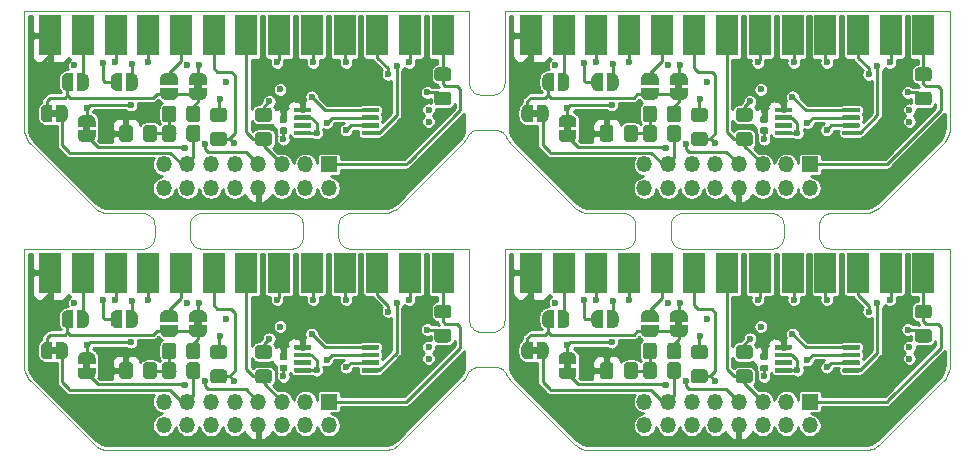
<source format=gbr>
G04 #@! TF.GenerationSoftware,KiCad,Pcbnew,5.1.5+dfsg1-2build2*
G04 #@! TF.CreationDate,2021-02-18T17:25:55-08:00*
G04 #@! TF.ProjectId,panel,70616e65-6c2e-46b6-9963-61645f706362,rev?*
G04 #@! TF.SameCoordinates,Original*
G04 #@! TF.FileFunction,Copper,L1,Top*
G04 #@! TF.FilePolarity,Positive*
%FSLAX46Y46*%
G04 Gerber Fmt 4.6, Leading zero omitted, Abs format (unit mm)*
G04 Created by KiCad (PCBNEW 5.1.5+dfsg1-2build2) date 2021-02-18 17:25:55*
%MOMM*%
%LPD*%
G04 APERTURE LIST*
G04 #@! TA.AperFunction,Profile*
%ADD10C,0.100000*%
G04 #@! TD*
G04 #@! TA.AperFunction,EtchedComponent*
%ADD11C,0.350000*%
G04 #@! TD*
G04 #@! TA.AperFunction,SMDPad,CuDef*
%ADD12C,0.350000*%
G04 #@! TD*
G04 #@! TA.AperFunction,ComponentPad*
%ADD13R,1.350000X1.350000*%
G04 #@! TD*
G04 #@! TA.AperFunction,ComponentPad*
%ADD14O,1.350000X1.350000*%
G04 #@! TD*
G04 #@! TA.AperFunction,SMDPad,CuDef*
%ADD15R,1.846667X3.480000*%
G04 #@! TD*
G04 #@! TA.AperFunction,ViaPad*
%ADD16C,0.600000*%
G04 #@! TD*
G04 #@! TA.AperFunction,Conductor*
%ADD17C,0.250000*%
G04 #@! TD*
G04 #@! TA.AperFunction,Conductor*
%ADD18C,0.254000*%
G04 #@! TD*
G04 APERTURE END LIST*
D10*
X72644400Y-70082900D02*
X65059100Y-70082900D01*
X72741700Y-70078100D02*
X72644400Y-70082900D01*
X72837800Y-70063900D02*
X72741700Y-70078100D01*
X72932100Y-70040300D02*
X72837800Y-70063900D01*
X73023500Y-70007500D02*
X72932100Y-70040300D01*
X73111400Y-69966000D02*
X73023500Y-70007500D01*
X73194700Y-69916000D02*
X73111400Y-69966000D01*
X73272700Y-69858200D02*
X73194700Y-69916000D01*
X73344700Y-69792900D02*
X73272700Y-69858200D01*
X73410000Y-69720900D02*
X73344700Y-69792900D01*
X73467800Y-69642900D02*
X73410000Y-69720900D01*
X73517800Y-69559600D02*
X73467800Y-69642900D01*
X73559300Y-69471800D02*
X73517800Y-69559600D01*
X73592000Y-69380300D02*
X73559300Y-69471800D01*
X73615600Y-69286000D02*
X73592000Y-69380300D01*
X73629900Y-69189900D02*
X73615600Y-69286000D01*
X73634700Y-69092700D02*
X73629900Y-69189900D01*
X73634700Y-68074000D02*
X73634700Y-69092700D01*
X73629900Y-67976700D02*
X73634700Y-68074000D01*
X73615600Y-67880600D02*
X73629900Y-67976700D01*
X73592000Y-67786400D02*
X73615600Y-67880600D01*
X73559300Y-67694900D02*
X73592000Y-67786400D01*
X73517800Y-67607100D02*
X73559300Y-67694900D01*
X73467900Y-67523800D02*
X73517800Y-67607100D01*
X73410000Y-67445700D02*
X73467900Y-67523800D01*
X73344800Y-67373700D02*
X73410000Y-67445700D01*
X73272800Y-67308500D02*
X73344800Y-67373700D01*
X73194800Y-67250600D02*
X73272800Y-67308500D01*
X73111400Y-67200700D02*
X73194800Y-67250600D01*
X73023600Y-67159100D02*
X73111400Y-67200700D01*
X72932200Y-67126400D02*
X73023600Y-67159100D01*
X72837900Y-67102800D02*
X72932200Y-67126400D01*
X72741900Y-67088500D02*
X72837900Y-67102800D01*
X72644600Y-67083700D02*
X72741900Y-67088500D01*
X65059200Y-67082600D02*
X72644600Y-67083700D01*
X64961900Y-67087300D02*
X65059200Y-67082600D01*
X64865800Y-67101600D02*
X64961900Y-67087300D01*
X64771600Y-67125200D02*
X64865800Y-67101600D01*
X64680100Y-67157900D02*
X64771600Y-67125200D01*
X64592300Y-67199400D02*
X64680100Y-67157900D01*
X64508900Y-67249400D02*
X64592300Y-67199400D01*
X64430900Y-67307200D02*
X64508900Y-67249400D01*
X64358900Y-67372500D02*
X64430900Y-67307200D01*
X64293600Y-67444500D02*
X64358900Y-67372500D01*
X64235700Y-67522500D02*
X64293600Y-67444500D01*
X64185800Y-67605800D02*
X64235700Y-67522500D01*
X64144200Y-67693700D02*
X64185800Y-67605800D01*
X64111500Y-67785200D02*
X64144200Y-67693700D01*
X64087900Y-67879400D02*
X64111500Y-67785200D01*
X64073600Y-67975500D02*
X64087900Y-67879400D01*
X64068800Y-68072800D02*
X64073600Y-67975500D01*
X64068800Y-69092700D02*
X64068800Y-68072800D01*
X64073600Y-69189900D02*
X64068800Y-69092700D01*
X64087900Y-69286000D02*
X64073600Y-69189900D01*
X64111500Y-69380300D02*
X64087900Y-69286000D01*
X64144200Y-69471800D02*
X64111500Y-69380300D01*
X64185700Y-69559600D02*
X64144200Y-69471800D01*
X64235700Y-69642900D02*
X64185700Y-69559600D01*
X64293600Y-69720900D02*
X64235700Y-69642900D01*
X64358800Y-69792900D02*
X64293600Y-69720900D01*
X64430800Y-69858200D02*
X64358800Y-69792900D01*
X64508800Y-69916000D02*
X64430800Y-69858200D01*
X64592200Y-69966000D02*
X64508800Y-69916000D01*
X64680000Y-70007500D02*
X64592200Y-69966000D01*
X64771500Y-70040300D02*
X64680000Y-70007500D01*
X64865700Y-70063900D02*
X64771500Y-70040300D01*
X64961800Y-70078100D02*
X64865700Y-70063900D01*
X65059100Y-70082900D02*
X64961800Y-70078100D01*
X87488100Y-60734200D02*
X87533600Y-60632300D01*
X87381200Y-60919400D02*
X87488100Y-60734200D01*
X87255200Y-61092200D02*
X87381200Y-60919400D01*
X87107900Y-61254900D02*
X87255200Y-61092200D01*
X81868200Y-66494500D02*
X87107900Y-61254900D01*
X81718300Y-66630300D02*
X81868200Y-66494500D01*
X81560100Y-66747600D02*
X81718300Y-66630300D01*
X81402700Y-66842300D02*
X81560100Y-66747600D01*
X81380900Y-66853900D02*
X81402700Y-66842300D01*
X81214600Y-66932300D02*
X81380900Y-66853900D01*
X81041200Y-66994600D02*
X81214600Y-66932300D01*
X81017600Y-67001800D02*
X81041200Y-66994600D01*
X80839200Y-67046200D02*
X81017600Y-67001800D01*
X80645000Y-67075000D02*
X80839200Y-67046200D01*
X80442500Y-67084900D02*
X80645000Y-67075000D01*
X77627100Y-67084500D02*
X80442500Y-67084900D01*
X77529800Y-67089200D02*
X77627100Y-67084500D01*
X77433700Y-67103500D02*
X77529800Y-67089200D01*
X77339400Y-67127100D02*
X77433700Y-67103500D01*
X77247900Y-67159800D02*
X77339400Y-67127100D01*
X77160100Y-67201300D02*
X77247900Y-67159800D01*
X77076800Y-67251300D02*
X77160100Y-67201300D01*
X76998700Y-67309100D02*
X77076800Y-67251300D01*
X76926700Y-67374400D02*
X76998700Y-67309100D01*
X76861500Y-67446400D02*
X76926700Y-67374400D01*
X76803600Y-67524400D02*
X76861500Y-67446400D01*
X76753600Y-67607800D02*
X76803600Y-67524400D01*
X76712100Y-67695600D02*
X76753600Y-67607800D01*
X76679300Y-67787100D02*
X76712100Y-67695600D01*
X76655700Y-67881300D02*
X76679300Y-67787100D01*
X76641500Y-67977400D02*
X76655700Y-67881300D01*
X76636700Y-68074700D02*
X76641500Y-67977400D01*
X76636700Y-69092700D02*
X76636700Y-68074700D01*
X76641500Y-69189900D02*
X76636700Y-69092700D01*
X76655700Y-69286000D02*
X76641500Y-69189900D01*
X76679300Y-69380300D02*
X76655700Y-69286000D01*
X76712100Y-69471800D02*
X76679300Y-69380300D01*
X76753600Y-69559600D02*
X76712100Y-69471800D01*
X76803500Y-69642900D02*
X76753600Y-69559600D01*
X76861400Y-69720900D02*
X76803500Y-69642900D01*
X76926700Y-69792900D02*
X76861400Y-69720900D01*
X76998600Y-69858200D02*
X76926700Y-69792900D01*
X77076700Y-69916000D02*
X76998600Y-69858200D01*
X77160000Y-69966000D02*
X77076700Y-69916000D01*
X77247800Y-70007500D02*
X77160000Y-69966000D01*
X77339300Y-70040300D02*
X77247800Y-70007500D01*
X77433500Y-70063900D02*
X77339300Y-70040300D01*
X77529600Y-70078100D02*
X77433500Y-70063900D01*
X77626900Y-70082900D02*
X77529600Y-70078100D01*
X87686000Y-70082900D02*
X77626900Y-70082900D01*
X87694000Y-70084400D02*
X87686000Y-70082900D01*
X87698500Y-70089400D02*
X87694000Y-70084400D01*
X87699600Y-70096500D02*
X87698500Y-70089400D01*
X87702600Y-76135100D02*
X87699600Y-70096500D01*
X87707400Y-76232400D02*
X87702600Y-76135100D01*
X87721700Y-76328400D02*
X87707400Y-76232400D01*
X87745400Y-76422600D02*
X87721700Y-76328400D01*
X87778100Y-76514100D02*
X87745400Y-76422600D01*
X87819700Y-76601800D02*
X87778100Y-76514100D01*
X87869600Y-76685100D02*
X87819700Y-76601800D01*
X87927500Y-76763100D02*
X87869600Y-76685100D01*
X87992700Y-76835100D02*
X87927500Y-76763100D01*
X88064700Y-76900300D02*
X87992700Y-76835100D01*
X88142700Y-76958100D02*
X88064700Y-76900300D01*
X88226100Y-77008000D02*
X88142700Y-76958100D01*
X88313900Y-77049500D02*
X88226100Y-77008000D01*
X88405300Y-77082300D02*
X88313900Y-77049500D01*
X88499500Y-77105800D02*
X88405300Y-77082300D01*
X88595600Y-77120100D02*
X88499500Y-77105800D01*
X88692800Y-77124900D02*
X88595600Y-77120100D01*
X89712800Y-77124900D02*
X88692800Y-77124900D01*
X89810100Y-77120100D02*
X89712800Y-77124900D01*
X89906200Y-77105800D02*
X89810100Y-77120100D01*
X90000400Y-77082200D02*
X89906200Y-77105800D01*
X90091900Y-77049500D02*
X90000400Y-77082200D01*
X90179700Y-77008000D02*
X90091900Y-77049500D01*
X90263000Y-76958000D02*
X90179700Y-77008000D01*
X90341100Y-76900200D02*
X90263000Y-76958000D01*
X90413100Y-76834900D02*
X90341100Y-76900200D01*
X90478300Y-76763000D02*
X90413100Y-76834900D01*
X90536200Y-76685000D02*
X90478300Y-76763000D01*
X90586100Y-76601600D02*
X90536200Y-76685000D01*
X90627700Y-76513800D02*
X90586100Y-76601600D01*
X90660400Y-76422400D02*
X90627700Y-76513800D01*
X90684000Y-76328100D02*
X90660400Y-76422400D01*
X90698300Y-76232000D02*
X90684000Y-76328100D01*
X90703100Y-76134800D02*
X90698300Y-76232000D01*
X90704000Y-70096500D02*
X90703100Y-76134800D01*
X90705100Y-70089400D02*
X90704000Y-70096500D01*
X90708800Y-70084900D02*
X90705100Y-70089400D01*
X90717600Y-70082900D02*
X90708800Y-70084900D01*
X100780100Y-70082900D02*
X90717600Y-70082900D01*
X100877400Y-70078100D02*
X100780100Y-70082900D01*
X100973500Y-70063900D02*
X100877400Y-70078100D01*
X101067700Y-70040300D02*
X100973500Y-70063900D01*
X101159200Y-70007500D02*
X101067700Y-70040300D01*
X101247000Y-69966000D02*
X101159200Y-70007500D01*
X101330400Y-69916000D02*
X101247000Y-69966000D01*
X101408400Y-69858200D02*
X101330400Y-69916000D01*
X101480400Y-69792900D02*
X101408400Y-69858200D01*
X101545600Y-69720900D02*
X101480400Y-69792900D01*
X101603500Y-69642900D02*
X101545600Y-69720900D01*
X101653500Y-69559600D02*
X101603500Y-69642900D01*
X101695000Y-69471800D02*
X101653500Y-69559600D01*
X101727700Y-69380300D02*
X101695000Y-69471800D01*
X101751300Y-69286000D02*
X101727700Y-69380300D01*
X101765600Y-69189900D02*
X101751300Y-69286000D01*
X101770400Y-69092700D02*
X101765600Y-69189900D01*
X101770400Y-68072100D02*
X101770400Y-69092700D01*
X101765600Y-67974800D02*
X101770400Y-68072100D01*
X101751300Y-67878700D02*
X101765600Y-67974800D01*
X101727700Y-67784500D02*
X101751300Y-67878700D01*
X101695000Y-67693000D02*
X101727700Y-67784500D01*
X101653500Y-67605200D02*
X101695000Y-67693000D01*
X101603500Y-67521900D02*
X101653500Y-67605200D01*
X101545700Y-67443800D02*
X101603500Y-67521900D01*
X101480400Y-67371800D02*
X101545700Y-67443800D01*
X101408500Y-67306600D02*
X101480400Y-67371800D01*
X101330400Y-67248700D02*
X101408500Y-67306600D01*
X101247100Y-67198800D02*
X101330400Y-67248700D01*
X101159300Y-67157200D02*
X101247100Y-67198800D01*
X101067900Y-67124500D02*
X101159300Y-67157200D01*
X100973600Y-67100900D02*
X101067900Y-67124500D01*
X100877500Y-67086600D02*
X100973600Y-67100900D01*
X100780300Y-67081800D02*
X100877500Y-67086600D01*
X97956900Y-67081400D02*
X100780300Y-67081800D01*
X97725700Y-67068300D02*
X97956900Y-67081400D01*
X97504700Y-67030700D02*
X97725700Y-67068300D01*
X97289200Y-66968600D02*
X97504700Y-67030700D01*
X97082000Y-66882800D02*
X97289200Y-66968600D01*
X96885800Y-66774300D02*
X97082000Y-66882800D01*
X96702900Y-66644500D02*
X96885800Y-66774300D01*
X96530600Y-66490600D02*
X96702900Y-66644500D01*
X91289100Y-61251500D02*
X96530600Y-66490600D01*
X91157000Y-61105500D02*
X91289100Y-61251500D01*
X91040000Y-60947700D02*
X91157000Y-61105500D01*
X90939300Y-60779700D02*
X91040000Y-60947700D01*
X90858600Y-60609800D02*
X90939300Y-60779700D01*
X90810400Y-60520200D02*
X90858600Y-60609800D01*
X90753400Y-60436100D02*
X90810400Y-60520200D01*
X90688100Y-60358300D02*
X90753400Y-60436100D01*
X90615100Y-60287600D02*
X90688100Y-60358300D01*
X90535400Y-60224800D02*
X90615100Y-60287600D01*
X90449500Y-60170500D02*
X90535400Y-60224800D01*
X90358600Y-60125200D02*
X90449500Y-60170500D01*
X90263600Y-60089500D02*
X90358600Y-60125200D01*
X90165300Y-60063800D02*
X90263600Y-60089500D01*
X90065000Y-60048200D02*
X90165300Y-60063800D01*
X89963300Y-60043000D02*
X90065000Y-60048200D01*
X88439200Y-60043000D02*
X89963300Y-60043000D01*
X88343900Y-60047500D02*
X88439200Y-60043000D01*
X88249700Y-60061200D02*
X88343900Y-60047500D01*
X88157300Y-60083900D02*
X88249700Y-60061200D01*
X88067400Y-60115300D02*
X88157300Y-60083900D01*
X87981000Y-60155200D02*
X88067400Y-60115300D01*
X87898900Y-60203200D02*
X87981000Y-60155200D01*
X87821700Y-60258900D02*
X87898900Y-60203200D01*
X87750200Y-60321800D02*
X87821700Y-60258900D01*
X87685100Y-60391200D02*
X87750200Y-60321800D01*
X87627000Y-60466500D02*
X87685100Y-60391200D01*
X87576400Y-60547100D02*
X87627000Y-60466500D01*
X87533600Y-60632300D02*
X87576400Y-60547100D01*
X113348000Y-70082900D02*
X105762600Y-70082900D01*
X113445200Y-70078100D02*
X113348000Y-70082900D01*
X113541300Y-70063900D02*
X113445200Y-70078100D01*
X113635600Y-70040300D02*
X113541300Y-70063900D01*
X113727100Y-70007500D02*
X113635600Y-70040300D01*
X113814900Y-69966000D02*
X113727100Y-70007500D01*
X113898200Y-69916000D02*
X113814900Y-69966000D01*
X113976200Y-69858200D02*
X113898200Y-69916000D01*
X114048200Y-69792900D02*
X113976200Y-69858200D01*
X114113500Y-69720900D02*
X114048200Y-69792900D01*
X114171300Y-69642900D02*
X114113500Y-69720900D01*
X114221300Y-69559600D02*
X114171300Y-69642900D01*
X114262800Y-69471800D02*
X114221300Y-69559600D01*
X114295600Y-69380300D02*
X114262800Y-69471800D01*
X114319200Y-69286000D02*
X114295600Y-69380300D01*
X114333400Y-69189900D02*
X114319200Y-69286000D01*
X114338200Y-69092700D02*
X114333400Y-69189900D01*
X114338200Y-68074000D02*
X114338200Y-69092700D01*
X114333400Y-67976700D02*
X114338200Y-68074000D01*
X114319200Y-67880600D02*
X114333400Y-67976700D01*
X114295600Y-67786400D02*
X114319200Y-67880600D01*
X114262800Y-67694900D02*
X114295600Y-67786400D01*
X114221300Y-67607100D02*
X114262800Y-67694900D01*
X114171400Y-67523800D02*
X114221300Y-67607100D01*
X114113500Y-67445700D02*
X114171400Y-67523800D01*
X114048300Y-67373700D02*
X114113500Y-67445700D01*
X113976300Y-67308500D02*
X114048300Y-67373700D01*
X113898300Y-67250600D02*
X113976300Y-67308500D01*
X113815000Y-67200700D02*
X113898300Y-67250600D01*
X113727200Y-67159100D02*
X113815000Y-67200700D01*
X113635700Y-67126400D02*
X113727200Y-67159100D01*
X113541500Y-67102800D02*
X113635700Y-67126400D01*
X113445400Y-67088500D02*
X113541500Y-67102800D01*
X113348100Y-67083700D02*
X113445400Y-67088500D01*
X105762800Y-67082600D02*
X113348100Y-67083700D01*
X105665500Y-67087300D02*
X105762800Y-67082600D01*
X105569400Y-67101600D02*
X105665500Y-67087300D01*
X105475100Y-67125200D02*
X105569400Y-67101600D01*
X105383600Y-67157900D02*
X105475100Y-67125200D01*
X105295800Y-67199400D02*
X105383600Y-67157900D01*
X105212400Y-67249400D02*
X105295800Y-67199400D01*
X105134400Y-67307200D02*
X105212400Y-67249400D01*
X105062400Y-67372500D02*
X105134400Y-67307200D01*
X104997100Y-67444500D02*
X105062400Y-67372500D01*
X104939200Y-67522500D02*
X104997100Y-67444500D01*
X104889300Y-67605800D02*
X104939200Y-67522500D01*
X104847700Y-67693700D02*
X104889300Y-67605800D01*
X104815000Y-67785200D02*
X104847700Y-67693700D01*
X104791400Y-67879400D02*
X104815000Y-67785200D01*
X104777100Y-67975500D02*
X104791400Y-67879400D01*
X104772400Y-68072800D02*
X104777100Y-67975500D01*
X104772400Y-69092700D02*
X104772400Y-68072800D01*
X104777100Y-69189900D02*
X104772400Y-69092700D01*
X104791400Y-69286000D02*
X104777100Y-69189900D01*
X104815000Y-69380300D02*
X104791400Y-69286000D01*
X104847700Y-69471800D02*
X104815000Y-69380300D01*
X104889300Y-69559600D02*
X104847700Y-69471800D01*
X104939200Y-69642900D02*
X104889300Y-69559600D01*
X104997100Y-69720900D02*
X104939200Y-69642900D01*
X105062300Y-69792900D02*
X104997100Y-69720900D01*
X105134300Y-69858200D02*
X105062300Y-69792900D01*
X105212400Y-69916000D02*
X105134300Y-69858200D01*
X105295700Y-69966000D02*
X105212400Y-69916000D01*
X105383500Y-70007500D02*
X105295700Y-69966000D01*
X105475000Y-70040300D02*
X105383500Y-70007500D01*
X105569200Y-70063900D02*
X105475000Y-70040300D01*
X105665300Y-70078100D02*
X105569200Y-70063900D01*
X105762600Y-70082900D02*
X105665300Y-70078100D01*
X50001300Y-50006400D02*
X50000500Y-50011600D01*
X50003800Y-50002300D02*
X50001300Y-50006400D01*
X50007900Y-49999800D02*
X50003800Y-50002300D01*
X50014100Y-49999000D02*
X50007900Y-49999800D01*
X87691200Y-49999500D02*
X50014100Y-49999000D01*
X87697600Y-50003800D02*
X87691200Y-49999500D01*
X87699600Y-50012600D02*
X87697600Y-50003800D01*
X87702600Y-56051200D02*
X87699600Y-50012600D01*
X87707400Y-56148400D02*
X87702600Y-56051200D01*
X87721700Y-56244500D02*
X87707400Y-56148400D01*
X87745400Y-56338700D02*
X87721700Y-56244500D01*
X87778100Y-56430100D02*
X87745400Y-56338700D01*
X87819700Y-56517900D02*
X87778100Y-56430100D01*
X87869600Y-56601200D02*
X87819700Y-56517900D01*
X87927500Y-56679200D02*
X87869600Y-56601200D01*
X87992700Y-56751200D02*
X87927500Y-56679200D01*
X88064700Y-56816400D02*
X87992700Y-56751200D01*
X88142700Y-56874200D02*
X88064700Y-56816400D01*
X88226100Y-56924100D02*
X88142700Y-56874200D01*
X88313900Y-56965600D02*
X88226100Y-56924100D01*
X88405300Y-56998300D02*
X88313900Y-56965600D01*
X88499500Y-57021900D02*
X88405300Y-56998300D01*
X88595600Y-57036200D02*
X88499500Y-57021900D01*
X88692800Y-57041000D02*
X88595600Y-57036200D01*
X89712800Y-57041000D02*
X88692800Y-57041000D01*
X89810100Y-57036200D02*
X89712800Y-57041000D01*
X89906200Y-57021900D02*
X89810100Y-57036200D01*
X90000400Y-56998300D02*
X89906200Y-57021900D01*
X90091900Y-56965600D02*
X90000400Y-56998300D01*
X90179700Y-56924100D02*
X90091900Y-56965600D01*
X90263000Y-56874100D02*
X90179700Y-56924100D01*
X90341100Y-56816300D02*
X90263000Y-56874100D01*
X90413100Y-56751000D02*
X90341100Y-56816300D01*
X90478300Y-56679100D02*
X90413100Y-56751000D01*
X90536200Y-56601000D02*
X90478300Y-56679100D01*
X90586100Y-56517700D02*
X90536200Y-56601000D01*
X90627700Y-56429900D02*
X90586100Y-56517700D01*
X90660400Y-56338500D02*
X90627700Y-56429900D01*
X90684000Y-56244200D02*
X90660400Y-56338500D01*
X90698300Y-56148100D02*
X90684000Y-56244200D01*
X90703100Y-56050900D02*
X90698300Y-56148100D01*
X90704000Y-50012600D02*
X90703100Y-56050900D01*
X90706000Y-50003800D02*
X90704000Y-50012600D01*
X90712400Y-49999500D02*
X90706000Y-50003800D01*
X128389500Y-49999000D02*
X90712400Y-49999500D01*
X128396600Y-50000100D02*
X128389500Y-49999000D01*
X128401600Y-50004600D02*
X128396600Y-50000100D01*
X128403100Y-50012600D02*
X128401600Y-50004600D01*
X128407700Y-59912500D02*
X128403100Y-50012600D01*
X128386800Y-60125800D02*
X128407700Y-59912500D01*
X128346700Y-60321800D02*
X128386800Y-60125800D01*
X128339900Y-60347700D02*
X128346700Y-60321800D01*
X128278400Y-60538200D02*
X128339900Y-60347700D01*
X128197500Y-60721900D02*
X128278400Y-60538200D01*
X128185400Y-60745700D02*
X128197500Y-60721900D01*
X128091700Y-60908000D02*
X128185400Y-60745700D01*
X128077300Y-60930100D02*
X128091700Y-60908000D01*
X127959100Y-61091700D02*
X128077300Y-60930100D01*
X127811300Y-61254900D02*
X127959100Y-61091700D01*
X122571700Y-66494500D02*
X127811300Y-61254900D01*
X122421800Y-66630300D02*
X122571700Y-66494500D01*
X122263700Y-66747600D02*
X122421800Y-66630300D01*
X122106200Y-66842300D02*
X122263700Y-66747600D01*
X122084400Y-66853900D02*
X122106200Y-66842300D01*
X121918100Y-66932300D02*
X122084400Y-66853900D01*
X121744700Y-66994600D02*
X121918100Y-66932300D01*
X121721100Y-67001800D02*
X121744700Y-66994600D01*
X121542700Y-67046200D02*
X121721100Y-67001800D01*
X121348000Y-67075000D02*
X121542700Y-67046200D01*
X121146000Y-67084900D02*
X121348000Y-67075000D01*
X118330600Y-67084500D02*
X121146000Y-67084900D01*
X118233300Y-67089200D02*
X118330600Y-67084500D01*
X118137200Y-67103500D02*
X118233300Y-67089200D01*
X118042900Y-67127100D02*
X118137200Y-67103500D01*
X117951500Y-67159800D02*
X118042900Y-67127100D01*
X117863600Y-67201300D02*
X117951500Y-67159800D01*
X117780300Y-67251300D02*
X117863600Y-67201300D01*
X117702200Y-67309100D02*
X117780300Y-67251300D01*
X117630200Y-67374400D02*
X117702200Y-67309100D01*
X117565000Y-67446400D02*
X117630200Y-67374400D01*
X117507100Y-67524400D02*
X117565000Y-67446400D01*
X117457100Y-67607800D02*
X117507100Y-67524400D01*
X117415600Y-67695600D02*
X117457100Y-67607800D01*
X117382800Y-67787100D02*
X117415600Y-67695600D01*
X117359200Y-67881300D02*
X117382800Y-67787100D01*
X117345000Y-67977400D02*
X117359200Y-67881300D01*
X117340200Y-68074700D02*
X117345000Y-67977400D01*
X117340200Y-69092700D02*
X117340200Y-68074700D01*
X117345000Y-69189900D02*
X117340200Y-69092700D01*
X117359200Y-69286000D02*
X117345000Y-69189900D01*
X117382800Y-69380300D02*
X117359200Y-69286000D01*
X117415600Y-69471800D02*
X117382800Y-69380300D01*
X117457100Y-69559600D02*
X117415600Y-69471800D01*
X117507100Y-69642900D02*
X117457100Y-69559600D01*
X117564900Y-69720900D02*
X117507100Y-69642900D01*
X117630200Y-69792900D02*
X117564900Y-69720900D01*
X117702200Y-69858200D02*
X117630200Y-69792900D01*
X117780200Y-69916000D02*
X117702200Y-69858200D01*
X117863500Y-69966000D02*
X117780200Y-69916000D01*
X117951300Y-70007500D02*
X117863500Y-69966000D01*
X118042800Y-70040300D02*
X117951300Y-70007500D01*
X118137100Y-70063900D02*
X118042800Y-70040300D01*
X118233200Y-70078100D02*
X118137100Y-70063900D01*
X118330400Y-70082900D02*
X118233200Y-70078100D01*
X128389500Y-70082900D02*
X118330400Y-70082900D01*
X128396600Y-70084000D02*
X128389500Y-70082900D01*
X128400500Y-70086900D02*
X128396600Y-70084000D01*
X128403100Y-70096500D02*
X128400500Y-70086900D01*
X128408000Y-79984300D02*
X128403100Y-70096500D01*
X128406800Y-80008900D02*
X128408000Y-79984300D01*
X128388500Y-80196100D02*
X128406800Y-80008900D01*
X128384500Y-80222500D02*
X128388500Y-80196100D01*
X128343500Y-80419100D02*
X128384500Y-80222500D01*
X128278200Y-80622600D02*
X128343500Y-80419100D01*
X128191800Y-80817700D02*
X128278200Y-80622600D01*
X128085000Y-81002900D02*
X128191800Y-80817700D01*
X127959100Y-81175700D02*
X128085000Y-81002900D01*
X127815500Y-81334500D02*
X127959100Y-81175700D01*
X122567200Y-86582800D02*
X127815500Y-81334500D01*
X122421400Y-86714600D02*
X122567200Y-86582800D01*
X122264100Y-86831200D02*
X122421400Y-86714600D01*
X122095600Y-86932200D02*
X122264100Y-86831200D01*
X121929200Y-87011300D02*
X122095600Y-86932200D01*
X121906400Y-87020700D02*
X121929200Y-87011300D01*
X121744700Y-87078500D02*
X121906400Y-87020700D01*
X121721100Y-87085700D02*
X121744700Y-87078500D01*
X121542300Y-87130200D02*
X121721100Y-87085700D01*
X121348000Y-87158900D02*
X121542300Y-87130200D01*
X121146000Y-87168800D02*
X121348000Y-87158900D01*
X97956900Y-87165300D02*
X121146000Y-87168800D01*
X97726300Y-87152300D02*
X97956900Y-87165300D01*
X97505200Y-87114800D02*
X97726300Y-87152300D01*
X97289200Y-87052500D02*
X97505200Y-87114800D01*
X97095200Y-86972600D02*
X97289200Y-87052500D01*
X97069800Y-86960400D02*
X97095200Y-86972600D01*
X96886200Y-86858500D02*
X97069800Y-86960400D01*
X96714400Y-86737100D02*
X96886200Y-86858500D01*
X96692400Y-86719600D02*
X96714400Y-86737100D01*
X96535800Y-86579500D02*
X96692400Y-86719600D01*
X91289100Y-81335400D02*
X96535800Y-86579500D01*
X91157000Y-81189400D02*
X91289100Y-81335400D01*
X91040300Y-81032100D02*
X91157000Y-81189400D01*
X90939300Y-80863600D02*
X91040300Y-81032100D01*
X90858600Y-80693800D02*
X90939300Y-80863600D01*
X90810400Y-80604100D02*
X90858600Y-80693800D01*
X90753400Y-80520000D02*
X90810400Y-80604100D01*
X90688100Y-80442200D02*
X90753400Y-80520000D01*
X90615100Y-80371600D02*
X90688100Y-80442200D01*
X90535400Y-80308700D02*
X90615100Y-80371600D01*
X90449500Y-80254400D02*
X90535400Y-80308700D01*
X90358600Y-80209100D02*
X90449500Y-80254400D01*
X90263600Y-80173400D02*
X90358600Y-80209100D01*
X90165300Y-80147700D02*
X90263600Y-80173400D01*
X90065000Y-80132100D02*
X90165300Y-80147700D01*
X89963300Y-80126900D02*
X90065000Y-80132100D01*
X88439200Y-80126900D02*
X89963300Y-80126900D01*
X88343900Y-80131500D02*
X88439200Y-80126900D01*
X88249700Y-80145100D02*
X88343900Y-80131500D01*
X88157300Y-80167800D02*
X88249700Y-80145100D01*
X88067400Y-80199200D02*
X88157300Y-80167800D01*
X87981000Y-80239100D02*
X88067400Y-80199200D01*
X87898900Y-80287100D02*
X87981000Y-80239100D01*
X87821700Y-80342800D02*
X87898900Y-80287100D01*
X87750200Y-80405700D02*
X87821700Y-80342800D01*
X87685100Y-80475100D02*
X87750200Y-80405700D01*
X87627000Y-80550400D02*
X87685100Y-80475100D01*
X87576400Y-80631000D02*
X87627000Y-80550400D01*
X87533600Y-80716300D02*
X87576400Y-80631000D01*
X87488100Y-80818100D02*
X87533600Y-80716300D01*
X87381200Y-81003300D02*
X87488100Y-80818100D01*
X87255600Y-81175700D02*
X87381200Y-81003300D01*
X87112000Y-81334500D02*
X87255600Y-81175700D01*
X81863800Y-86582600D02*
X87112000Y-81334500D01*
X81718300Y-86714300D02*
X81863800Y-86582600D01*
X81570500Y-86824300D02*
X81718300Y-86714300D01*
X81550000Y-86838000D02*
X81570500Y-86824300D01*
X81391700Y-86932400D02*
X81550000Y-86838000D01*
X81214600Y-87016200D02*
X81391700Y-86932400D01*
X81041200Y-87078500D02*
X81214600Y-87016200D01*
X81017600Y-87085700D02*
X81041200Y-87078500D01*
X80839200Y-87130100D02*
X81017600Y-87085700D01*
X80644500Y-87158900D02*
X80839200Y-87130100D01*
X80442500Y-87168800D02*
X80644500Y-87158900D01*
X57253400Y-87165300D02*
X80442500Y-87168800D01*
X57022800Y-87152300D02*
X57253400Y-87165300D01*
X56815300Y-87117500D02*
X57022800Y-87152300D01*
X56787800Y-87111200D02*
X56815300Y-87117500D01*
X56599400Y-87056900D02*
X56787800Y-87111200D01*
X56573100Y-87047700D02*
X56599400Y-87056900D01*
X56378500Y-86966700D02*
X56573100Y-87047700D01*
X56182200Y-86858200D02*
X56378500Y-86966700D01*
X55999400Y-86728400D02*
X56182200Y-86858200D01*
X55827100Y-86574600D02*
X55999400Y-86728400D01*
X50585500Y-81335400D02*
X55827100Y-86574600D01*
X50453500Y-81189400D02*
X50585500Y-81335400D01*
X50336500Y-81031700D02*
X50453500Y-81189400D01*
X50235500Y-80863200D02*
X50336500Y-81031700D01*
X50151500Y-80685600D02*
X50235500Y-80863200D01*
X50085500Y-80501100D02*
X50151500Y-80685600D01*
X50037800Y-80310500D02*
X50085500Y-80501100D01*
X50008900Y-80116200D02*
X50037800Y-80310500D01*
X49999100Y-79919700D02*
X50008900Y-80116200D01*
X50001000Y-70091300D02*
X49999100Y-79919700D01*
X50005300Y-70084900D02*
X50001000Y-70091300D01*
X50014100Y-70082900D02*
X50005300Y-70084900D01*
X60076600Y-70082900D02*
X50014100Y-70082900D01*
X60173900Y-70078100D02*
X60076600Y-70082900D01*
X60270000Y-70063900D02*
X60173900Y-70078100D01*
X60364200Y-70040300D02*
X60270000Y-70063900D01*
X60455700Y-70007500D02*
X60364200Y-70040300D01*
X60543500Y-69966000D02*
X60455700Y-70007500D01*
X60626800Y-69916000D02*
X60543500Y-69966000D01*
X60704900Y-69858200D02*
X60626800Y-69916000D01*
X60776900Y-69792900D02*
X60704900Y-69858200D01*
X60842100Y-69720900D02*
X60776900Y-69792900D01*
X60900000Y-69642900D02*
X60842100Y-69720900D01*
X60949900Y-69559600D02*
X60900000Y-69642900D01*
X60991500Y-69471800D02*
X60949900Y-69559600D01*
X61024200Y-69380300D02*
X60991500Y-69471800D01*
X61047800Y-69286000D02*
X61024200Y-69380300D01*
X61062100Y-69189900D02*
X61047800Y-69286000D01*
X61066800Y-69092700D02*
X61062100Y-69189900D01*
X61066800Y-68072100D02*
X61066800Y-69092700D01*
X61062100Y-67974800D02*
X61066800Y-68072100D01*
X61047800Y-67878700D02*
X61062100Y-67974800D01*
X61024200Y-67784500D02*
X61047800Y-67878700D01*
X60991500Y-67693000D02*
X61024200Y-67784500D01*
X60950000Y-67605200D02*
X60991500Y-67693000D01*
X60900000Y-67521900D02*
X60950000Y-67605200D01*
X60842200Y-67443800D02*
X60900000Y-67521900D01*
X60776900Y-67371800D02*
X60842200Y-67443800D01*
X60704900Y-67306600D02*
X60776900Y-67371800D01*
X60626900Y-67248700D02*
X60704900Y-67306600D01*
X60543600Y-67198800D02*
X60626900Y-67248700D01*
X60455800Y-67157200D02*
X60543600Y-67198800D01*
X60364300Y-67124500D02*
X60455800Y-67157200D01*
X60270100Y-67100900D02*
X60364300Y-67124500D01*
X60174000Y-67086600D02*
X60270100Y-67100900D01*
X60076700Y-67081800D02*
X60174000Y-67086600D01*
X57253400Y-67081400D02*
X60076700Y-67081800D01*
X57036300Y-67069600D02*
X57253400Y-67081400D01*
X57008600Y-67066400D02*
X57036300Y-67069600D01*
X56801700Y-67030900D02*
X57008600Y-67066400D01*
X56586200Y-66968800D02*
X56801700Y-67030900D01*
X56379000Y-66883000D02*
X56586200Y-66968800D01*
X56182200Y-66774300D02*
X56379000Y-66883000D01*
X55999400Y-66644500D02*
X56182200Y-66774300D01*
X55827100Y-66490700D02*
X55999400Y-66644500D01*
X50589800Y-61255800D02*
X55827100Y-66490700D01*
X50453500Y-61105500D02*
X50589800Y-61255800D01*
X50343800Y-60958100D02*
X50453500Y-61105500D01*
X50330200Y-60937800D02*
X50343800Y-60958100D01*
X50235700Y-60779700D02*
X50330200Y-60937800D01*
X50156600Y-60613200D02*
X50235700Y-60779700D01*
X50147200Y-60590400D02*
X50156600Y-60613200D01*
X50085400Y-60416700D02*
X50147200Y-60590400D01*
X50040400Y-60238500D02*
X50085400Y-60416700D01*
X50035600Y-60214300D02*
X50040400Y-60238500D01*
X50008900Y-60031800D02*
X50035600Y-60214300D01*
X49999100Y-59836000D02*
X50008900Y-60031800D01*
X50000500Y-50011600D02*
X49999100Y-59836000D01*
D11*
G04 #@! TO.C,JP1*
G36*
X95728122Y-79757911D02*
G01*
X95728122Y-80257911D01*
X96328122Y-80257911D01*
X96328122Y-79757911D01*
X95728122Y-79757911D01*
G37*
G04 #@! TO.C,JP2*
G36*
X93028122Y-79019911D02*
G01*
X93528122Y-79019911D01*
X93528122Y-78419911D01*
X93028122Y-78419911D01*
X93028122Y-79019911D01*
G37*
G04 #@! TO.C,JP3*
G36*
X105151122Y-76183911D02*
G01*
X105151122Y-76683911D01*
X105751122Y-76683911D01*
X105751122Y-76183911D01*
X105151122Y-76183911D01*
G37*
G04 #@! TO.C,JP1*
G36*
X55024601Y-79757911D02*
G01*
X55024601Y-80257911D01*
X55624601Y-80257911D01*
X55624601Y-79757911D01*
X55024601Y-79757911D01*
G37*
G04 #@! TO.C,JP2*
G36*
X52324601Y-79019911D02*
G01*
X52824601Y-79019911D01*
X52824601Y-78419911D01*
X52324601Y-78419911D01*
X52324601Y-79019911D01*
G37*
G04 #@! TO.C,JP3*
G36*
X64447601Y-76183911D02*
G01*
X64447601Y-76683911D01*
X65047601Y-76683911D01*
X65047601Y-76183911D01*
X64447601Y-76183911D01*
G37*
G04 #@! TO.C,JP1*
G36*
X95728122Y-59674001D02*
G01*
X95728122Y-60174001D01*
X96328122Y-60174001D01*
X96328122Y-59674001D01*
X95728122Y-59674001D01*
G37*
G04 #@! TO.C,JP2*
G36*
X93028122Y-58936001D02*
G01*
X93528122Y-58936001D01*
X93528122Y-58336001D01*
X93028122Y-58336001D01*
X93028122Y-58936001D01*
G37*
G04 #@! TO.C,JP3*
G36*
X105151122Y-56100001D02*
G01*
X105151122Y-56600001D01*
X105751122Y-56600001D01*
X105751122Y-56100001D01*
X105151122Y-56100001D01*
G37*
G04 #@! TO.C,JP1*
G36*
X55024601Y-59674001D02*
G01*
X55024601Y-60174001D01*
X55624601Y-60174001D01*
X55624601Y-59674001D01*
X55024601Y-59674001D01*
G37*
G04 #@! TO.C,JP2*
G36*
X52324601Y-58936001D02*
G01*
X52824601Y-58936001D01*
X52824601Y-58336001D01*
X52324601Y-58336001D01*
X52324601Y-58936001D01*
G37*
G04 #@! TO.C,JP3*
G36*
X64447601Y-56100001D02*
G01*
X64447601Y-56600001D01*
X65047601Y-56600001D01*
X65047601Y-56100001D01*
X64447601Y-56100001D01*
G37*
G04 #@! TD*
G04 #@! TA.AperFunction,SMDPad,CuDef*
D12*
G04 #@! TO.P,JP1,2*
G04 #@! TO.N,Board_4-/RIGHT_OUT*
G36*
X95278724Y-79357911D02*
G01*
X95278724Y-79333377D01*
X95283534Y-79284546D01*
X95293106Y-79236421D01*
X95307350Y-79189466D01*
X95326127Y-79144133D01*
X95349258Y-79100860D01*
X95376518Y-79060061D01*
X95407646Y-79022132D01*
X95442343Y-78987435D01*
X95480272Y-78956307D01*
X95521071Y-78929047D01*
X95564344Y-78905916D01*
X95609677Y-78887139D01*
X95656632Y-78872895D01*
X95704757Y-78863323D01*
X95753588Y-78858513D01*
X95778122Y-78858513D01*
X95778122Y-78857911D01*
X96278122Y-78857911D01*
X96278122Y-78858513D01*
X96302656Y-78858513D01*
X96351487Y-78863323D01*
X96399612Y-78872895D01*
X96446567Y-78887139D01*
X96491900Y-78905916D01*
X96535173Y-78929047D01*
X96575972Y-78956307D01*
X96613901Y-78987435D01*
X96648598Y-79022132D01*
X96679726Y-79060061D01*
X96706986Y-79100860D01*
X96730117Y-79144133D01*
X96748894Y-79189466D01*
X96763138Y-79236421D01*
X96772710Y-79284546D01*
X96777520Y-79333377D01*
X96777520Y-79357911D01*
X96778122Y-79357911D01*
X96778122Y-79857911D01*
X95278122Y-79857911D01*
X95278122Y-79357911D01*
X95278724Y-79357911D01*
G37*
G04 #@! TD.AperFunction*
G04 #@! TA.AperFunction,SMDPad,CuDef*
G04 #@! TO.P,JP1,1*
G04 #@! TO.N,Board_4-/AUDIO_OUT*
G36*
X96778122Y-80157911D02*
G01*
X96778122Y-80657911D01*
X96777520Y-80657911D01*
X96777520Y-80682445D01*
X96772710Y-80731276D01*
X96763138Y-80779401D01*
X96748894Y-80826356D01*
X96730117Y-80871689D01*
X96706986Y-80914962D01*
X96679726Y-80955761D01*
X96648598Y-80993690D01*
X96613901Y-81028387D01*
X96575972Y-81059515D01*
X96535173Y-81086775D01*
X96491900Y-81109906D01*
X96446567Y-81128683D01*
X96399612Y-81142927D01*
X96351487Y-81152499D01*
X96302656Y-81157309D01*
X96278122Y-81157309D01*
X96278122Y-81157911D01*
X95778122Y-81157911D01*
X95778122Y-81157309D01*
X95753588Y-81157309D01*
X95704757Y-81152499D01*
X95656632Y-81142927D01*
X95609677Y-81128683D01*
X95564344Y-81109906D01*
X95521071Y-81086775D01*
X95480272Y-81059515D01*
X95442343Y-81028387D01*
X95407646Y-80993690D01*
X95376518Y-80955761D01*
X95349258Y-80914962D01*
X95326127Y-80871689D01*
X95307350Y-80826356D01*
X95293106Y-80779401D01*
X95283534Y-80731276D01*
X95278724Y-80682445D01*
X95278724Y-80657911D01*
X95278122Y-80657911D01*
X95278122Y-80157911D01*
X96778122Y-80157911D01*
G37*
G04 #@! TD.AperFunction*
G04 #@! TD*
G04 #@! TA.AperFunction,SMDPad,CuDef*
G04 #@! TO.P,JP2,2*
G04 #@! TO.N,Board_4-Net-(C2-Pad1)*
G36*
X92628122Y-79469309D02*
G01*
X92603588Y-79469309D01*
X92554757Y-79464499D01*
X92506632Y-79454927D01*
X92459677Y-79440683D01*
X92414344Y-79421906D01*
X92371071Y-79398775D01*
X92330272Y-79371515D01*
X92292343Y-79340387D01*
X92257646Y-79305690D01*
X92226518Y-79267761D01*
X92199258Y-79226962D01*
X92176127Y-79183689D01*
X92157350Y-79138356D01*
X92143106Y-79091401D01*
X92133534Y-79043276D01*
X92128724Y-78994445D01*
X92128724Y-78969911D01*
X92128122Y-78969911D01*
X92128122Y-78469911D01*
X92128724Y-78469911D01*
X92128724Y-78445377D01*
X92133534Y-78396546D01*
X92143106Y-78348421D01*
X92157350Y-78301466D01*
X92176127Y-78256133D01*
X92199258Y-78212860D01*
X92226518Y-78172061D01*
X92257646Y-78134132D01*
X92292343Y-78099435D01*
X92330272Y-78068307D01*
X92371071Y-78041047D01*
X92414344Y-78017916D01*
X92459677Y-77999139D01*
X92506632Y-77984895D01*
X92554757Y-77975323D01*
X92603588Y-77970513D01*
X92628122Y-77970513D01*
X92628122Y-77969911D01*
X93128122Y-77969911D01*
X93128122Y-79469911D01*
X92628122Y-79469911D01*
X92628122Y-79469309D01*
G37*
G04 #@! TD.AperFunction*
G04 #@! TA.AperFunction,SMDPad,CuDef*
G04 #@! TO.P,JP2,1*
G04 #@! TO.N,Board_4-/MIC*
G36*
X93428122Y-77969911D02*
G01*
X93928122Y-77969911D01*
X93928122Y-77970513D01*
X93952656Y-77970513D01*
X94001487Y-77975323D01*
X94049612Y-77984895D01*
X94096567Y-77999139D01*
X94141900Y-78017916D01*
X94185173Y-78041047D01*
X94225972Y-78068307D01*
X94263901Y-78099435D01*
X94298598Y-78134132D01*
X94329726Y-78172061D01*
X94356986Y-78212860D01*
X94380117Y-78256133D01*
X94398894Y-78301466D01*
X94413138Y-78348421D01*
X94422710Y-78396546D01*
X94427520Y-78445377D01*
X94427520Y-78469911D01*
X94428122Y-78469911D01*
X94428122Y-78969911D01*
X94427520Y-78969911D01*
X94427520Y-78994445D01*
X94422710Y-79043276D01*
X94413138Y-79091401D01*
X94398894Y-79138356D01*
X94380117Y-79183689D01*
X94356986Y-79226962D01*
X94329726Y-79267761D01*
X94298598Y-79305690D01*
X94263901Y-79340387D01*
X94225972Y-79371515D01*
X94185173Y-79398775D01*
X94141900Y-79421906D01*
X94096567Y-79440683D01*
X94049612Y-79454927D01*
X94001487Y-79464499D01*
X93952656Y-79469309D01*
X93928122Y-79469309D01*
X93928122Y-79469911D01*
X93428122Y-79469911D01*
X93428122Y-77969911D01*
G37*
G04 #@! TD.AperFunction*
G04 #@! TD*
G04 #@! TA.AperFunction,SMDPad,CuDef*
G04 #@! TO.P,JP3,2*
G04 #@! TO.N,Board_4-/MIC_AC*
G36*
X104701724Y-75783911D02*
G01*
X104701724Y-75759377D01*
X104706534Y-75710546D01*
X104716106Y-75662421D01*
X104730350Y-75615466D01*
X104749127Y-75570133D01*
X104772258Y-75526860D01*
X104799518Y-75486061D01*
X104830646Y-75448132D01*
X104865343Y-75413435D01*
X104903272Y-75382307D01*
X104944071Y-75355047D01*
X104987344Y-75331916D01*
X105032677Y-75313139D01*
X105079632Y-75298895D01*
X105127757Y-75289323D01*
X105176588Y-75284513D01*
X105201122Y-75284513D01*
X105201122Y-75283911D01*
X105701122Y-75283911D01*
X105701122Y-75284513D01*
X105725656Y-75284513D01*
X105774487Y-75289323D01*
X105822612Y-75298895D01*
X105869567Y-75313139D01*
X105914900Y-75331916D01*
X105958173Y-75355047D01*
X105998972Y-75382307D01*
X106036901Y-75413435D01*
X106071598Y-75448132D01*
X106102726Y-75486061D01*
X106129986Y-75526860D01*
X106153117Y-75570133D01*
X106171894Y-75615466D01*
X106186138Y-75662421D01*
X106195710Y-75710546D01*
X106200520Y-75759377D01*
X106200520Y-75783911D01*
X106201122Y-75783911D01*
X106201122Y-76283911D01*
X104701122Y-76283911D01*
X104701122Y-75783911D01*
X104701724Y-75783911D01*
G37*
G04 #@! TD.AperFunction*
G04 #@! TA.AperFunction,SMDPad,CuDef*
G04 #@! TO.P,JP3,1*
G04 #@! TO.N,Board_4-Net-(C2-Pad1)*
G36*
X106201122Y-76583911D02*
G01*
X106201122Y-77083911D01*
X106200520Y-77083911D01*
X106200520Y-77108445D01*
X106195710Y-77157276D01*
X106186138Y-77205401D01*
X106171894Y-77252356D01*
X106153117Y-77297689D01*
X106129986Y-77340962D01*
X106102726Y-77381761D01*
X106071598Y-77419690D01*
X106036901Y-77454387D01*
X105998972Y-77485515D01*
X105958173Y-77512775D01*
X105914900Y-77535906D01*
X105869567Y-77554683D01*
X105822612Y-77568927D01*
X105774487Y-77578499D01*
X105725656Y-77583309D01*
X105701122Y-77583309D01*
X105701122Y-77583911D01*
X105201122Y-77583911D01*
X105201122Y-77583309D01*
X105176588Y-77583309D01*
X105127757Y-77578499D01*
X105079632Y-77568927D01*
X105032677Y-77554683D01*
X104987344Y-77535906D01*
X104944071Y-77512775D01*
X104903272Y-77485515D01*
X104865343Y-77454387D01*
X104830646Y-77419690D01*
X104799518Y-77381761D01*
X104772258Y-77340962D01*
X104749127Y-77297689D01*
X104730350Y-77252356D01*
X104716106Y-77205401D01*
X104706534Y-77157276D01*
X104701724Y-77108445D01*
X104701724Y-77083911D01*
X104701122Y-77083911D01*
X104701122Y-76583911D01*
X106201122Y-76583911D01*
G37*
G04 #@! TD.AperFunction*
G04 #@! TD*
G04 #@! TA.AperFunction,SMDPad,CuDef*
G04 #@! TO.P,JP4,1*
G04 #@! TO.N,Board_4-Net-(C2-Pad1)*
G36*
X94901022Y-76802911D02*
G01*
X94401022Y-76802911D01*
X94401022Y-76802309D01*
X94376488Y-76802309D01*
X94327657Y-76797499D01*
X94279532Y-76787927D01*
X94232577Y-76773683D01*
X94187244Y-76754906D01*
X94143971Y-76731775D01*
X94103172Y-76704515D01*
X94065243Y-76673387D01*
X94030546Y-76638690D01*
X93999418Y-76600761D01*
X93972158Y-76559962D01*
X93949027Y-76516689D01*
X93930250Y-76471356D01*
X93916006Y-76424401D01*
X93906434Y-76376276D01*
X93901624Y-76327445D01*
X93901624Y-76302911D01*
X93901022Y-76302911D01*
X93901022Y-75802911D01*
X93901624Y-75802911D01*
X93901624Y-75778377D01*
X93906434Y-75729546D01*
X93916006Y-75681421D01*
X93930250Y-75634466D01*
X93949027Y-75589133D01*
X93972158Y-75545860D01*
X93999418Y-75505061D01*
X94030546Y-75467132D01*
X94065243Y-75432435D01*
X94103172Y-75401307D01*
X94143971Y-75374047D01*
X94187244Y-75350916D01*
X94232577Y-75332139D01*
X94279532Y-75317895D01*
X94327657Y-75308323D01*
X94376488Y-75303513D01*
X94401022Y-75303513D01*
X94401022Y-75302911D01*
X94901022Y-75302911D01*
X94901022Y-76802911D01*
G37*
G04 #@! TD.AperFunction*
G04 #@! TA.AperFunction,SMDPad,CuDef*
G04 #@! TO.P,JP4,2*
G04 #@! TO.N,Board_4-/AOUT_6DB*
G36*
X95701022Y-75303513D02*
G01*
X95725556Y-75303513D01*
X95774387Y-75308323D01*
X95822512Y-75317895D01*
X95869467Y-75332139D01*
X95914800Y-75350916D01*
X95958073Y-75374047D01*
X95998872Y-75401307D01*
X96036801Y-75432435D01*
X96071498Y-75467132D01*
X96102626Y-75505061D01*
X96129886Y-75545860D01*
X96153017Y-75589133D01*
X96171794Y-75634466D01*
X96186038Y-75681421D01*
X96195610Y-75729546D01*
X96200420Y-75778377D01*
X96200420Y-75802911D01*
X96201022Y-75802911D01*
X96201022Y-76302911D01*
X96200420Y-76302911D01*
X96200420Y-76327445D01*
X96195610Y-76376276D01*
X96186038Y-76424401D01*
X96171794Y-76471356D01*
X96153017Y-76516689D01*
X96129886Y-76559962D01*
X96102626Y-76600761D01*
X96071498Y-76638690D01*
X96036801Y-76673387D01*
X95998872Y-76704515D01*
X95958073Y-76731775D01*
X95914800Y-76754906D01*
X95869467Y-76773683D01*
X95822512Y-76787927D01*
X95774387Y-76797499D01*
X95725556Y-76802309D01*
X95701022Y-76802309D01*
X95701022Y-76802911D01*
X95201022Y-76802911D01*
X95201022Y-75302911D01*
X95701022Y-75302911D01*
X95701022Y-75303513D01*
G37*
G04 #@! TD.AperFunction*
G04 #@! TD*
G04 #@! TA.AperFunction,SMDPad,CuDef*
G04 #@! TO.P,JP5,1*
G04 #@! TO.N,Board_4-/RIGHT_OUT*
G36*
X99356022Y-75302911D02*
G01*
X99856022Y-75302911D01*
X99856022Y-75303513D01*
X99880556Y-75303513D01*
X99929387Y-75308323D01*
X99977512Y-75317895D01*
X100024467Y-75332139D01*
X100069800Y-75350916D01*
X100113073Y-75374047D01*
X100153872Y-75401307D01*
X100191801Y-75432435D01*
X100226498Y-75467132D01*
X100257626Y-75505061D01*
X100284886Y-75545860D01*
X100308017Y-75589133D01*
X100326794Y-75634466D01*
X100341038Y-75681421D01*
X100350610Y-75729546D01*
X100355420Y-75778377D01*
X100355420Y-75802911D01*
X100356022Y-75802911D01*
X100356022Y-76302911D01*
X100355420Y-76302911D01*
X100355420Y-76327445D01*
X100350610Y-76376276D01*
X100341038Y-76424401D01*
X100326794Y-76471356D01*
X100308017Y-76516689D01*
X100284886Y-76559962D01*
X100257626Y-76600761D01*
X100226498Y-76638690D01*
X100191801Y-76673387D01*
X100153872Y-76704515D01*
X100113073Y-76731775D01*
X100069800Y-76754906D01*
X100024467Y-76773683D01*
X99977512Y-76787927D01*
X99929387Y-76797499D01*
X99880556Y-76802309D01*
X99856022Y-76802309D01*
X99856022Y-76802911D01*
X99356022Y-76802911D01*
X99356022Y-75302911D01*
G37*
G04 #@! TD.AperFunction*
G04 #@! TA.AperFunction,SMDPad,CuDef*
G04 #@! TO.P,JP5,2*
G04 #@! TO.N,Board_4-/AIN_6DB*
G36*
X98556022Y-76802309D02*
G01*
X98531488Y-76802309D01*
X98482657Y-76797499D01*
X98434532Y-76787927D01*
X98387577Y-76773683D01*
X98342244Y-76754906D01*
X98298971Y-76731775D01*
X98258172Y-76704515D01*
X98220243Y-76673387D01*
X98185546Y-76638690D01*
X98154418Y-76600761D01*
X98127158Y-76559962D01*
X98104027Y-76516689D01*
X98085250Y-76471356D01*
X98071006Y-76424401D01*
X98061434Y-76376276D01*
X98056624Y-76327445D01*
X98056624Y-76302911D01*
X98056022Y-76302911D01*
X98056022Y-75802911D01*
X98056624Y-75802911D01*
X98056624Y-75778377D01*
X98061434Y-75729546D01*
X98071006Y-75681421D01*
X98085250Y-75634466D01*
X98104027Y-75589133D01*
X98127158Y-75545860D01*
X98154418Y-75505061D01*
X98185546Y-75467132D01*
X98220243Y-75432435D01*
X98258172Y-75401307D01*
X98298971Y-75374047D01*
X98342244Y-75350916D01*
X98387577Y-75332139D01*
X98434532Y-75317895D01*
X98482657Y-75308323D01*
X98531488Y-75303513D01*
X98556022Y-75303513D01*
X98556022Y-75302911D01*
X99056022Y-75302911D01*
X99056022Y-76802911D01*
X98556022Y-76802911D01*
X98556022Y-76802309D01*
G37*
G04 #@! TD.AperFunction*
G04 #@! TD*
G04 #@! TA.AperFunction,SMDPad,CuDef*
G04 #@! TO.P,JP6,1*
G04 #@! TO.N,Board_4-Net-(C2-Pad1)*
G36*
X103752122Y-76583911D02*
G01*
X103752122Y-77083911D01*
X103751520Y-77083911D01*
X103751520Y-77108445D01*
X103746710Y-77157276D01*
X103737138Y-77205401D01*
X103722894Y-77252356D01*
X103704117Y-77297689D01*
X103680986Y-77340962D01*
X103653726Y-77381761D01*
X103622598Y-77419690D01*
X103587901Y-77454387D01*
X103549972Y-77485515D01*
X103509173Y-77512775D01*
X103465900Y-77535906D01*
X103420567Y-77554683D01*
X103373612Y-77568927D01*
X103325487Y-77578499D01*
X103276656Y-77583309D01*
X103252122Y-77583309D01*
X103252122Y-77583911D01*
X102752122Y-77583911D01*
X102752122Y-77583309D01*
X102727588Y-77583309D01*
X102678757Y-77578499D01*
X102630632Y-77568927D01*
X102583677Y-77554683D01*
X102538344Y-77535906D01*
X102495071Y-77512775D01*
X102454272Y-77485515D01*
X102416343Y-77454387D01*
X102381646Y-77419690D01*
X102350518Y-77381761D01*
X102323258Y-77340962D01*
X102300127Y-77297689D01*
X102281350Y-77252356D01*
X102267106Y-77205401D01*
X102257534Y-77157276D01*
X102252724Y-77108445D01*
X102252724Y-77083911D01*
X102252122Y-77083911D01*
X102252122Y-76583911D01*
X103752122Y-76583911D01*
G37*
G04 #@! TD.AperFunction*
G04 #@! TA.AperFunction,SMDPad,CuDef*
G04 #@! TO.P,JP6,2*
G04 #@! TO.N,Board_4-/MIC_IN*
G36*
X102252724Y-75783911D02*
G01*
X102252724Y-75759377D01*
X102257534Y-75710546D01*
X102267106Y-75662421D01*
X102281350Y-75615466D01*
X102300127Y-75570133D01*
X102323258Y-75526860D01*
X102350518Y-75486061D01*
X102381646Y-75448132D01*
X102416343Y-75413435D01*
X102454272Y-75382307D01*
X102495071Y-75355047D01*
X102538344Y-75331916D01*
X102583677Y-75313139D01*
X102630632Y-75298895D01*
X102678757Y-75289323D01*
X102727588Y-75284513D01*
X102752122Y-75284513D01*
X102752122Y-75283911D01*
X103252122Y-75283911D01*
X103252122Y-75284513D01*
X103276656Y-75284513D01*
X103325487Y-75289323D01*
X103373612Y-75298895D01*
X103420567Y-75313139D01*
X103465900Y-75331916D01*
X103509173Y-75355047D01*
X103549972Y-75382307D01*
X103587901Y-75413435D01*
X103622598Y-75448132D01*
X103653726Y-75486061D01*
X103680986Y-75526860D01*
X103704117Y-75570133D01*
X103722894Y-75615466D01*
X103737138Y-75662421D01*
X103746710Y-75710546D01*
X103751520Y-75759377D01*
X103751520Y-75783911D01*
X103752122Y-75783911D01*
X103752122Y-76283911D01*
X102252122Y-76283911D01*
X102252122Y-75783911D01*
X102252724Y-75783911D01*
G37*
G04 #@! TD.AperFunction*
G04 #@! TD*
G04 #@! TA.AperFunction,SMDPad,CuDef*
G04 #@! TO.P,U1,1*
G04 #@! TO.N,Board_4-/EEP_CS*
G36*
X120687924Y-80183393D02*
G01*
X120697631Y-80184832D01*
X120707150Y-80187217D01*
X120716390Y-80190523D01*
X120725262Y-80194719D01*
X120733679Y-80199764D01*
X120741561Y-80205610D01*
X120748833Y-80212200D01*
X120755423Y-80219472D01*
X120761269Y-80227354D01*
X120766314Y-80235771D01*
X120770510Y-80244643D01*
X120773816Y-80253883D01*
X120776201Y-80263402D01*
X120777640Y-80273109D01*
X120778122Y-80282911D01*
X120778122Y-80482911D01*
X120777640Y-80492713D01*
X120776201Y-80502420D01*
X120773816Y-80511939D01*
X120770510Y-80521179D01*
X120766314Y-80530051D01*
X120761269Y-80538468D01*
X120755423Y-80546350D01*
X120748833Y-80553622D01*
X120741561Y-80560212D01*
X120733679Y-80566058D01*
X120725262Y-80571103D01*
X120716390Y-80575299D01*
X120707150Y-80578605D01*
X120697631Y-80580990D01*
X120687924Y-80582429D01*
X120678122Y-80582911D01*
X119403122Y-80582911D01*
X119393320Y-80582429D01*
X119383613Y-80580990D01*
X119374094Y-80578605D01*
X119364854Y-80575299D01*
X119355982Y-80571103D01*
X119347565Y-80566058D01*
X119339683Y-80560212D01*
X119332411Y-80553622D01*
X119325821Y-80546350D01*
X119319975Y-80538468D01*
X119314930Y-80530051D01*
X119310734Y-80521179D01*
X119307428Y-80511939D01*
X119305043Y-80502420D01*
X119303604Y-80492713D01*
X119303122Y-80482911D01*
X119303122Y-80282911D01*
X119303604Y-80273109D01*
X119305043Y-80263402D01*
X119307428Y-80253883D01*
X119310734Y-80244643D01*
X119314930Y-80235771D01*
X119319975Y-80227354D01*
X119325821Y-80219472D01*
X119332411Y-80212200D01*
X119339683Y-80205610D01*
X119347565Y-80199764D01*
X119355982Y-80194719D01*
X119364854Y-80190523D01*
X119374094Y-80187217D01*
X119383613Y-80184832D01*
X119393320Y-80183393D01*
X119403122Y-80182911D01*
X120678122Y-80182911D01*
X120687924Y-80183393D01*
G37*
G04 #@! TD.AperFunction*
G04 #@! TA.AperFunction,SMDPad,CuDef*
G04 #@! TO.P,U1,2*
G04 #@! TO.N,Board_4-/EEP_CK*
G36*
X120687924Y-79533393D02*
G01*
X120697631Y-79534832D01*
X120707150Y-79537217D01*
X120716390Y-79540523D01*
X120725262Y-79544719D01*
X120733679Y-79549764D01*
X120741561Y-79555610D01*
X120748833Y-79562200D01*
X120755423Y-79569472D01*
X120761269Y-79577354D01*
X120766314Y-79585771D01*
X120770510Y-79594643D01*
X120773816Y-79603883D01*
X120776201Y-79613402D01*
X120777640Y-79623109D01*
X120778122Y-79632911D01*
X120778122Y-79832911D01*
X120777640Y-79842713D01*
X120776201Y-79852420D01*
X120773816Y-79861939D01*
X120770510Y-79871179D01*
X120766314Y-79880051D01*
X120761269Y-79888468D01*
X120755423Y-79896350D01*
X120748833Y-79903622D01*
X120741561Y-79910212D01*
X120733679Y-79916058D01*
X120725262Y-79921103D01*
X120716390Y-79925299D01*
X120707150Y-79928605D01*
X120697631Y-79930990D01*
X120687924Y-79932429D01*
X120678122Y-79932911D01*
X119403122Y-79932911D01*
X119393320Y-79932429D01*
X119383613Y-79930990D01*
X119374094Y-79928605D01*
X119364854Y-79925299D01*
X119355982Y-79921103D01*
X119347565Y-79916058D01*
X119339683Y-79910212D01*
X119332411Y-79903622D01*
X119325821Y-79896350D01*
X119319975Y-79888468D01*
X119314930Y-79880051D01*
X119310734Y-79871179D01*
X119307428Y-79861939D01*
X119305043Y-79852420D01*
X119303604Y-79842713D01*
X119303122Y-79832911D01*
X119303122Y-79632911D01*
X119303604Y-79623109D01*
X119305043Y-79613402D01*
X119307428Y-79603883D01*
X119310734Y-79594643D01*
X119314930Y-79585771D01*
X119319975Y-79577354D01*
X119325821Y-79569472D01*
X119332411Y-79562200D01*
X119339683Y-79555610D01*
X119347565Y-79549764D01*
X119355982Y-79544719D01*
X119364854Y-79540523D01*
X119374094Y-79537217D01*
X119383613Y-79534832D01*
X119393320Y-79533393D01*
X119403122Y-79532911D01*
X120678122Y-79532911D01*
X120687924Y-79533393D01*
G37*
G04 #@! TD.AperFunction*
G04 #@! TA.AperFunction,SMDPad,CuDef*
G04 #@! TO.P,U1,3*
G04 #@! TO.N,Board_4-/EEP_DI*
G36*
X120687924Y-78883393D02*
G01*
X120697631Y-78884832D01*
X120707150Y-78887217D01*
X120716390Y-78890523D01*
X120725262Y-78894719D01*
X120733679Y-78899764D01*
X120741561Y-78905610D01*
X120748833Y-78912200D01*
X120755423Y-78919472D01*
X120761269Y-78927354D01*
X120766314Y-78935771D01*
X120770510Y-78944643D01*
X120773816Y-78953883D01*
X120776201Y-78963402D01*
X120777640Y-78973109D01*
X120778122Y-78982911D01*
X120778122Y-79182911D01*
X120777640Y-79192713D01*
X120776201Y-79202420D01*
X120773816Y-79211939D01*
X120770510Y-79221179D01*
X120766314Y-79230051D01*
X120761269Y-79238468D01*
X120755423Y-79246350D01*
X120748833Y-79253622D01*
X120741561Y-79260212D01*
X120733679Y-79266058D01*
X120725262Y-79271103D01*
X120716390Y-79275299D01*
X120707150Y-79278605D01*
X120697631Y-79280990D01*
X120687924Y-79282429D01*
X120678122Y-79282911D01*
X119403122Y-79282911D01*
X119393320Y-79282429D01*
X119383613Y-79280990D01*
X119374094Y-79278605D01*
X119364854Y-79275299D01*
X119355982Y-79271103D01*
X119347565Y-79266058D01*
X119339683Y-79260212D01*
X119332411Y-79253622D01*
X119325821Y-79246350D01*
X119319975Y-79238468D01*
X119314930Y-79230051D01*
X119310734Y-79221179D01*
X119307428Y-79211939D01*
X119305043Y-79202420D01*
X119303604Y-79192713D01*
X119303122Y-79182911D01*
X119303122Y-78982911D01*
X119303604Y-78973109D01*
X119305043Y-78963402D01*
X119307428Y-78953883D01*
X119310734Y-78944643D01*
X119314930Y-78935771D01*
X119319975Y-78927354D01*
X119325821Y-78919472D01*
X119332411Y-78912200D01*
X119339683Y-78905610D01*
X119347565Y-78899764D01*
X119355982Y-78894719D01*
X119364854Y-78890523D01*
X119374094Y-78887217D01*
X119383613Y-78884832D01*
X119393320Y-78883393D01*
X119403122Y-78882911D01*
X120678122Y-78882911D01*
X120687924Y-78883393D01*
G37*
G04 #@! TD.AperFunction*
G04 #@! TA.AperFunction,SMDPad,CuDef*
G04 #@! TO.P,U1,4*
G04 #@! TO.N,Board_4-/EEP_DO*
G36*
X120687924Y-78233393D02*
G01*
X120697631Y-78234832D01*
X120707150Y-78237217D01*
X120716390Y-78240523D01*
X120725262Y-78244719D01*
X120733679Y-78249764D01*
X120741561Y-78255610D01*
X120748833Y-78262200D01*
X120755423Y-78269472D01*
X120761269Y-78277354D01*
X120766314Y-78285771D01*
X120770510Y-78294643D01*
X120773816Y-78303883D01*
X120776201Y-78313402D01*
X120777640Y-78323109D01*
X120778122Y-78332911D01*
X120778122Y-78532911D01*
X120777640Y-78542713D01*
X120776201Y-78552420D01*
X120773816Y-78561939D01*
X120770510Y-78571179D01*
X120766314Y-78580051D01*
X120761269Y-78588468D01*
X120755423Y-78596350D01*
X120748833Y-78603622D01*
X120741561Y-78610212D01*
X120733679Y-78616058D01*
X120725262Y-78621103D01*
X120716390Y-78625299D01*
X120707150Y-78628605D01*
X120697631Y-78630990D01*
X120687924Y-78632429D01*
X120678122Y-78632911D01*
X119403122Y-78632911D01*
X119393320Y-78632429D01*
X119383613Y-78630990D01*
X119374094Y-78628605D01*
X119364854Y-78625299D01*
X119355982Y-78621103D01*
X119347565Y-78616058D01*
X119339683Y-78610212D01*
X119332411Y-78603622D01*
X119325821Y-78596350D01*
X119319975Y-78588468D01*
X119314930Y-78580051D01*
X119310734Y-78571179D01*
X119307428Y-78561939D01*
X119305043Y-78552420D01*
X119303604Y-78542713D01*
X119303122Y-78532911D01*
X119303122Y-78332911D01*
X119303604Y-78323109D01*
X119305043Y-78313402D01*
X119307428Y-78303883D01*
X119310734Y-78294643D01*
X119314930Y-78285771D01*
X119319975Y-78277354D01*
X119325821Y-78269472D01*
X119332411Y-78262200D01*
X119339683Y-78255610D01*
X119347565Y-78249764D01*
X119355982Y-78244719D01*
X119364854Y-78240523D01*
X119374094Y-78237217D01*
X119383613Y-78234832D01*
X119393320Y-78233393D01*
X119403122Y-78232911D01*
X120678122Y-78232911D01*
X120687924Y-78233393D01*
G37*
G04 #@! TD.AperFunction*
G04 #@! TA.AperFunction,SMDPad,CuDef*
G04 #@! TO.P,U1,5*
G04 #@! TO.N,Board_4-GND*
G36*
X114962924Y-78233393D02*
G01*
X114972631Y-78234832D01*
X114982150Y-78237217D01*
X114991390Y-78240523D01*
X115000262Y-78244719D01*
X115008679Y-78249764D01*
X115016561Y-78255610D01*
X115023833Y-78262200D01*
X115030423Y-78269472D01*
X115036269Y-78277354D01*
X115041314Y-78285771D01*
X115045510Y-78294643D01*
X115048816Y-78303883D01*
X115051201Y-78313402D01*
X115052640Y-78323109D01*
X115053122Y-78332911D01*
X115053122Y-78532911D01*
X115052640Y-78542713D01*
X115051201Y-78552420D01*
X115048816Y-78561939D01*
X115045510Y-78571179D01*
X115041314Y-78580051D01*
X115036269Y-78588468D01*
X115030423Y-78596350D01*
X115023833Y-78603622D01*
X115016561Y-78610212D01*
X115008679Y-78616058D01*
X115000262Y-78621103D01*
X114991390Y-78625299D01*
X114982150Y-78628605D01*
X114972631Y-78630990D01*
X114962924Y-78632429D01*
X114953122Y-78632911D01*
X113678122Y-78632911D01*
X113668320Y-78632429D01*
X113658613Y-78630990D01*
X113649094Y-78628605D01*
X113639854Y-78625299D01*
X113630982Y-78621103D01*
X113622565Y-78616058D01*
X113614683Y-78610212D01*
X113607411Y-78603622D01*
X113600821Y-78596350D01*
X113594975Y-78588468D01*
X113589930Y-78580051D01*
X113585734Y-78571179D01*
X113582428Y-78561939D01*
X113580043Y-78552420D01*
X113578604Y-78542713D01*
X113578122Y-78532911D01*
X113578122Y-78332911D01*
X113578604Y-78323109D01*
X113580043Y-78313402D01*
X113582428Y-78303883D01*
X113585734Y-78294643D01*
X113589930Y-78285771D01*
X113594975Y-78277354D01*
X113600821Y-78269472D01*
X113607411Y-78262200D01*
X113614683Y-78255610D01*
X113622565Y-78249764D01*
X113630982Y-78244719D01*
X113639854Y-78240523D01*
X113649094Y-78237217D01*
X113658613Y-78234832D01*
X113668320Y-78233393D01*
X113678122Y-78232911D01*
X114953122Y-78232911D01*
X114962924Y-78233393D01*
G37*
G04 #@! TD.AperFunction*
G04 #@! TA.AperFunction,SMDPad,CuDef*
G04 #@! TO.P,U1,6*
G04 #@! TO.N,Board_4-+5V*
G36*
X114962924Y-78883393D02*
G01*
X114972631Y-78884832D01*
X114982150Y-78887217D01*
X114991390Y-78890523D01*
X115000262Y-78894719D01*
X115008679Y-78899764D01*
X115016561Y-78905610D01*
X115023833Y-78912200D01*
X115030423Y-78919472D01*
X115036269Y-78927354D01*
X115041314Y-78935771D01*
X115045510Y-78944643D01*
X115048816Y-78953883D01*
X115051201Y-78963402D01*
X115052640Y-78973109D01*
X115053122Y-78982911D01*
X115053122Y-79182911D01*
X115052640Y-79192713D01*
X115051201Y-79202420D01*
X115048816Y-79211939D01*
X115045510Y-79221179D01*
X115041314Y-79230051D01*
X115036269Y-79238468D01*
X115030423Y-79246350D01*
X115023833Y-79253622D01*
X115016561Y-79260212D01*
X115008679Y-79266058D01*
X115000262Y-79271103D01*
X114991390Y-79275299D01*
X114982150Y-79278605D01*
X114972631Y-79280990D01*
X114962924Y-79282429D01*
X114953122Y-79282911D01*
X113678122Y-79282911D01*
X113668320Y-79282429D01*
X113658613Y-79280990D01*
X113649094Y-79278605D01*
X113639854Y-79275299D01*
X113630982Y-79271103D01*
X113622565Y-79266058D01*
X113614683Y-79260212D01*
X113607411Y-79253622D01*
X113600821Y-79246350D01*
X113594975Y-79238468D01*
X113589930Y-79230051D01*
X113585734Y-79221179D01*
X113582428Y-79211939D01*
X113580043Y-79202420D01*
X113578604Y-79192713D01*
X113578122Y-79182911D01*
X113578122Y-78982911D01*
X113578604Y-78973109D01*
X113580043Y-78963402D01*
X113582428Y-78953883D01*
X113585734Y-78944643D01*
X113589930Y-78935771D01*
X113594975Y-78927354D01*
X113600821Y-78919472D01*
X113607411Y-78912200D01*
X113614683Y-78905610D01*
X113622565Y-78899764D01*
X113630982Y-78894719D01*
X113639854Y-78890523D01*
X113649094Y-78887217D01*
X113658613Y-78884832D01*
X113668320Y-78883393D01*
X113678122Y-78882911D01*
X114953122Y-78882911D01*
X114962924Y-78883393D01*
G37*
G04 #@! TD.AperFunction*
G04 #@! TA.AperFunction,SMDPad,CuDef*
G04 #@! TO.P,U1,7*
G04 #@! TO.N,N/C*
G36*
X114962924Y-79533393D02*
G01*
X114972631Y-79534832D01*
X114982150Y-79537217D01*
X114991390Y-79540523D01*
X115000262Y-79544719D01*
X115008679Y-79549764D01*
X115016561Y-79555610D01*
X115023833Y-79562200D01*
X115030423Y-79569472D01*
X115036269Y-79577354D01*
X115041314Y-79585771D01*
X115045510Y-79594643D01*
X115048816Y-79603883D01*
X115051201Y-79613402D01*
X115052640Y-79623109D01*
X115053122Y-79632911D01*
X115053122Y-79832911D01*
X115052640Y-79842713D01*
X115051201Y-79852420D01*
X115048816Y-79861939D01*
X115045510Y-79871179D01*
X115041314Y-79880051D01*
X115036269Y-79888468D01*
X115030423Y-79896350D01*
X115023833Y-79903622D01*
X115016561Y-79910212D01*
X115008679Y-79916058D01*
X115000262Y-79921103D01*
X114991390Y-79925299D01*
X114982150Y-79928605D01*
X114972631Y-79930990D01*
X114962924Y-79932429D01*
X114953122Y-79932911D01*
X113678122Y-79932911D01*
X113668320Y-79932429D01*
X113658613Y-79930990D01*
X113649094Y-79928605D01*
X113639854Y-79925299D01*
X113630982Y-79921103D01*
X113622565Y-79916058D01*
X113614683Y-79910212D01*
X113607411Y-79903622D01*
X113600821Y-79896350D01*
X113594975Y-79888468D01*
X113589930Y-79880051D01*
X113585734Y-79871179D01*
X113582428Y-79861939D01*
X113580043Y-79852420D01*
X113578604Y-79842713D01*
X113578122Y-79832911D01*
X113578122Y-79632911D01*
X113578604Y-79623109D01*
X113580043Y-79613402D01*
X113582428Y-79603883D01*
X113585734Y-79594643D01*
X113589930Y-79585771D01*
X113594975Y-79577354D01*
X113600821Y-79569472D01*
X113607411Y-79562200D01*
X113614683Y-79555610D01*
X113622565Y-79549764D01*
X113630982Y-79544719D01*
X113639854Y-79540523D01*
X113649094Y-79537217D01*
X113658613Y-79534832D01*
X113668320Y-79533393D01*
X113678122Y-79532911D01*
X114953122Y-79532911D01*
X114962924Y-79533393D01*
G37*
G04 #@! TD.AperFunction*
G04 #@! TA.AperFunction,SMDPad,CuDef*
G04 #@! TO.P,U1,8*
G04 #@! TO.N,Board_4-+5V*
G36*
X114962924Y-80183393D02*
G01*
X114972631Y-80184832D01*
X114982150Y-80187217D01*
X114991390Y-80190523D01*
X115000262Y-80194719D01*
X115008679Y-80199764D01*
X115016561Y-80205610D01*
X115023833Y-80212200D01*
X115030423Y-80219472D01*
X115036269Y-80227354D01*
X115041314Y-80235771D01*
X115045510Y-80244643D01*
X115048816Y-80253883D01*
X115051201Y-80263402D01*
X115052640Y-80273109D01*
X115053122Y-80282911D01*
X115053122Y-80482911D01*
X115052640Y-80492713D01*
X115051201Y-80502420D01*
X115048816Y-80511939D01*
X115045510Y-80521179D01*
X115041314Y-80530051D01*
X115036269Y-80538468D01*
X115030423Y-80546350D01*
X115023833Y-80553622D01*
X115016561Y-80560212D01*
X115008679Y-80566058D01*
X115000262Y-80571103D01*
X114991390Y-80575299D01*
X114982150Y-80578605D01*
X114972631Y-80580990D01*
X114962924Y-80582429D01*
X114953122Y-80582911D01*
X113678122Y-80582911D01*
X113668320Y-80582429D01*
X113658613Y-80580990D01*
X113649094Y-80578605D01*
X113639854Y-80575299D01*
X113630982Y-80571103D01*
X113622565Y-80566058D01*
X113614683Y-80560212D01*
X113607411Y-80553622D01*
X113600821Y-80546350D01*
X113594975Y-80538468D01*
X113589930Y-80530051D01*
X113585734Y-80521179D01*
X113582428Y-80511939D01*
X113580043Y-80502420D01*
X113578604Y-80492713D01*
X113578122Y-80482911D01*
X113578122Y-80282911D01*
X113578604Y-80273109D01*
X113580043Y-80263402D01*
X113582428Y-80253883D01*
X113585734Y-80244643D01*
X113589930Y-80235771D01*
X113594975Y-80227354D01*
X113600821Y-80219472D01*
X113607411Y-80212200D01*
X113614683Y-80205610D01*
X113622565Y-80199764D01*
X113630982Y-80194719D01*
X113639854Y-80190523D01*
X113649094Y-80187217D01*
X113658613Y-80184832D01*
X113668320Y-80183393D01*
X113678122Y-80182911D01*
X114953122Y-80182911D01*
X114962924Y-80183393D01*
G37*
G04 #@! TD.AperFunction*
G04 #@! TD*
G04 #@! TA.AperFunction,SMDPad,CuDef*
G04 #@! TO.P,C1,1*
G04 #@! TO.N,Board_4-GND*
G36*
X112865080Y-78928621D02*
G01*
X112879398Y-78930745D01*
X112893439Y-78934262D01*
X112907068Y-78939139D01*
X112920153Y-78945328D01*
X112932569Y-78952769D01*
X112944195Y-78961392D01*
X112954920Y-78971113D01*
X112964641Y-78981838D01*
X112973264Y-78993464D01*
X112980705Y-79005880D01*
X112986894Y-79018965D01*
X112991771Y-79032594D01*
X112995288Y-79046635D01*
X112997412Y-79060953D01*
X112998122Y-79075411D01*
X112998122Y-79370411D01*
X112997412Y-79384869D01*
X112995288Y-79399187D01*
X112991771Y-79413228D01*
X112986894Y-79426857D01*
X112980705Y-79439942D01*
X112973264Y-79452358D01*
X112964641Y-79463984D01*
X112954920Y-79474709D01*
X112944195Y-79484430D01*
X112932569Y-79493053D01*
X112920153Y-79500494D01*
X112907068Y-79506683D01*
X112893439Y-79511560D01*
X112879398Y-79515077D01*
X112865080Y-79517201D01*
X112850622Y-79517911D01*
X112505622Y-79517911D01*
X112491164Y-79517201D01*
X112476846Y-79515077D01*
X112462805Y-79511560D01*
X112449176Y-79506683D01*
X112436091Y-79500494D01*
X112423675Y-79493053D01*
X112412049Y-79484430D01*
X112401324Y-79474709D01*
X112391603Y-79463984D01*
X112382980Y-79452358D01*
X112375539Y-79439942D01*
X112369350Y-79426857D01*
X112364473Y-79413228D01*
X112360956Y-79399187D01*
X112358832Y-79384869D01*
X112358122Y-79370411D01*
X112358122Y-79075411D01*
X112358832Y-79060953D01*
X112360956Y-79046635D01*
X112364473Y-79032594D01*
X112369350Y-79018965D01*
X112375539Y-79005880D01*
X112382980Y-78993464D01*
X112391603Y-78981838D01*
X112401324Y-78971113D01*
X112412049Y-78961392D01*
X112423675Y-78952769D01*
X112436091Y-78945328D01*
X112449176Y-78939139D01*
X112462805Y-78934262D01*
X112476846Y-78930745D01*
X112491164Y-78928621D01*
X112505622Y-78927911D01*
X112850622Y-78927911D01*
X112865080Y-78928621D01*
G37*
G04 #@! TD.AperFunction*
G04 #@! TA.AperFunction,SMDPad,CuDef*
G04 #@! TO.P,C1,2*
G04 #@! TO.N,Board_4-+5V*
G36*
X112865080Y-79898621D02*
G01*
X112879398Y-79900745D01*
X112893439Y-79904262D01*
X112907068Y-79909139D01*
X112920153Y-79915328D01*
X112932569Y-79922769D01*
X112944195Y-79931392D01*
X112954920Y-79941113D01*
X112964641Y-79951838D01*
X112973264Y-79963464D01*
X112980705Y-79975880D01*
X112986894Y-79988965D01*
X112991771Y-80002594D01*
X112995288Y-80016635D01*
X112997412Y-80030953D01*
X112998122Y-80045411D01*
X112998122Y-80340411D01*
X112997412Y-80354869D01*
X112995288Y-80369187D01*
X112991771Y-80383228D01*
X112986894Y-80396857D01*
X112980705Y-80409942D01*
X112973264Y-80422358D01*
X112964641Y-80433984D01*
X112954920Y-80444709D01*
X112944195Y-80454430D01*
X112932569Y-80463053D01*
X112920153Y-80470494D01*
X112907068Y-80476683D01*
X112893439Y-80481560D01*
X112879398Y-80485077D01*
X112865080Y-80487201D01*
X112850622Y-80487911D01*
X112505622Y-80487911D01*
X112491164Y-80487201D01*
X112476846Y-80485077D01*
X112462805Y-80481560D01*
X112449176Y-80476683D01*
X112436091Y-80470494D01*
X112423675Y-80463053D01*
X112412049Y-80454430D01*
X112401324Y-80444709D01*
X112391603Y-80433984D01*
X112382980Y-80422358D01*
X112375539Y-80409942D01*
X112369350Y-80396857D01*
X112364473Y-80383228D01*
X112360956Y-80369187D01*
X112358832Y-80354869D01*
X112358122Y-80340411D01*
X112358122Y-80045411D01*
X112358832Y-80030953D01*
X112360956Y-80016635D01*
X112364473Y-80002594D01*
X112369350Y-79988965D01*
X112375539Y-79975880D01*
X112382980Y-79963464D01*
X112391603Y-79951838D01*
X112401324Y-79941113D01*
X112412049Y-79931392D01*
X112423675Y-79922769D01*
X112436091Y-79915328D01*
X112449176Y-79909139D01*
X112462805Y-79904262D01*
X112476846Y-79900745D01*
X112491164Y-79898621D01*
X112505622Y-79897911D01*
X112850622Y-79897911D01*
X112865080Y-79898621D01*
G37*
G04 #@! TD.AperFunction*
G04 #@! TD*
G04 #@! TA.AperFunction,SMDPad,CuDef*
G04 #@! TO.P,R8,1*
G04 #@! TO.N,Board_4-+5V*
G36*
X126645527Y-76885115D02*
G01*
X126669795Y-76888715D01*
X126693594Y-76894676D01*
X126716693Y-76902941D01*
X126738872Y-76913431D01*
X126759915Y-76926043D01*
X126779621Y-76940658D01*
X126797799Y-76957134D01*
X126814275Y-76975312D01*
X126828890Y-76995018D01*
X126841502Y-77016061D01*
X126851992Y-77038240D01*
X126860257Y-77061339D01*
X126866218Y-77085138D01*
X126869818Y-77109406D01*
X126871022Y-77133910D01*
X126871022Y-77783912D01*
X126869818Y-77808416D01*
X126866218Y-77832684D01*
X126860257Y-77856483D01*
X126851992Y-77879582D01*
X126841502Y-77901761D01*
X126828890Y-77922804D01*
X126814275Y-77942510D01*
X126797799Y-77960688D01*
X126779621Y-77977164D01*
X126759915Y-77991779D01*
X126738872Y-78004391D01*
X126716693Y-78014881D01*
X126693594Y-78023146D01*
X126669795Y-78029107D01*
X126645527Y-78032707D01*
X126621023Y-78033911D01*
X125721021Y-78033911D01*
X125696517Y-78032707D01*
X125672249Y-78029107D01*
X125648450Y-78023146D01*
X125625351Y-78014881D01*
X125603172Y-78004391D01*
X125582129Y-77991779D01*
X125562423Y-77977164D01*
X125544245Y-77960688D01*
X125527769Y-77942510D01*
X125513154Y-77922804D01*
X125500542Y-77901761D01*
X125490052Y-77879582D01*
X125481787Y-77856483D01*
X125475826Y-77832684D01*
X125472226Y-77808416D01*
X125471022Y-77783912D01*
X125471022Y-77133910D01*
X125472226Y-77109406D01*
X125475826Y-77085138D01*
X125481787Y-77061339D01*
X125490052Y-77038240D01*
X125500542Y-77016061D01*
X125513154Y-76995018D01*
X125527769Y-76975312D01*
X125544245Y-76957134D01*
X125562423Y-76940658D01*
X125582129Y-76926043D01*
X125603172Y-76913431D01*
X125625351Y-76902941D01*
X125648450Y-76894676D01*
X125672249Y-76888715D01*
X125696517Y-76885115D01*
X125721021Y-76883911D01*
X126621023Y-76883911D01*
X126645527Y-76885115D01*
G37*
G04 #@! TD.AperFunction*
G04 #@! TA.AperFunction,SMDPad,CuDef*
G04 #@! TO.P,R8,2*
G04 #@! TO.N,Board_4-/PTT*
G36*
X126645527Y-74835115D02*
G01*
X126669795Y-74838715D01*
X126693594Y-74844676D01*
X126716693Y-74852941D01*
X126738872Y-74863431D01*
X126759915Y-74876043D01*
X126779621Y-74890658D01*
X126797799Y-74907134D01*
X126814275Y-74925312D01*
X126828890Y-74945018D01*
X126841502Y-74966061D01*
X126851992Y-74988240D01*
X126860257Y-75011339D01*
X126866218Y-75035138D01*
X126869818Y-75059406D01*
X126871022Y-75083910D01*
X126871022Y-75733912D01*
X126869818Y-75758416D01*
X126866218Y-75782684D01*
X126860257Y-75806483D01*
X126851992Y-75829582D01*
X126841502Y-75851761D01*
X126828890Y-75872804D01*
X126814275Y-75892510D01*
X126797799Y-75910688D01*
X126779621Y-75927164D01*
X126759915Y-75941779D01*
X126738872Y-75954391D01*
X126716693Y-75964881D01*
X126693594Y-75973146D01*
X126669795Y-75979107D01*
X126645527Y-75982707D01*
X126621023Y-75983911D01*
X125721021Y-75983911D01*
X125696517Y-75982707D01*
X125672249Y-75979107D01*
X125648450Y-75973146D01*
X125625351Y-75964881D01*
X125603172Y-75954391D01*
X125582129Y-75941779D01*
X125562423Y-75927164D01*
X125544245Y-75910688D01*
X125527769Y-75892510D01*
X125513154Y-75872804D01*
X125500542Y-75851761D01*
X125490052Y-75829582D01*
X125481787Y-75806483D01*
X125475826Y-75782684D01*
X125472226Y-75758416D01*
X125471022Y-75733912D01*
X125471022Y-75083910D01*
X125472226Y-75059406D01*
X125475826Y-75035138D01*
X125481787Y-75011339D01*
X125490052Y-74988240D01*
X125500542Y-74966061D01*
X125513154Y-74945018D01*
X125527769Y-74925312D01*
X125544245Y-74907134D01*
X125562423Y-74890658D01*
X125582129Y-74876043D01*
X125603172Y-74863431D01*
X125625351Y-74852941D01*
X125648450Y-74844676D01*
X125672249Y-74838715D01*
X125696517Y-74835115D01*
X125721021Y-74833911D01*
X126621023Y-74833911D01*
X126645527Y-74835115D01*
G37*
G04 #@! TD.AperFunction*
G04 #@! TD*
G04 #@! TA.AperFunction,SMDPad,CuDef*
G04 #@! TO.P,R9,1*
G04 #@! TO.N,Board_4-+5V*
G36*
X111477627Y-78264115D02*
G01*
X111501895Y-78267715D01*
X111525694Y-78273676D01*
X111548793Y-78281941D01*
X111570972Y-78292431D01*
X111592015Y-78305043D01*
X111611721Y-78319658D01*
X111629899Y-78336134D01*
X111646375Y-78354312D01*
X111660990Y-78374018D01*
X111673602Y-78395061D01*
X111684092Y-78417240D01*
X111692357Y-78440339D01*
X111698318Y-78464138D01*
X111701918Y-78488406D01*
X111703122Y-78512910D01*
X111703122Y-79162912D01*
X111701918Y-79187416D01*
X111698318Y-79211684D01*
X111692357Y-79235483D01*
X111684092Y-79258582D01*
X111673602Y-79280761D01*
X111660990Y-79301804D01*
X111646375Y-79321510D01*
X111629899Y-79339688D01*
X111611721Y-79356164D01*
X111592015Y-79370779D01*
X111570972Y-79383391D01*
X111548793Y-79393881D01*
X111525694Y-79402146D01*
X111501895Y-79408107D01*
X111477627Y-79411707D01*
X111453123Y-79412911D01*
X110553121Y-79412911D01*
X110528617Y-79411707D01*
X110504349Y-79408107D01*
X110480550Y-79402146D01*
X110457451Y-79393881D01*
X110435272Y-79383391D01*
X110414229Y-79370779D01*
X110394523Y-79356164D01*
X110376345Y-79339688D01*
X110359869Y-79321510D01*
X110345254Y-79301804D01*
X110332642Y-79280761D01*
X110322152Y-79258582D01*
X110313887Y-79235483D01*
X110307926Y-79211684D01*
X110304326Y-79187416D01*
X110303122Y-79162912D01*
X110303122Y-78512910D01*
X110304326Y-78488406D01*
X110307926Y-78464138D01*
X110313887Y-78440339D01*
X110322152Y-78417240D01*
X110332642Y-78395061D01*
X110345254Y-78374018D01*
X110359869Y-78354312D01*
X110376345Y-78336134D01*
X110394523Y-78319658D01*
X110414229Y-78305043D01*
X110435272Y-78292431D01*
X110457451Y-78281941D01*
X110480550Y-78273676D01*
X110504349Y-78267715D01*
X110528617Y-78264115D01*
X110553121Y-78262911D01*
X111453123Y-78262911D01*
X111477627Y-78264115D01*
G37*
G04 #@! TD.AperFunction*
G04 #@! TA.AperFunction,SMDPad,CuDef*
G04 #@! TO.P,R9,2*
G04 #@! TO.N,Board_4-/CTCSS_DET*
G36*
X111477627Y-80314115D02*
G01*
X111501895Y-80317715D01*
X111525694Y-80323676D01*
X111548793Y-80331941D01*
X111570972Y-80342431D01*
X111592015Y-80355043D01*
X111611721Y-80369658D01*
X111629899Y-80386134D01*
X111646375Y-80404312D01*
X111660990Y-80424018D01*
X111673602Y-80445061D01*
X111684092Y-80467240D01*
X111692357Y-80490339D01*
X111698318Y-80514138D01*
X111701918Y-80538406D01*
X111703122Y-80562910D01*
X111703122Y-81212912D01*
X111701918Y-81237416D01*
X111698318Y-81261684D01*
X111692357Y-81285483D01*
X111684092Y-81308582D01*
X111673602Y-81330761D01*
X111660990Y-81351804D01*
X111646375Y-81371510D01*
X111629899Y-81389688D01*
X111611721Y-81406164D01*
X111592015Y-81420779D01*
X111570972Y-81433391D01*
X111548793Y-81443881D01*
X111525694Y-81452146D01*
X111501895Y-81458107D01*
X111477627Y-81461707D01*
X111453123Y-81462911D01*
X110553121Y-81462911D01*
X110528617Y-81461707D01*
X110504349Y-81458107D01*
X110480550Y-81452146D01*
X110457451Y-81443881D01*
X110435272Y-81433391D01*
X110414229Y-81420779D01*
X110394523Y-81406164D01*
X110376345Y-81389688D01*
X110359869Y-81371510D01*
X110345254Y-81351804D01*
X110332642Y-81330761D01*
X110322152Y-81308582D01*
X110313887Y-81285483D01*
X110307926Y-81261684D01*
X110304326Y-81237416D01*
X110303122Y-81212912D01*
X110303122Y-80562910D01*
X110304326Y-80538406D01*
X110307926Y-80514138D01*
X110313887Y-80490339D01*
X110322152Y-80467240D01*
X110332642Y-80445061D01*
X110345254Y-80424018D01*
X110359869Y-80404312D01*
X110376345Y-80386134D01*
X110394523Y-80369658D01*
X110414229Y-80355043D01*
X110435272Y-80342431D01*
X110457451Y-80331941D01*
X110480550Y-80323676D01*
X110504349Y-80317715D01*
X110528617Y-80314115D01*
X110553121Y-80312911D01*
X111453123Y-80312911D01*
X111477627Y-80314115D01*
G37*
G04 #@! TD.AperFunction*
G04 #@! TD*
G04 #@! TA.AperFunction,SMDPad,CuDef*
G04 #@! TO.P,R10,1*
G04 #@! TO.N,Board_4-+5V*
G36*
X107667627Y-78264115D02*
G01*
X107691895Y-78267715D01*
X107715694Y-78273676D01*
X107738793Y-78281941D01*
X107760972Y-78292431D01*
X107782015Y-78305043D01*
X107801721Y-78319658D01*
X107819899Y-78336134D01*
X107836375Y-78354312D01*
X107850990Y-78374018D01*
X107863602Y-78395061D01*
X107874092Y-78417240D01*
X107882357Y-78440339D01*
X107888318Y-78464138D01*
X107891918Y-78488406D01*
X107893122Y-78512910D01*
X107893122Y-79162912D01*
X107891918Y-79187416D01*
X107888318Y-79211684D01*
X107882357Y-79235483D01*
X107874092Y-79258582D01*
X107863602Y-79280761D01*
X107850990Y-79301804D01*
X107836375Y-79321510D01*
X107819899Y-79339688D01*
X107801721Y-79356164D01*
X107782015Y-79370779D01*
X107760972Y-79383391D01*
X107738793Y-79393881D01*
X107715694Y-79402146D01*
X107691895Y-79408107D01*
X107667627Y-79411707D01*
X107643123Y-79412911D01*
X106743121Y-79412911D01*
X106718617Y-79411707D01*
X106694349Y-79408107D01*
X106670550Y-79402146D01*
X106647451Y-79393881D01*
X106625272Y-79383391D01*
X106604229Y-79370779D01*
X106584523Y-79356164D01*
X106566345Y-79339688D01*
X106549869Y-79321510D01*
X106535254Y-79301804D01*
X106522642Y-79280761D01*
X106512152Y-79258582D01*
X106503887Y-79235483D01*
X106497926Y-79211684D01*
X106494326Y-79187416D01*
X106493122Y-79162912D01*
X106493122Y-78512910D01*
X106494326Y-78488406D01*
X106497926Y-78464138D01*
X106503887Y-78440339D01*
X106512152Y-78417240D01*
X106522642Y-78395061D01*
X106535254Y-78374018D01*
X106549869Y-78354312D01*
X106566345Y-78336134D01*
X106584523Y-78319658D01*
X106604229Y-78305043D01*
X106625272Y-78292431D01*
X106647451Y-78281941D01*
X106670550Y-78273676D01*
X106694349Y-78267715D01*
X106718617Y-78264115D01*
X106743121Y-78262911D01*
X107643123Y-78262911D01*
X107667627Y-78264115D01*
G37*
G04 #@! TD.AperFunction*
G04 #@! TA.AperFunction,SMDPad,CuDef*
G04 #@! TO.P,R10,2*
G04 #@! TO.N,Board_4-/COR_DET*
G36*
X107667627Y-80314115D02*
G01*
X107691895Y-80317715D01*
X107715694Y-80323676D01*
X107738793Y-80331941D01*
X107760972Y-80342431D01*
X107782015Y-80355043D01*
X107801721Y-80369658D01*
X107819899Y-80386134D01*
X107836375Y-80404312D01*
X107850990Y-80424018D01*
X107863602Y-80445061D01*
X107874092Y-80467240D01*
X107882357Y-80490339D01*
X107888318Y-80514138D01*
X107891918Y-80538406D01*
X107893122Y-80562910D01*
X107893122Y-81212912D01*
X107891918Y-81237416D01*
X107888318Y-81261684D01*
X107882357Y-81285483D01*
X107874092Y-81308582D01*
X107863602Y-81330761D01*
X107850990Y-81351804D01*
X107836375Y-81371510D01*
X107819899Y-81389688D01*
X107801721Y-81406164D01*
X107782015Y-81420779D01*
X107760972Y-81433391D01*
X107738793Y-81443881D01*
X107715694Y-81452146D01*
X107691895Y-81458107D01*
X107667627Y-81461707D01*
X107643123Y-81462911D01*
X106743121Y-81462911D01*
X106718617Y-81461707D01*
X106694349Y-81458107D01*
X106670550Y-81452146D01*
X106647451Y-81443881D01*
X106625272Y-81433391D01*
X106604229Y-81420779D01*
X106584523Y-81406164D01*
X106566345Y-81389688D01*
X106549869Y-81371510D01*
X106535254Y-81351804D01*
X106522642Y-81330761D01*
X106512152Y-81308582D01*
X106503887Y-81285483D01*
X106497926Y-81261684D01*
X106494326Y-81237416D01*
X106493122Y-81212912D01*
X106493122Y-80562910D01*
X106494326Y-80538406D01*
X106497926Y-80514138D01*
X106503887Y-80490339D01*
X106512152Y-80467240D01*
X106522642Y-80445061D01*
X106535254Y-80424018D01*
X106549869Y-80404312D01*
X106566345Y-80386134D01*
X106584523Y-80369658D01*
X106604229Y-80355043D01*
X106625272Y-80342431D01*
X106647451Y-80331941D01*
X106670550Y-80323676D01*
X106694349Y-80317715D01*
X106718617Y-80314115D01*
X106743121Y-80312911D01*
X107643123Y-80312911D01*
X107667627Y-80314115D01*
G37*
G04 #@! TD.AperFunction*
G04 #@! TD*
D13*
G04 #@! TO.P,J1,1*
G04 #@! TO.N,Board_4-/PTT*
X116551022Y-83037911D03*
D14*
G04 #@! TO.P,J1,2*
G04 #@! TO.N,Board_4-/GPIO2*
X116551022Y-85037911D03*
G04 #@! TO.P,J1,3*
G04 #@! TO.N,Board_4-+5V*
X114551022Y-83037911D03*
G04 #@! TO.P,J1,4*
G04 #@! TO.N,Board_4-/GPIO1*
X114551022Y-85037911D03*
G04 #@! TO.P,J1,5*
G04 #@! TO.N,Board_4-/CTCSS_DET*
X112551022Y-83037911D03*
G04 #@! TO.P,J1,6*
G04 #@! TO.N,Board_4-/GPIO4*
X112551022Y-85037911D03*
G04 #@! TO.P,J1,7*
G04 #@! TO.N,Board_4-/LEFT_OUT*
X110551022Y-83037911D03*
G04 #@! TO.P,J1,8*
G04 #@! TO.N,Board_4-GND*
X110551022Y-85037911D03*
G04 #@! TO.P,J1,9*
G04 #@! TO.N,Board_4-/COR_DET*
X108551022Y-83037911D03*
G04 #@! TO.P,J1,10*
G04 #@! TO.N,Board_4-/GPIO5*
X108551022Y-85037911D03*
G04 #@! TO.P,J1,11*
G04 #@! TO.N,Board_4-/AUDIO_OUT*
X106551022Y-83037911D03*
G04 #@! TO.P,J1,12*
G04 #@! TO.N,Board_4-/GPIO6*
X106551022Y-85037911D03*
G04 #@! TO.P,J1,13*
G04 #@! TO.N,Board_4-/MIC*
X104551022Y-83037911D03*
G04 #@! TO.P,J1,14*
G04 #@! TO.N,Board_4-/GPIO7*
X104551022Y-85037911D03*
G04 #@! TO.P,J1,15*
G04 #@! TO.N,Board_4-/GPIO8*
X102551022Y-83037911D03*
G04 #@! TO.P,J1,16*
G04 #@! TO.N,Board_4-+12V*
X102551022Y-85037911D03*
G04 #@! TD*
G04 #@! TA.AperFunction,SMDPad,CuDef*
D12*
G04 #@! TO.P,C2,1*
G04 #@! TO.N,Board_4-Net-(C2-Pad1)*
G36*
X105402627Y-78059115D02*
G01*
X105426895Y-78062715D01*
X105450694Y-78068676D01*
X105473793Y-78076941D01*
X105495972Y-78087431D01*
X105517015Y-78100043D01*
X105536721Y-78114658D01*
X105554899Y-78131134D01*
X105571375Y-78149312D01*
X105585990Y-78169018D01*
X105598602Y-78190061D01*
X105609092Y-78212240D01*
X105617357Y-78235339D01*
X105623318Y-78259138D01*
X105626918Y-78283406D01*
X105628122Y-78307910D01*
X105628122Y-79207912D01*
X105626918Y-79232416D01*
X105623318Y-79256684D01*
X105617357Y-79280483D01*
X105609092Y-79303582D01*
X105598602Y-79325761D01*
X105585990Y-79346804D01*
X105571375Y-79366510D01*
X105554899Y-79384688D01*
X105536721Y-79401164D01*
X105517015Y-79415779D01*
X105495972Y-79428391D01*
X105473793Y-79438881D01*
X105450694Y-79447146D01*
X105426895Y-79453107D01*
X105402627Y-79456707D01*
X105378123Y-79457911D01*
X104728121Y-79457911D01*
X104703617Y-79456707D01*
X104679349Y-79453107D01*
X104655550Y-79447146D01*
X104632451Y-79438881D01*
X104610272Y-79428391D01*
X104589229Y-79415779D01*
X104569523Y-79401164D01*
X104551345Y-79384688D01*
X104534869Y-79366510D01*
X104520254Y-79346804D01*
X104507642Y-79325761D01*
X104497152Y-79303582D01*
X104488887Y-79280483D01*
X104482926Y-79256684D01*
X104479326Y-79232416D01*
X104478122Y-79207912D01*
X104478122Y-78307910D01*
X104479326Y-78283406D01*
X104482926Y-78259138D01*
X104488887Y-78235339D01*
X104497152Y-78212240D01*
X104507642Y-78190061D01*
X104520254Y-78169018D01*
X104534869Y-78149312D01*
X104551345Y-78131134D01*
X104569523Y-78114658D01*
X104589229Y-78100043D01*
X104610272Y-78087431D01*
X104632451Y-78076941D01*
X104655550Y-78068676D01*
X104679349Y-78062715D01*
X104703617Y-78059115D01*
X104728121Y-78057911D01*
X105378123Y-78057911D01*
X105402627Y-78059115D01*
G37*
G04 #@! TD.AperFunction*
G04 #@! TA.AperFunction,SMDPad,CuDef*
G04 #@! TO.P,C2,2*
G04 #@! TO.N,Board_4-Net-(C2-Pad2)*
G36*
X103352627Y-78059115D02*
G01*
X103376895Y-78062715D01*
X103400694Y-78068676D01*
X103423793Y-78076941D01*
X103445972Y-78087431D01*
X103467015Y-78100043D01*
X103486721Y-78114658D01*
X103504899Y-78131134D01*
X103521375Y-78149312D01*
X103535990Y-78169018D01*
X103548602Y-78190061D01*
X103559092Y-78212240D01*
X103567357Y-78235339D01*
X103573318Y-78259138D01*
X103576918Y-78283406D01*
X103578122Y-78307910D01*
X103578122Y-79207912D01*
X103576918Y-79232416D01*
X103573318Y-79256684D01*
X103567357Y-79280483D01*
X103559092Y-79303582D01*
X103548602Y-79325761D01*
X103535990Y-79346804D01*
X103521375Y-79366510D01*
X103504899Y-79384688D01*
X103486721Y-79401164D01*
X103467015Y-79415779D01*
X103445972Y-79428391D01*
X103423793Y-79438881D01*
X103400694Y-79447146D01*
X103376895Y-79453107D01*
X103352627Y-79456707D01*
X103328123Y-79457911D01*
X102678121Y-79457911D01*
X102653617Y-79456707D01*
X102629349Y-79453107D01*
X102605550Y-79447146D01*
X102582451Y-79438881D01*
X102560272Y-79428391D01*
X102539229Y-79415779D01*
X102519523Y-79401164D01*
X102501345Y-79384688D01*
X102484869Y-79366510D01*
X102470254Y-79346804D01*
X102457642Y-79325761D01*
X102447152Y-79303582D01*
X102438887Y-79280483D01*
X102432926Y-79256684D01*
X102429326Y-79232416D01*
X102428122Y-79207912D01*
X102428122Y-78307910D01*
X102429326Y-78283406D01*
X102432926Y-78259138D01*
X102438887Y-78235339D01*
X102447152Y-78212240D01*
X102457642Y-78190061D01*
X102470254Y-78169018D01*
X102484869Y-78149312D01*
X102501345Y-78131134D01*
X102519523Y-78114658D01*
X102539229Y-78100043D01*
X102560272Y-78087431D01*
X102582451Y-78076941D01*
X102605550Y-78068676D01*
X102629349Y-78062715D01*
X102653617Y-78059115D01*
X102678121Y-78057911D01*
X103328123Y-78057911D01*
X103352627Y-78059115D01*
G37*
G04 #@! TD.AperFunction*
G04 #@! TD*
G04 #@! TA.AperFunction,SMDPad,CuDef*
G04 #@! TO.P,R11,1*
G04 #@! TO.N,Board_4-Net-(C2-Pad2)*
G36*
X103352627Y-79709115D02*
G01*
X103376895Y-79712715D01*
X103400694Y-79718676D01*
X103423793Y-79726941D01*
X103445972Y-79737431D01*
X103467015Y-79750043D01*
X103486721Y-79764658D01*
X103504899Y-79781134D01*
X103521375Y-79799312D01*
X103535990Y-79819018D01*
X103548602Y-79840061D01*
X103559092Y-79862240D01*
X103567357Y-79885339D01*
X103573318Y-79909138D01*
X103576918Y-79933406D01*
X103578122Y-79957910D01*
X103578122Y-80857912D01*
X103576918Y-80882416D01*
X103573318Y-80906684D01*
X103567357Y-80930483D01*
X103559092Y-80953582D01*
X103548602Y-80975761D01*
X103535990Y-80996804D01*
X103521375Y-81016510D01*
X103504899Y-81034688D01*
X103486721Y-81051164D01*
X103467015Y-81065779D01*
X103445972Y-81078391D01*
X103423793Y-81088881D01*
X103400694Y-81097146D01*
X103376895Y-81103107D01*
X103352627Y-81106707D01*
X103328123Y-81107911D01*
X102678121Y-81107911D01*
X102653617Y-81106707D01*
X102629349Y-81103107D01*
X102605550Y-81097146D01*
X102582451Y-81088881D01*
X102560272Y-81078391D01*
X102539229Y-81065779D01*
X102519523Y-81051164D01*
X102501345Y-81034688D01*
X102484869Y-81016510D01*
X102470254Y-80996804D01*
X102457642Y-80975761D01*
X102447152Y-80953582D01*
X102438887Y-80930483D01*
X102432926Y-80906684D01*
X102429326Y-80882416D01*
X102428122Y-80857912D01*
X102428122Y-79957910D01*
X102429326Y-79933406D01*
X102432926Y-79909138D01*
X102438887Y-79885339D01*
X102447152Y-79862240D01*
X102457642Y-79840061D01*
X102470254Y-79819018D01*
X102484869Y-79799312D01*
X102501345Y-79781134D01*
X102519523Y-79764658D01*
X102539229Y-79750043D01*
X102560272Y-79737431D01*
X102582451Y-79726941D01*
X102605550Y-79718676D01*
X102629349Y-79712715D01*
X102653617Y-79709115D01*
X102678121Y-79707911D01*
X103328123Y-79707911D01*
X103352627Y-79709115D01*
G37*
G04 #@! TD.AperFunction*
G04 #@! TA.AperFunction,SMDPad,CuDef*
G04 #@! TO.P,R11,2*
G04 #@! TO.N,Board_4-/MIC*
G36*
X105402627Y-79709115D02*
G01*
X105426895Y-79712715D01*
X105450694Y-79718676D01*
X105473793Y-79726941D01*
X105495972Y-79737431D01*
X105517015Y-79750043D01*
X105536721Y-79764658D01*
X105554899Y-79781134D01*
X105571375Y-79799312D01*
X105585990Y-79819018D01*
X105598602Y-79840061D01*
X105609092Y-79862240D01*
X105617357Y-79885339D01*
X105623318Y-79909138D01*
X105626918Y-79933406D01*
X105628122Y-79957910D01*
X105628122Y-80857912D01*
X105626918Y-80882416D01*
X105623318Y-80906684D01*
X105617357Y-80930483D01*
X105609092Y-80953582D01*
X105598602Y-80975761D01*
X105585990Y-80996804D01*
X105571375Y-81016510D01*
X105554899Y-81034688D01*
X105536721Y-81051164D01*
X105517015Y-81065779D01*
X105495972Y-81078391D01*
X105473793Y-81088881D01*
X105450694Y-81097146D01*
X105426895Y-81103107D01*
X105402627Y-81106707D01*
X105378123Y-81107911D01*
X104728121Y-81107911D01*
X104703617Y-81106707D01*
X104679349Y-81103107D01*
X104655550Y-81097146D01*
X104632451Y-81088881D01*
X104610272Y-81078391D01*
X104589229Y-81065779D01*
X104569523Y-81051164D01*
X104551345Y-81034688D01*
X104534869Y-81016510D01*
X104520254Y-80996804D01*
X104507642Y-80975761D01*
X104497152Y-80953582D01*
X104488887Y-80930483D01*
X104482926Y-80906684D01*
X104479326Y-80882416D01*
X104478122Y-80857912D01*
X104478122Y-79957910D01*
X104479326Y-79933406D01*
X104482926Y-79909138D01*
X104488887Y-79885339D01*
X104497152Y-79862240D01*
X104507642Y-79840061D01*
X104520254Y-79819018D01*
X104534869Y-79799312D01*
X104551345Y-79781134D01*
X104569523Y-79764658D01*
X104589229Y-79750043D01*
X104610272Y-79737431D01*
X104632451Y-79726941D01*
X104655550Y-79718676D01*
X104679349Y-79712715D01*
X104703617Y-79709115D01*
X104728121Y-79707911D01*
X105378123Y-79707911D01*
X105402627Y-79709115D01*
G37*
G04 #@! TD.AperFunction*
G04 #@! TD*
G04 #@! TA.AperFunction,SMDPad,CuDef*
G04 #@! TO.P,R12,1*
G04 #@! TO.N,Board_4-GND*
G36*
X99702627Y-79709115D02*
G01*
X99726895Y-79712715D01*
X99750694Y-79718676D01*
X99773793Y-79726941D01*
X99795972Y-79737431D01*
X99817015Y-79750043D01*
X99836721Y-79764658D01*
X99854899Y-79781134D01*
X99871375Y-79799312D01*
X99885990Y-79819018D01*
X99898602Y-79840061D01*
X99909092Y-79862240D01*
X99917357Y-79885339D01*
X99923318Y-79909138D01*
X99926918Y-79933406D01*
X99928122Y-79957910D01*
X99928122Y-80857912D01*
X99926918Y-80882416D01*
X99923318Y-80906684D01*
X99917357Y-80930483D01*
X99909092Y-80953582D01*
X99898602Y-80975761D01*
X99885990Y-80996804D01*
X99871375Y-81016510D01*
X99854899Y-81034688D01*
X99836721Y-81051164D01*
X99817015Y-81065779D01*
X99795972Y-81078391D01*
X99773793Y-81088881D01*
X99750694Y-81097146D01*
X99726895Y-81103107D01*
X99702627Y-81106707D01*
X99678123Y-81107911D01*
X99028121Y-81107911D01*
X99003617Y-81106707D01*
X98979349Y-81103107D01*
X98955550Y-81097146D01*
X98932451Y-81088881D01*
X98910272Y-81078391D01*
X98889229Y-81065779D01*
X98869523Y-81051164D01*
X98851345Y-81034688D01*
X98834869Y-81016510D01*
X98820254Y-80996804D01*
X98807642Y-80975761D01*
X98797152Y-80953582D01*
X98788887Y-80930483D01*
X98782926Y-80906684D01*
X98779326Y-80882416D01*
X98778122Y-80857912D01*
X98778122Y-79957910D01*
X98779326Y-79933406D01*
X98782926Y-79909138D01*
X98788887Y-79885339D01*
X98797152Y-79862240D01*
X98807642Y-79840061D01*
X98820254Y-79819018D01*
X98834869Y-79799312D01*
X98851345Y-79781134D01*
X98869523Y-79764658D01*
X98889229Y-79750043D01*
X98910272Y-79737431D01*
X98932451Y-79726941D01*
X98955550Y-79718676D01*
X98979349Y-79712715D01*
X99003617Y-79709115D01*
X99028121Y-79707911D01*
X99678123Y-79707911D01*
X99702627Y-79709115D01*
G37*
G04 #@! TD.AperFunction*
G04 #@! TA.AperFunction,SMDPad,CuDef*
G04 #@! TO.P,R12,2*
G04 #@! TO.N,Board_4-Net-(C2-Pad2)*
G36*
X101752627Y-79709115D02*
G01*
X101776895Y-79712715D01*
X101800694Y-79718676D01*
X101823793Y-79726941D01*
X101845972Y-79737431D01*
X101867015Y-79750043D01*
X101886721Y-79764658D01*
X101904899Y-79781134D01*
X101921375Y-79799312D01*
X101935990Y-79819018D01*
X101948602Y-79840061D01*
X101959092Y-79862240D01*
X101967357Y-79885339D01*
X101973318Y-79909138D01*
X101976918Y-79933406D01*
X101978122Y-79957910D01*
X101978122Y-80857912D01*
X101976918Y-80882416D01*
X101973318Y-80906684D01*
X101967357Y-80930483D01*
X101959092Y-80953582D01*
X101948602Y-80975761D01*
X101935990Y-80996804D01*
X101921375Y-81016510D01*
X101904899Y-81034688D01*
X101886721Y-81051164D01*
X101867015Y-81065779D01*
X101845972Y-81078391D01*
X101823793Y-81088881D01*
X101800694Y-81097146D01*
X101776895Y-81103107D01*
X101752627Y-81106707D01*
X101728123Y-81107911D01*
X101078121Y-81107911D01*
X101053617Y-81106707D01*
X101029349Y-81103107D01*
X101005550Y-81097146D01*
X100982451Y-81088881D01*
X100960272Y-81078391D01*
X100939229Y-81065779D01*
X100919523Y-81051164D01*
X100901345Y-81034688D01*
X100884869Y-81016510D01*
X100870254Y-80996804D01*
X100857642Y-80975761D01*
X100847152Y-80953582D01*
X100838887Y-80930483D01*
X100832926Y-80906684D01*
X100829326Y-80882416D01*
X100828122Y-80857912D01*
X100828122Y-79957910D01*
X100829326Y-79933406D01*
X100832926Y-79909138D01*
X100838887Y-79885339D01*
X100847152Y-79862240D01*
X100857642Y-79840061D01*
X100870254Y-79819018D01*
X100884869Y-79799312D01*
X100901345Y-79781134D01*
X100919523Y-79764658D01*
X100939229Y-79750043D01*
X100960272Y-79737431D01*
X100982451Y-79726941D01*
X101005550Y-79718676D01*
X101029349Y-79712715D01*
X101053617Y-79709115D01*
X101078121Y-79707911D01*
X101728123Y-79707911D01*
X101752627Y-79709115D01*
G37*
G04 #@! TD.AperFunction*
G04 #@! TD*
D15*
G04 #@! TO.P,J2,1*
G04 #@! TO.N,Board_4-/PTT*
X126171022Y-72115911D03*
G04 #@! TO.P,J2,2*
G04 #@! TO.N,Board_4-/GPIO1*
X123401022Y-72115911D03*
G04 #@! TO.P,J2,3*
G04 #@! TO.N,Board_4-/GPIO2*
X120631022Y-72115911D03*
G04 #@! TO.P,J2,4*
G04 #@! TO.N,Board_4-/GPIO4*
X117861022Y-72115911D03*
G04 #@! TO.P,J2,5*
G04 #@! TO.N,Board_4-/GPIO5*
X115091022Y-72115911D03*
G04 #@! TO.P,J2,6*
G04 #@! TO.N,Board_4-/GPIO6*
X112321022Y-72115911D03*
G04 #@! TO.P,J2,7*
G04 #@! TO.N,Board_4-/CTCSS_DET*
X109551022Y-72115911D03*
G04 #@! TO.P,J2,8*
G04 #@! TO.N,Board_4-/COR_DET*
X106781022Y-72115911D03*
G04 #@! TO.P,J2,9*
G04 #@! TO.N,Board_4-/MIC_IN*
X104011022Y-72115911D03*
G04 #@! TO.P,J2,10*
G04 #@! TO.N,Board_4-/GPIO7*
X101241022Y-72115911D03*
G04 #@! TO.P,J2,11*
G04 #@! TO.N,Board_4-/GPIO8*
X98471022Y-72115911D03*
G04 #@! TO.P,J2,12*
G04 #@! TO.N,Board_4-/AOUT_6DB*
X95701022Y-72115911D03*
G04 #@! TO.P,J2,13*
G04 #@! TO.N,Board_4-GND*
X92931022Y-72115911D03*
G04 #@! TD*
G04 #@! TA.AperFunction,SMDPad,CuDef*
D12*
G04 #@! TO.P,JP1,2*
G04 #@! TO.N,Board_3-/RIGHT_OUT*
G36*
X54575203Y-79357911D02*
G01*
X54575203Y-79333377D01*
X54580013Y-79284546D01*
X54589585Y-79236421D01*
X54603829Y-79189466D01*
X54622606Y-79144133D01*
X54645737Y-79100860D01*
X54672997Y-79060061D01*
X54704125Y-79022132D01*
X54738822Y-78987435D01*
X54776751Y-78956307D01*
X54817550Y-78929047D01*
X54860823Y-78905916D01*
X54906156Y-78887139D01*
X54953111Y-78872895D01*
X55001236Y-78863323D01*
X55050067Y-78858513D01*
X55074601Y-78858513D01*
X55074601Y-78857911D01*
X55574601Y-78857911D01*
X55574601Y-78858513D01*
X55599135Y-78858513D01*
X55647966Y-78863323D01*
X55696091Y-78872895D01*
X55743046Y-78887139D01*
X55788379Y-78905916D01*
X55831652Y-78929047D01*
X55872451Y-78956307D01*
X55910380Y-78987435D01*
X55945077Y-79022132D01*
X55976205Y-79060061D01*
X56003465Y-79100860D01*
X56026596Y-79144133D01*
X56045373Y-79189466D01*
X56059617Y-79236421D01*
X56069189Y-79284546D01*
X56073999Y-79333377D01*
X56073999Y-79357911D01*
X56074601Y-79357911D01*
X56074601Y-79857911D01*
X54574601Y-79857911D01*
X54574601Y-79357911D01*
X54575203Y-79357911D01*
G37*
G04 #@! TD.AperFunction*
G04 #@! TA.AperFunction,SMDPad,CuDef*
G04 #@! TO.P,JP1,1*
G04 #@! TO.N,Board_3-/AUDIO_OUT*
G36*
X56074601Y-80157911D02*
G01*
X56074601Y-80657911D01*
X56073999Y-80657911D01*
X56073999Y-80682445D01*
X56069189Y-80731276D01*
X56059617Y-80779401D01*
X56045373Y-80826356D01*
X56026596Y-80871689D01*
X56003465Y-80914962D01*
X55976205Y-80955761D01*
X55945077Y-80993690D01*
X55910380Y-81028387D01*
X55872451Y-81059515D01*
X55831652Y-81086775D01*
X55788379Y-81109906D01*
X55743046Y-81128683D01*
X55696091Y-81142927D01*
X55647966Y-81152499D01*
X55599135Y-81157309D01*
X55574601Y-81157309D01*
X55574601Y-81157911D01*
X55074601Y-81157911D01*
X55074601Y-81157309D01*
X55050067Y-81157309D01*
X55001236Y-81152499D01*
X54953111Y-81142927D01*
X54906156Y-81128683D01*
X54860823Y-81109906D01*
X54817550Y-81086775D01*
X54776751Y-81059515D01*
X54738822Y-81028387D01*
X54704125Y-80993690D01*
X54672997Y-80955761D01*
X54645737Y-80914962D01*
X54622606Y-80871689D01*
X54603829Y-80826356D01*
X54589585Y-80779401D01*
X54580013Y-80731276D01*
X54575203Y-80682445D01*
X54575203Y-80657911D01*
X54574601Y-80657911D01*
X54574601Y-80157911D01*
X56074601Y-80157911D01*
G37*
G04 #@! TD.AperFunction*
G04 #@! TD*
G04 #@! TA.AperFunction,SMDPad,CuDef*
G04 #@! TO.P,JP2,2*
G04 #@! TO.N,Board_3-Net-(C2-Pad1)*
G36*
X51924601Y-79469309D02*
G01*
X51900067Y-79469309D01*
X51851236Y-79464499D01*
X51803111Y-79454927D01*
X51756156Y-79440683D01*
X51710823Y-79421906D01*
X51667550Y-79398775D01*
X51626751Y-79371515D01*
X51588822Y-79340387D01*
X51554125Y-79305690D01*
X51522997Y-79267761D01*
X51495737Y-79226962D01*
X51472606Y-79183689D01*
X51453829Y-79138356D01*
X51439585Y-79091401D01*
X51430013Y-79043276D01*
X51425203Y-78994445D01*
X51425203Y-78969911D01*
X51424601Y-78969911D01*
X51424601Y-78469911D01*
X51425203Y-78469911D01*
X51425203Y-78445377D01*
X51430013Y-78396546D01*
X51439585Y-78348421D01*
X51453829Y-78301466D01*
X51472606Y-78256133D01*
X51495737Y-78212860D01*
X51522997Y-78172061D01*
X51554125Y-78134132D01*
X51588822Y-78099435D01*
X51626751Y-78068307D01*
X51667550Y-78041047D01*
X51710823Y-78017916D01*
X51756156Y-77999139D01*
X51803111Y-77984895D01*
X51851236Y-77975323D01*
X51900067Y-77970513D01*
X51924601Y-77970513D01*
X51924601Y-77969911D01*
X52424601Y-77969911D01*
X52424601Y-79469911D01*
X51924601Y-79469911D01*
X51924601Y-79469309D01*
G37*
G04 #@! TD.AperFunction*
G04 #@! TA.AperFunction,SMDPad,CuDef*
G04 #@! TO.P,JP2,1*
G04 #@! TO.N,Board_3-/MIC*
G36*
X52724601Y-77969911D02*
G01*
X53224601Y-77969911D01*
X53224601Y-77970513D01*
X53249135Y-77970513D01*
X53297966Y-77975323D01*
X53346091Y-77984895D01*
X53393046Y-77999139D01*
X53438379Y-78017916D01*
X53481652Y-78041047D01*
X53522451Y-78068307D01*
X53560380Y-78099435D01*
X53595077Y-78134132D01*
X53626205Y-78172061D01*
X53653465Y-78212860D01*
X53676596Y-78256133D01*
X53695373Y-78301466D01*
X53709617Y-78348421D01*
X53719189Y-78396546D01*
X53723999Y-78445377D01*
X53723999Y-78469911D01*
X53724601Y-78469911D01*
X53724601Y-78969911D01*
X53723999Y-78969911D01*
X53723999Y-78994445D01*
X53719189Y-79043276D01*
X53709617Y-79091401D01*
X53695373Y-79138356D01*
X53676596Y-79183689D01*
X53653465Y-79226962D01*
X53626205Y-79267761D01*
X53595077Y-79305690D01*
X53560380Y-79340387D01*
X53522451Y-79371515D01*
X53481652Y-79398775D01*
X53438379Y-79421906D01*
X53393046Y-79440683D01*
X53346091Y-79454927D01*
X53297966Y-79464499D01*
X53249135Y-79469309D01*
X53224601Y-79469309D01*
X53224601Y-79469911D01*
X52724601Y-79469911D01*
X52724601Y-77969911D01*
G37*
G04 #@! TD.AperFunction*
G04 #@! TD*
G04 #@! TA.AperFunction,SMDPad,CuDef*
G04 #@! TO.P,JP3,2*
G04 #@! TO.N,Board_3-/MIC_AC*
G36*
X63998203Y-75783911D02*
G01*
X63998203Y-75759377D01*
X64003013Y-75710546D01*
X64012585Y-75662421D01*
X64026829Y-75615466D01*
X64045606Y-75570133D01*
X64068737Y-75526860D01*
X64095997Y-75486061D01*
X64127125Y-75448132D01*
X64161822Y-75413435D01*
X64199751Y-75382307D01*
X64240550Y-75355047D01*
X64283823Y-75331916D01*
X64329156Y-75313139D01*
X64376111Y-75298895D01*
X64424236Y-75289323D01*
X64473067Y-75284513D01*
X64497601Y-75284513D01*
X64497601Y-75283911D01*
X64997601Y-75283911D01*
X64997601Y-75284513D01*
X65022135Y-75284513D01*
X65070966Y-75289323D01*
X65119091Y-75298895D01*
X65166046Y-75313139D01*
X65211379Y-75331916D01*
X65254652Y-75355047D01*
X65295451Y-75382307D01*
X65333380Y-75413435D01*
X65368077Y-75448132D01*
X65399205Y-75486061D01*
X65426465Y-75526860D01*
X65449596Y-75570133D01*
X65468373Y-75615466D01*
X65482617Y-75662421D01*
X65492189Y-75710546D01*
X65496999Y-75759377D01*
X65496999Y-75783911D01*
X65497601Y-75783911D01*
X65497601Y-76283911D01*
X63997601Y-76283911D01*
X63997601Y-75783911D01*
X63998203Y-75783911D01*
G37*
G04 #@! TD.AperFunction*
G04 #@! TA.AperFunction,SMDPad,CuDef*
G04 #@! TO.P,JP3,1*
G04 #@! TO.N,Board_3-Net-(C2-Pad1)*
G36*
X65497601Y-76583911D02*
G01*
X65497601Y-77083911D01*
X65496999Y-77083911D01*
X65496999Y-77108445D01*
X65492189Y-77157276D01*
X65482617Y-77205401D01*
X65468373Y-77252356D01*
X65449596Y-77297689D01*
X65426465Y-77340962D01*
X65399205Y-77381761D01*
X65368077Y-77419690D01*
X65333380Y-77454387D01*
X65295451Y-77485515D01*
X65254652Y-77512775D01*
X65211379Y-77535906D01*
X65166046Y-77554683D01*
X65119091Y-77568927D01*
X65070966Y-77578499D01*
X65022135Y-77583309D01*
X64997601Y-77583309D01*
X64997601Y-77583911D01*
X64497601Y-77583911D01*
X64497601Y-77583309D01*
X64473067Y-77583309D01*
X64424236Y-77578499D01*
X64376111Y-77568927D01*
X64329156Y-77554683D01*
X64283823Y-77535906D01*
X64240550Y-77512775D01*
X64199751Y-77485515D01*
X64161822Y-77454387D01*
X64127125Y-77419690D01*
X64095997Y-77381761D01*
X64068737Y-77340962D01*
X64045606Y-77297689D01*
X64026829Y-77252356D01*
X64012585Y-77205401D01*
X64003013Y-77157276D01*
X63998203Y-77108445D01*
X63998203Y-77083911D01*
X63997601Y-77083911D01*
X63997601Y-76583911D01*
X65497601Y-76583911D01*
G37*
G04 #@! TD.AperFunction*
G04 #@! TD*
G04 #@! TA.AperFunction,SMDPad,CuDef*
G04 #@! TO.P,JP4,1*
G04 #@! TO.N,Board_3-Net-(C2-Pad1)*
G36*
X54197501Y-76802911D02*
G01*
X53697501Y-76802911D01*
X53697501Y-76802309D01*
X53672967Y-76802309D01*
X53624136Y-76797499D01*
X53576011Y-76787927D01*
X53529056Y-76773683D01*
X53483723Y-76754906D01*
X53440450Y-76731775D01*
X53399651Y-76704515D01*
X53361722Y-76673387D01*
X53327025Y-76638690D01*
X53295897Y-76600761D01*
X53268637Y-76559962D01*
X53245506Y-76516689D01*
X53226729Y-76471356D01*
X53212485Y-76424401D01*
X53202913Y-76376276D01*
X53198103Y-76327445D01*
X53198103Y-76302911D01*
X53197501Y-76302911D01*
X53197501Y-75802911D01*
X53198103Y-75802911D01*
X53198103Y-75778377D01*
X53202913Y-75729546D01*
X53212485Y-75681421D01*
X53226729Y-75634466D01*
X53245506Y-75589133D01*
X53268637Y-75545860D01*
X53295897Y-75505061D01*
X53327025Y-75467132D01*
X53361722Y-75432435D01*
X53399651Y-75401307D01*
X53440450Y-75374047D01*
X53483723Y-75350916D01*
X53529056Y-75332139D01*
X53576011Y-75317895D01*
X53624136Y-75308323D01*
X53672967Y-75303513D01*
X53697501Y-75303513D01*
X53697501Y-75302911D01*
X54197501Y-75302911D01*
X54197501Y-76802911D01*
G37*
G04 #@! TD.AperFunction*
G04 #@! TA.AperFunction,SMDPad,CuDef*
G04 #@! TO.P,JP4,2*
G04 #@! TO.N,Board_3-/AOUT_6DB*
G36*
X54997501Y-75303513D02*
G01*
X55022035Y-75303513D01*
X55070866Y-75308323D01*
X55118991Y-75317895D01*
X55165946Y-75332139D01*
X55211279Y-75350916D01*
X55254552Y-75374047D01*
X55295351Y-75401307D01*
X55333280Y-75432435D01*
X55367977Y-75467132D01*
X55399105Y-75505061D01*
X55426365Y-75545860D01*
X55449496Y-75589133D01*
X55468273Y-75634466D01*
X55482517Y-75681421D01*
X55492089Y-75729546D01*
X55496899Y-75778377D01*
X55496899Y-75802911D01*
X55497501Y-75802911D01*
X55497501Y-76302911D01*
X55496899Y-76302911D01*
X55496899Y-76327445D01*
X55492089Y-76376276D01*
X55482517Y-76424401D01*
X55468273Y-76471356D01*
X55449496Y-76516689D01*
X55426365Y-76559962D01*
X55399105Y-76600761D01*
X55367977Y-76638690D01*
X55333280Y-76673387D01*
X55295351Y-76704515D01*
X55254552Y-76731775D01*
X55211279Y-76754906D01*
X55165946Y-76773683D01*
X55118991Y-76787927D01*
X55070866Y-76797499D01*
X55022035Y-76802309D01*
X54997501Y-76802309D01*
X54997501Y-76802911D01*
X54497501Y-76802911D01*
X54497501Y-75302911D01*
X54997501Y-75302911D01*
X54997501Y-75303513D01*
G37*
G04 #@! TD.AperFunction*
G04 #@! TD*
G04 #@! TA.AperFunction,SMDPad,CuDef*
G04 #@! TO.P,JP5,1*
G04 #@! TO.N,Board_3-/RIGHT_OUT*
G36*
X58652501Y-75302911D02*
G01*
X59152501Y-75302911D01*
X59152501Y-75303513D01*
X59177035Y-75303513D01*
X59225866Y-75308323D01*
X59273991Y-75317895D01*
X59320946Y-75332139D01*
X59366279Y-75350916D01*
X59409552Y-75374047D01*
X59450351Y-75401307D01*
X59488280Y-75432435D01*
X59522977Y-75467132D01*
X59554105Y-75505061D01*
X59581365Y-75545860D01*
X59604496Y-75589133D01*
X59623273Y-75634466D01*
X59637517Y-75681421D01*
X59647089Y-75729546D01*
X59651899Y-75778377D01*
X59651899Y-75802911D01*
X59652501Y-75802911D01*
X59652501Y-76302911D01*
X59651899Y-76302911D01*
X59651899Y-76327445D01*
X59647089Y-76376276D01*
X59637517Y-76424401D01*
X59623273Y-76471356D01*
X59604496Y-76516689D01*
X59581365Y-76559962D01*
X59554105Y-76600761D01*
X59522977Y-76638690D01*
X59488280Y-76673387D01*
X59450351Y-76704515D01*
X59409552Y-76731775D01*
X59366279Y-76754906D01*
X59320946Y-76773683D01*
X59273991Y-76787927D01*
X59225866Y-76797499D01*
X59177035Y-76802309D01*
X59152501Y-76802309D01*
X59152501Y-76802911D01*
X58652501Y-76802911D01*
X58652501Y-75302911D01*
G37*
G04 #@! TD.AperFunction*
G04 #@! TA.AperFunction,SMDPad,CuDef*
G04 #@! TO.P,JP5,2*
G04 #@! TO.N,Board_3-/AIN_6DB*
G36*
X57852501Y-76802309D02*
G01*
X57827967Y-76802309D01*
X57779136Y-76797499D01*
X57731011Y-76787927D01*
X57684056Y-76773683D01*
X57638723Y-76754906D01*
X57595450Y-76731775D01*
X57554651Y-76704515D01*
X57516722Y-76673387D01*
X57482025Y-76638690D01*
X57450897Y-76600761D01*
X57423637Y-76559962D01*
X57400506Y-76516689D01*
X57381729Y-76471356D01*
X57367485Y-76424401D01*
X57357913Y-76376276D01*
X57353103Y-76327445D01*
X57353103Y-76302911D01*
X57352501Y-76302911D01*
X57352501Y-75802911D01*
X57353103Y-75802911D01*
X57353103Y-75778377D01*
X57357913Y-75729546D01*
X57367485Y-75681421D01*
X57381729Y-75634466D01*
X57400506Y-75589133D01*
X57423637Y-75545860D01*
X57450897Y-75505061D01*
X57482025Y-75467132D01*
X57516722Y-75432435D01*
X57554651Y-75401307D01*
X57595450Y-75374047D01*
X57638723Y-75350916D01*
X57684056Y-75332139D01*
X57731011Y-75317895D01*
X57779136Y-75308323D01*
X57827967Y-75303513D01*
X57852501Y-75303513D01*
X57852501Y-75302911D01*
X58352501Y-75302911D01*
X58352501Y-76802911D01*
X57852501Y-76802911D01*
X57852501Y-76802309D01*
G37*
G04 #@! TD.AperFunction*
G04 #@! TD*
G04 #@! TA.AperFunction,SMDPad,CuDef*
G04 #@! TO.P,JP6,1*
G04 #@! TO.N,Board_3-Net-(C2-Pad1)*
G36*
X63048601Y-76583911D02*
G01*
X63048601Y-77083911D01*
X63047999Y-77083911D01*
X63047999Y-77108445D01*
X63043189Y-77157276D01*
X63033617Y-77205401D01*
X63019373Y-77252356D01*
X63000596Y-77297689D01*
X62977465Y-77340962D01*
X62950205Y-77381761D01*
X62919077Y-77419690D01*
X62884380Y-77454387D01*
X62846451Y-77485515D01*
X62805652Y-77512775D01*
X62762379Y-77535906D01*
X62717046Y-77554683D01*
X62670091Y-77568927D01*
X62621966Y-77578499D01*
X62573135Y-77583309D01*
X62548601Y-77583309D01*
X62548601Y-77583911D01*
X62048601Y-77583911D01*
X62048601Y-77583309D01*
X62024067Y-77583309D01*
X61975236Y-77578499D01*
X61927111Y-77568927D01*
X61880156Y-77554683D01*
X61834823Y-77535906D01*
X61791550Y-77512775D01*
X61750751Y-77485515D01*
X61712822Y-77454387D01*
X61678125Y-77419690D01*
X61646997Y-77381761D01*
X61619737Y-77340962D01*
X61596606Y-77297689D01*
X61577829Y-77252356D01*
X61563585Y-77205401D01*
X61554013Y-77157276D01*
X61549203Y-77108445D01*
X61549203Y-77083911D01*
X61548601Y-77083911D01*
X61548601Y-76583911D01*
X63048601Y-76583911D01*
G37*
G04 #@! TD.AperFunction*
G04 #@! TA.AperFunction,SMDPad,CuDef*
G04 #@! TO.P,JP6,2*
G04 #@! TO.N,Board_3-/MIC_IN*
G36*
X61549203Y-75783911D02*
G01*
X61549203Y-75759377D01*
X61554013Y-75710546D01*
X61563585Y-75662421D01*
X61577829Y-75615466D01*
X61596606Y-75570133D01*
X61619737Y-75526860D01*
X61646997Y-75486061D01*
X61678125Y-75448132D01*
X61712822Y-75413435D01*
X61750751Y-75382307D01*
X61791550Y-75355047D01*
X61834823Y-75331916D01*
X61880156Y-75313139D01*
X61927111Y-75298895D01*
X61975236Y-75289323D01*
X62024067Y-75284513D01*
X62048601Y-75284513D01*
X62048601Y-75283911D01*
X62548601Y-75283911D01*
X62548601Y-75284513D01*
X62573135Y-75284513D01*
X62621966Y-75289323D01*
X62670091Y-75298895D01*
X62717046Y-75313139D01*
X62762379Y-75331916D01*
X62805652Y-75355047D01*
X62846451Y-75382307D01*
X62884380Y-75413435D01*
X62919077Y-75448132D01*
X62950205Y-75486061D01*
X62977465Y-75526860D01*
X63000596Y-75570133D01*
X63019373Y-75615466D01*
X63033617Y-75662421D01*
X63043189Y-75710546D01*
X63047999Y-75759377D01*
X63047999Y-75783911D01*
X63048601Y-75783911D01*
X63048601Y-76283911D01*
X61548601Y-76283911D01*
X61548601Y-75783911D01*
X61549203Y-75783911D01*
G37*
G04 #@! TD.AperFunction*
G04 #@! TD*
G04 #@! TA.AperFunction,SMDPad,CuDef*
G04 #@! TO.P,U1,1*
G04 #@! TO.N,Board_3-/EEP_CS*
G36*
X79984403Y-80183393D02*
G01*
X79994110Y-80184832D01*
X80003629Y-80187217D01*
X80012869Y-80190523D01*
X80021741Y-80194719D01*
X80030158Y-80199764D01*
X80038040Y-80205610D01*
X80045312Y-80212200D01*
X80051902Y-80219472D01*
X80057748Y-80227354D01*
X80062793Y-80235771D01*
X80066989Y-80244643D01*
X80070295Y-80253883D01*
X80072680Y-80263402D01*
X80074119Y-80273109D01*
X80074601Y-80282911D01*
X80074601Y-80482911D01*
X80074119Y-80492713D01*
X80072680Y-80502420D01*
X80070295Y-80511939D01*
X80066989Y-80521179D01*
X80062793Y-80530051D01*
X80057748Y-80538468D01*
X80051902Y-80546350D01*
X80045312Y-80553622D01*
X80038040Y-80560212D01*
X80030158Y-80566058D01*
X80021741Y-80571103D01*
X80012869Y-80575299D01*
X80003629Y-80578605D01*
X79994110Y-80580990D01*
X79984403Y-80582429D01*
X79974601Y-80582911D01*
X78699601Y-80582911D01*
X78689799Y-80582429D01*
X78680092Y-80580990D01*
X78670573Y-80578605D01*
X78661333Y-80575299D01*
X78652461Y-80571103D01*
X78644044Y-80566058D01*
X78636162Y-80560212D01*
X78628890Y-80553622D01*
X78622300Y-80546350D01*
X78616454Y-80538468D01*
X78611409Y-80530051D01*
X78607213Y-80521179D01*
X78603907Y-80511939D01*
X78601522Y-80502420D01*
X78600083Y-80492713D01*
X78599601Y-80482911D01*
X78599601Y-80282911D01*
X78600083Y-80273109D01*
X78601522Y-80263402D01*
X78603907Y-80253883D01*
X78607213Y-80244643D01*
X78611409Y-80235771D01*
X78616454Y-80227354D01*
X78622300Y-80219472D01*
X78628890Y-80212200D01*
X78636162Y-80205610D01*
X78644044Y-80199764D01*
X78652461Y-80194719D01*
X78661333Y-80190523D01*
X78670573Y-80187217D01*
X78680092Y-80184832D01*
X78689799Y-80183393D01*
X78699601Y-80182911D01*
X79974601Y-80182911D01*
X79984403Y-80183393D01*
G37*
G04 #@! TD.AperFunction*
G04 #@! TA.AperFunction,SMDPad,CuDef*
G04 #@! TO.P,U1,2*
G04 #@! TO.N,Board_3-/EEP_CK*
G36*
X79984403Y-79533393D02*
G01*
X79994110Y-79534832D01*
X80003629Y-79537217D01*
X80012869Y-79540523D01*
X80021741Y-79544719D01*
X80030158Y-79549764D01*
X80038040Y-79555610D01*
X80045312Y-79562200D01*
X80051902Y-79569472D01*
X80057748Y-79577354D01*
X80062793Y-79585771D01*
X80066989Y-79594643D01*
X80070295Y-79603883D01*
X80072680Y-79613402D01*
X80074119Y-79623109D01*
X80074601Y-79632911D01*
X80074601Y-79832911D01*
X80074119Y-79842713D01*
X80072680Y-79852420D01*
X80070295Y-79861939D01*
X80066989Y-79871179D01*
X80062793Y-79880051D01*
X80057748Y-79888468D01*
X80051902Y-79896350D01*
X80045312Y-79903622D01*
X80038040Y-79910212D01*
X80030158Y-79916058D01*
X80021741Y-79921103D01*
X80012869Y-79925299D01*
X80003629Y-79928605D01*
X79994110Y-79930990D01*
X79984403Y-79932429D01*
X79974601Y-79932911D01*
X78699601Y-79932911D01*
X78689799Y-79932429D01*
X78680092Y-79930990D01*
X78670573Y-79928605D01*
X78661333Y-79925299D01*
X78652461Y-79921103D01*
X78644044Y-79916058D01*
X78636162Y-79910212D01*
X78628890Y-79903622D01*
X78622300Y-79896350D01*
X78616454Y-79888468D01*
X78611409Y-79880051D01*
X78607213Y-79871179D01*
X78603907Y-79861939D01*
X78601522Y-79852420D01*
X78600083Y-79842713D01*
X78599601Y-79832911D01*
X78599601Y-79632911D01*
X78600083Y-79623109D01*
X78601522Y-79613402D01*
X78603907Y-79603883D01*
X78607213Y-79594643D01*
X78611409Y-79585771D01*
X78616454Y-79577354D01*
X78622300Y-79569472D01*
X78628890Y-79562200D01*
X78636162Y-79555610D01*
X78644044Y-79549764D01*
X78652461Y-79544719D01*
X78661333Y-79540523D01*
X78670573Y-79537217D01*
X78680092Y-79534832D01*
X78689799Y-79533393D01*
X78699601Y-79532911D01*
X79974601Y-79532911D01*
X79984403Y-79533393D01*
G37*
G04 #@! TD.AperFunction*
G04 #@! TA.AperFunction,SMDPad,CuDef*
G04 #@! TO.P,U1,3*
G04 #@! TO.N,Board_3-/EEP_DI*
G36*
X79984403Y-78883393D02*
G01*
X79994110Y-78884832D01*
X80003629Y-78887217D01*
X80012869Y-78890523D01*
X80021741Y-78894719D01*
X80030158Y-78899764D01*
X80038040Y-78905610D01*
X80045312Y-78912200D01*
X80051902Y-78919472D01*
X80057748Y-78927354D01*
X80062793Y-78935771D01*
X80066989Y-78944643D01*
X80070295Y-78953883D01*
X80072680Y-78963402D01*
X80074119Y-78973109D01*
X80074601Y-78982911D01*
X80074601Y-79182911D01*
X80074119Y-79192713D01*
X80072680Y-79202420D01*
X80070295Y-79211939D01*
X80066989Y-79221179D01*
X80062793Y-79230051D01*
X80057748Y-79238468D01*
X80051902Y-79246350D01*
X80045312Y-79253622D01*
X80038040Y-79260212D01*
X80030158Y-79266058D01*
X80021741Y-79271103D01*
X80012869Y-79275299D01*
X80003629Y-79278605D01*
X79994110Y-79280990D01*
X79984403Y-79282429D01*
X79974601Y-79282911D01*
X78699601Y-79282911D01*
X78689799Y-79282429D01*
X78680092Y-79280990D01*
X78670573Y-79278605D01*
X78661333Y-79275299D01*
X78652461Y-79271103D01*
X78644044Y-79266058D01*
X78636162Y-79260212D01*
X78628890Y-79253622D01*
X78622300Y-79246350D01*
X78616454Y-79238468D01*
X78611409Y-79230051D01*
X78607213Y-79221179D01*
X78603907Y-79211939D01*
X78601522Y-79202420D01*
X78600083Y-79192713D01*
X78599601Y-79182911D01*
X78599601Y-78982911D01*
X78600083Y-78973109D01*
X78601522Y-78963402D01*
X78603907Y-78953883D01*
X78607213Y-78944643D01*
X78611409Y-78935771D01*
X78616454Y-78927354D01*
X78622300Y-78919472D01*
X78628890Y-78912200D01*
X78636162Y-78905610D01*
X78644044Y-78899764D01*
X78652461Y-78894719D01*
X78661333Y-78890523D01*
X78670573Y-78887217D01*
X78680092Y-78884832D01*
X78689799Y-78883393D01*
X78699601Y-78882911D01*
X79974601Y-78882911D01*
X79984403Y-78883393D01*
G37*
G04 #@! TD.AperFunction*
G04 #@! TA.AperFunction,SMDPad,CuDef*
G04 #@! TO.P,U1,4*
G04 #@! TO.N,Board_3-/EEP_DO*
G36*
X79984403Y-78233393D02*
G01*
X79994110Y-78234832D01*
X80003629Y-78237217D01*
X80012869Y-78240523D01*
X80021741Y-78244719D01*
X80030158Y-78249764D01*
X80038040Y-78255610D01*
X80045312Y-78262200D01*
X80051902Y-78269472D01*
X80057748Y-78277354D01*
X80062793Y-78285771D01*
X80066989Y-78294643D01*
X80070295Y-78303883D01*
X80072680Y-78313402D01*
X80074119Y-78323109D01*
X80074601Y-78332911D01*
X80074601Y-78532911D01*
X80074119Y-78542713D01*
X80072680Y-78552420D01*
X80070295Y-78561939D01*
X80066989Y-78571179D01*
X80062793Y-78580051D01*
X80057748Y-78588468D01*
X80051902Y-78596350D01*
X80045312Y-78603622D01*
X80038040Y-78610212D01*
X80030158Y-78616058D01*
X80021741Y-78621103D01*
X80012869Y-78625299D01*
X80003629Y-78628605D01*
X79994110Y-78630990D01*
X79984403Y-78632429D01*
X79974601Y-78632911D01*
X78699601Y-78632911D01*
X78689799Y-78632429D01*
X78680092Y-78630990D01*
X78670573Y-78628605D01*
X78661333Y-78625299D01*
X78652461Y-78621103D01*
X78644044Y-78616058D01*
X78636162Y-78610212D01*
X78628890Y-78603622D01*
X78622300Y-78596350D01*
X78616454Y-78588468D01*
X78611409Y-78580051D01*
X78607213Y-78571179D01*
X78603907Y-78561939D01*
X78601522Y-78552420D01*
X78600083Y-78542713D01*
X78599601Y-78532911D01*
X78599601Y-78332911D01*
X78600083Y-78323109D01*
X78601522Y-78313402D01*
X78603907Y-78303883D01*
X78607213Y-78294643D01*
X78611409Y-78285771D01*
X78616454Y-78277354D01*
X78622300Y-78269472D01*
X78628890Y-78262200D01*
X78636162Y-78255610D01*
X78644044Y-78249764D01*
X78652461Y-78244719D01*
X78661333Y-78240523D01*
X78670573Y-78237217D01*
X78680092Y-78234832D01*
X78689799Y-78233393D01*
X78699601Y-78232911D01*
X79974601Y-78232911D01*
X79984403Y-78233393D01*
G37*
G04 #@! TD.AperFunction*
G04 #@! TA.AperFunction,SMDPad,CuDef*
G04 #@! TO.P,U1,5*
G04 #@! TO.N,Board_3-GND*
G36*
X74259403Y-78233393D02*
G01*
X74269110Y-78234832D01*
X74278629Y-78237217D01*
X74287869Y-78240523D01*
X74296741Y-78244719D01*
X74305158Y-78249764D01*
X74313040Y-78255610D01*
X74320312Y-78262200D01*
X74326902Y-78269472D01*
X74332748Y-78277354D01*
X74337793Y-78285771D01*
X74341989Y-78294643D01*
X74345295Y-78303883D01*
X74347680Y-78313402D01*
X74349119Y-78323109D01*
X74349601Y-78332911D01*
X74349601Y-78532911D01*
X74349119Y-78542713D01*
X74347680Y-78552420D01*
X74345295Y-78561939D01*
X74341989Y-78571179D01*
X74337793Y-78580051D01*
X74332748Y-78588468D01*
X74326902Y-78596350D01*
X74320312Y-78603622D01*
X74313040Y-78610212D01*
X74305158Y-78616058D01*
X74296741Y-78621103D01*
X74287869Y-78625299D01*
X74278629Y-78628605D01*
X74269110Y-78630990D01*
X74259403Y-78632429D01*
X74249601Y-78632911D01*
X72974601Y-78632911D01*
X72964799Y-78632429D01*
X72955092Y-78630990D01*
X72945573Y-78628605D01*
X72936333Y-78625299D01*
X72927461Y-78621103D01*
X72919044Y-78616058D01*
X72911162Y-78610212D01*
X72903890Y-78603622D01*
X72897300Y-78596350D01*
X72891454Y-78588468D01*
X72886409Y-78580051D01*
X72882213Y-78571179D01*
X72878907Y-78561939D01*
X72876522Y-78552420D01*
X72875083Y-78542713D01*
X72874601Y-78532911D01*
X72874601Y-78332911D01*
X72875083Y-78323109D01*
X72876522Y-78313402D01*
X72878907Y-78303883D01*
X72882213Y-78294643D01*
X72886409Y-78285771D01*
X72891454Y-78277354D01*
X72897300Y-78269472D01*
X72903890Y-78262200D01*
X72911162Y-78255610D01*
X72919044Y-78249764D01*
X72927461Y-78244719D01*
X72936333Y-78240523D01*
X72945573Y-78237217D01*
X72955092Y-78234832D01*
X72964799Y-78233393D01*
X72974601Y-78232911D01*
X74249601Y-78232911D01*
X74259403Y-78233393D01*
G37*
G04 #@! TD.AperFunction*
G04 #@! TA.AperFunction,SMDPad,CuDef*
G04 #@! TO.P,U1,6*
G04 #@! TO.N,Board_3-+5V*
G36*
X74259403Y-78883393D02*
G01*
X74269110Y-78884832D01*
X74278629Y-78887217D01*
X74287869Y-78890523D01*
X74296741Y-78894719D01*
X74305158Y-78899764D01*
X74313040Y-78905610D01*
X74320312Y-78912200D01*
X74326902Y-78919472D01*
X74332748Y-78927354D01*
X74337793Y-78935771D01*
X74341989Y-78944643D01*
X74345295Y-78953883D01*
X74347680Y-78963402D01*
X74349119Y-78973109D01*
X74349601Y-78982911D01*
X74349601Y-79182911D01*
X74349119Y-79192713D01*
X74347680Y-79202420D01*
X74345295Y-79211939D01*
X74341989Y-79221179D01*
X74337793Y-79230051D01*
X74332748Y-79238468D01*
X74326902Y-79246350D01*
X74320312Y-79253622D01*
X74313040Y-79260212D01*
X74305158Y-79266058D01*
X74296741Y-79271103D01*
X74287869Y-79275299D01*
X74278629Y-79278605D01*
X74269110Y-79280990D01*
X74259403Y-79282429D01*
X74249601Y-79282911D01*
X72974601Y-79282911D01*
X72964799Y-79282429D01*
X72955092Y-79280990D01*
X72945573Y-79278605D01*
X72936333Y-79275299D01*
X72927461Y-79271103D01*
X72919044Y-79266058D01*
X72911162Y-79260212D01*
X72903890Y-79253622D01*
X72897300Y-79246350D01*
X72891454Y-79238468D01*
X72886409Y-79230051D01*
X72882213Y-79221179D01*
X72878907Y-79211939D01*
X72876522Y-79202420D01*
X72875083Y-79192713D01*
X72874601Y-79182911D01*
X72874601Y-78982911D01*
X72875083Y-78973109D01*
X72876522Y-78963402D01*
X72878907Y-78953883D01*
X72882213Y-78944643D01*
X72886409Y-78935771D01*
X72891454Y-78927354D01*
X72897300Y-78919472D01*
X72903890Y-78912200D01*
X72911162Y-78905610D01*
X72919044Y-78899764D01*
X72927461Y-78894719D01*
X72936333Y-78890523D01*
X72945573Y-78887217D01*
X72955092Y-78884832D01*
X72964799Y-78883393D01*
X72974601Y-78882911D01*
X74249601Y-78882911D01*
X74259403Y-78883393D01*
G37*
G04 #@! TD.AperFunction*
G04 #@! TA.AperFunction,SMDPad,CuDef*
G04 #@! TO.P,U1,7*
G04 #@! TO.N,N/C*
G36*
X74259403Y-79533393D02*
G01*
X74269110Y-79534832D01*
X74278629Y-79537217D01*
X74287869Y-79540523D01*
X74296741Y-79544719D01*
X74305158Y-79549764D01*
X74313040Y-79555610D01*
X74320312Y-79562200D01*
X74326902Y-79569472D01*
X74332748Y-79577354D01*
X74337793Y-79585771D01*
X74341989Y-79594643D01*
X74345295Y-79603883D01*
X74347680Y-79613402D01*
X74349119Y-79623109D01*
X74349601Y-79632911D01*
X74349601Y-79832911D01*
X74349119Y-79842713D01*
X74347680Y-79852420D01*
X74345295Y-79861939D01*
X74341989Y-79871179D01*
X74337793Y-79880051D01*
X74332748Y-79888468D01*
X74326902Y-79896350D01*
X74320312Y-79903622D01*
X74313040Y-79910212D01*
X74305158Y-79916058D01*
X74296741Y-79921103D01*
X74287869Y-79925299D01*
X74278629Y-79928605D01*
X74269110Y-79930990D01*
X74259403Y-79932429D01*
X74249601Y-79932911D01*
X72974601Y-79932911D01*
X72964799Y-79932429D01*
X72955092Y-79930990D01*
X72945573Y-79928605D01*
X72936333Y-79925299D01*
X72927461Y-79921103D01*
X72919044Y-79916058D01*
X72911162Y-79910212D01*
X72903890Y-79903622D01*
X72897300Y-79896350D01*
X72891454Y-79888468D01*
X72886409Y-79880051D01*
X72882213Y-79871179D01*
X72878907Y-79861939D01*
X72876522Y-79852420D01*
X72875083Y-79842713D01*
X72874601Y-79832911D01*
X72874601Y-79632911D01*
X72875083Y-79623109D01*
X72876522Y-79613402D01*
X72878907Y-79603883D01*
X72882213Y-79594643D01*
X72886409Y-79585771D01*
X72891454Y-79577354D01*
X72897300Y-79569472D01*
X72903890Y-79562200D01*
X72911162Y-79555610D01*
X72919044Y-79549764D01*
X72927461Y-79544719D01*
X72936333Y-79540523D01*
X72945573Y-79537217D01*
X72955092Y-79534832D01*
X72964799Y-79533393D01*
X72974601Y-79532911D01*
X74249601Y-79532911D01*
X74259403Y-79533393D01*
G37*
G04 #@! TD.AperFunction*
G04 #@! TA.AperFunction,SMDPad,CuDef*
G04 #@! TO.P,U1,8*
G04 #@! TO.N,Board_3-+5V*
G36*
X74259403Y-80183393D02*
G01*
X74269110Y-80184832D01*
X74278629Y-80187217D01*
X74287869Y-80190523D01*
X74296741Y-80194719D01*
X74305158Y-80199764D01*
X74313040Y-80205610D01*
X74320312Y-80212200D01*
X74326902Y-80219472D01*
X74332748Y-80227354D01*
X74337793Y-80235771D01*
X74341989Y-80244643D01*
X74345295Y-80253883D01*
X74347680Y-80263402D01*
X74349119Y-80273109D01*
X74349601Y-80282911D01*
X74349601Y-80482911D01*
X74349119Y-80492713D01*
X74347680Y-80502420D01*
X74345295Y-80511939D01*
X74341989Y-80521179D01*
X74337793Y-80530051D01*
X74332748Y-80538468D01*
X74326902Y-80546350D01*
X74320312Y-80553622D01*
X74313040Y-80560212D01*
X74305158Y-80566058D01*
X74296741Y-80571103D01*
X74287869Y-80575299D01*
X74278629Y-80578605D01*
X74269110Y-80580990D01*
X74259403Y-80582429D01*
X74249601Y-80582911D01*
X72974601Y-80582911D01*
X72964799Y-80582429D01*
X72955092Y-80580990D01*
X72945573Y-80578605D01*
X72936333Y-80575299D01*
X72927461Y-80571103D01*
X72919044Y-80566058D01*
X72911162Y-80560212D01*
X72903890Y-80553622D01*
X72897300Y-80546350D01*
X72891454Y-80538468D01*
X72886409Y-80530051D01*
X72882213Y-80521179D01*
X72878907Y-80511939D01*
X72876522Y-80502420D01*
X72875083Y-80492713D01*
X72874601Y-80482911D01*
X72874601Y-80282911D01*
X72875083Y-80273109D01*
X72876522Y-80263402D01*
X72878907Y-80253883D01*
X72882213Y-80244643D01*
X72886409Y-80235771D01*
X72891454Y-80227354D01*
X72897300Y-80219472D01*
X72903890Y-80212200D01*
X72911162Y-80205610D01*
X72919044Y-80199764D01*
X72927461Y-80194719D01*
X72936333Y-80190523D01*
X72945573Y-80187217D01*
X72955092Y-80184832D01*
X72964799Y-80183393D01*
X72974601Y-80182911D01*
X74249601Y-80182911D01*
X74259403Y-80183393D01*
G37*
G04 #@! TD.AperFunction*
G04 #@! TD*
G04 #@! TA.AperFunction,SMDPad,CuDef*
G04 #@! TO.P,C1,1*
G04 #@! TO.N,Board_3-GND*
G36*
X72161559Y-78928621D02*
G01*
X72175877Y-78930745D01*
X72189918Y-78934262D01*
X72203547Y-78939139D01*
X72216632Y-78945328D01*
X72229048Y-78952769D01*
X72240674Y-78961392D01*
X72251399Y-78971113D01*
X72261120Y-78981838D01*
X72269743Y-78993464D01*
X72277184Y-79005880D01*
X72283373Y-79018965D01*
X72288250Y-79032594D01*
X72291767Y-79046635D01*
X72293891Y-79060953D01*
X72294601Y-79075411D01*
X72294601Y-79370411D01*
X72293891Y-79384869D01*
X72291767Y-79399187D01*
X72288250Y-79413228D01*
X72283373Y-79426857D01*
X72277184Y-79439942D01*
X72269743Y-79452358D01*
X72261120Y-79463984D01*
X72251399Y-79474709D01*
X72240674Y-79484430D01*
X72229048Y-79493053D01*
X72216632Y-79500494D01*
X72203547Y-79506683D01*
X72189918Y-79511560D01*
X72175877Y-79515077D01*
X72161559Y-79517201D01*
X72147101Y-79517911D01*
X71802101Y-79517911D01*
X71787643Y-79517201D01*
X71773325Y-79515077D01*
X71759284Y-79511560D01*
X71745655Y-79506683D01*
X71732570Y-79500494D01*
X71720154Y-79493053D01*
X71708528Y-79484430D01*
X71697803Y-79474709D01*
X71688082Y-79463984D01*
X71679459Y-79452358D01*
X71672018Y-79439942D01*
X71665829Y-79426857D01*
X71660952Y-79413228D01*
X71657435Y-79399187D01*
X71655311Y-79384869D01*
X71654601Y-79370411D01*
X71654601Y-79075411D01*
X71655311Y-79060953D01*
X71657435Y-79046635D01*
X71660952Y-79032594D01*
X71665829Y-79018965D01*
X71672018Y-79005880D01*
X71679459Y-78993464D01*
X71688082Y-78981838D01*
X71697803Y-78971113D01*
X71708528Y-78961392D01*
X71720154Y-78952769D01*
X71732570Y-78945328D01*
X71745655Y-78939139D01*
X71759284Y-78934262D01*
X71773325Y-78930745D01*
X71787643Y-78928621D01*
X71802101Y-78927911D01*
X72147101Y-78927911D01*
X72161559Y-78928621D01*
G37*
G04 #@! TD.AperFunction*
G04 #@! TA.AperFunction,SMDPad,CuDef*
G04 #@! TO.P,C1,2*
G04 #@! TO.N,Board_3-+5V*
G36*
X72161559Y-79898621D02*
G01*
X72175877Y-79900745D01*
X72189918Y-79904262D01*
X72203547Y-79909139D01*
X72216632Y-79915328D01*
X72229048Y-79922769D01*
X72240674Y-79931392D01*
X72251399Y-79941113D01*
X72261120Y-79951838D01*
X72269743Y-79963464D01*
X72277184Y-79975880D01*
X72283373Y-79988965D01*
X72288250Y-80002594D01*
X72291767Y-80016635D01*
X72293891Y-80030953D01*
X72294601Y-80045411D01*
X72294601Y-80340411D01*
X72293891Y-80354869D01*
X72291767Y-80369187D01*
X72288250Y-80383228D01*
X72283373Y-80396857D01*
X72277184Y-80409942D01*
X72269743Y-80422358D01*
X72261120Y-80433984D01*
X72251399Y-80444709D01*
X72240674Y-80454430D01*
X72229048Y-80463053D01*
X72216632Y-80470494D01*
X72203547Y-80476683D01*
X72189918Y-80481560D01*
X72175877Y-80485077D01*
X72161559Y-80487201D01*
X72147101Y-80487911D01*
X71802101Y-80487911D01*
X71787643Y-80487201D01*
X71773325Y-80485077D01*
X71759284Y-80481560D01*
X71745655Y-80476683D01*
X71732570Y-80470494D01*
X71720154Y-80463053D01*
X71708528Y-80454430D01*
X71697803Y-80444709D01*
X71688082Y-80433984D01*
X71679459Y-80422358D01*
X71672018Y-80409942D01*
X71665829Y-80396857D01*
X71660952Y-80383228D01*
X71657435Y-80369187D01*
X71655311Y-80354869D01*
X71654601Y-80340411D01*
X71654601Y-80045411D01*
X71655311Y-80030953D01*
X71657435Y-80016635D01*
X71660952Y-80002594D01*
X71665829Y-79988965D01*
X71672018Y-79975880D01*
X71679459Y-79963464D01*
X71688082Y-79951838D01*
X71697803Y-79941113D01*
X71708528Y-79931392D01*
X71720154Y-79922769D01*
X71732570Y-79915328D01*
X71745655Y-79909139D01*
X71759284Y-79904262D01*
X71773325Y-79900745D01*
X71787643Y-79898621D01*
X71802101Y-79897911D01*
X72147101Y-79897911D01*
X72161559Y-79898621D01*
G37*
G04 #@! TD.AperFunction*
G04 #@! TD*
G04 #@! TA.AperFunction,SMDPad,CuDef*
G04 #@! TO.P,R8,1*
G04 #@! TO.N,Board_3-+5V*
G36*
X85942006Y-76885115D02*
G01*
X85966274Y-76888715D01*
X85990073Y-76894676D01*
X86013172Y-76902941D01*
X86035351Y-76913431D01*
X86056394Y-76926043D01*
X86076100Y-76940658D01*
X86094278Y-76957134D01*
X86110754Y-76975312D01*
X86125369Y-76995018D01*
X86137981Y-77016061D01*
X86148471Y-77038240D01*
X86156736Y-77061339D01*
X86162697Y-77085138D01*
X86166297Y-77109406D01*
X86167501Y-77133910D01*
X86167501Y-77783912D01*
X86166297Y-77808416D01*
X86162697Y-77832684D01*
X86156736Y-77856483D01*
X86148471Y-77879582D01*
X86137981Y-77901761D01*
X86125369Y-77922804D01*
X86110754Y-77942510D01*
X86094278Y-77960688D01*
X86076100Y-77977164D01*
X86056394Y-77991779D01*
X86035351Y-78004391D01*
X86013172Y-78014881D01*
X85990073Y-78023146D01*
X85966274Y-78029107D01*
X85942006Y-78032707D01*
X85917502Y-78033911D01*
X85017500Y-78033911D01*
X84992996Y-78032707D01*
X84968728Y-78029107D01*
X84944929Y-78023146D01*
X84921830Y-78014881D01*
X84899651Y-78004391D01*
X84878608Y-77991779D01*
X84858902Y-77977164D01*
X84840724Y-77960688D01*
X84824248Y-77942510D01*
X84809633Y-77922804D01*
X84797021Y-77901761D01*
X84786531Y-77879582D01*
X84778266Y-77856483D01*
X84772305Y-77832684D01*
X84768705Y-77808416D01*
X84767501Y-77783912D01*
X84767501Y-77133910D01*
X84768705Y-77109406D01*
X84772305Y-77085138D01*
X84778266Y-77061339D01*
X84786531Y-77038240D01*
X84797021Y-77016061D01*
X84809633Y-76995018D01*
X84824248Y-76975312D01*
X84840724Y-76957134D01*
X84858902Y-76940658D01*
X84878608Y-76926043D01*
X84899651Y-76913431D01*
X84921830Y-76902941D01*
X84944929Y-76894676D01*
X84968728Y-76888715D01*
X84992996Y-76885115D01*
X85017500Y-76883911D01*
X85917502Y-76883911D01*
X85942006Y-76885115D01*
G37*
G04 #@! TD.AperFunction*
G04 #@! TA.AperFunction,SMDPad,CuDef*
G04 #@! TO.P,R8,2*
G04 #@! TO.N,Board_3-/PTT*
G36*
X85942006Y-74835115D02*
G01*
X85966274Y-74838715D01*
X85990073Y-74844676D01*
X86013172Y-74852941D01*
X86035351Y-74863431D01*
X86056394Y-74876043D01*
X86076100Y-74890658D01*
X86094278Y-74907134D01*
X86110754Y-74925312D01*
X86125369Y-74945018D01*
X86137981Y-74966061D01*
X86148471Y-74988240D01*
X86156736Y-75011339D01*
X86162697Y-75035138D01*
X86166297Y-75059406D01*
X86167501Y-75083910D01*
X86167501Y-75733912D01*
X86166297Y-75758416D01*
X86162697Y-75782684D01*
X86156736Y-75806483D01*
X86148471Y-75829582D01*
X86137981Y-75851761D01*
X86125369Y-75872804D01*
X86110754Y-75892510D01*
X86094278Y-75910688D01*
X86076100Y-75927164D01*
X86056394Y-75941779D01*
X86035351Y-75954391D01*
X86013172Y-75964881D01*
X85990073Y-75973146D01*
X85966274Y-75979107D01*
X85942006Y-75982707D01*
X85917502Y-75983911D01*
X85017500Y-75983911D01*
X84992996Y-75982707D01*
X84968728Y-75979107D01*
X84944929Y-75973146D01*
X84921830Y-75964881D01*
X84899651Y-75954391D01*
X84878608Y-75941779D01*
X84858902Y-75927164D01*
X84840724Y-75910688D01*
X84824248Y-75892510D01*
X84809633Y-75872804D01*
X84797021Y-75851761D01*
X84786531Y-75829582D01*
X84778266Y-75806483D01*
X84772305Y-75782684D01*
X84768705Y-75758416D01*
X84767501Y-75733912D01*
X84767501Y-75083910D01*
X84768705Y-75059406D01*
X84772305Y-75035138D01*
X84778266Y-75011339D01*
X84786531Y-74988240D01*
X84797021Y-74966061D01*
X84809633Y-74945018D01*
X84824248Y-74925312D01*
X84840724Y-74907134D01*
X84858902Y-74890658D01*
X84878608Y-74876043D01*
X84899651Y-74863431D01*
X84921830Y-74852941D01*
X84944929Y-74844676D01*
X84968728Y-74838715D01*
X84992996Y-74835115D01*
X85017500Y-74833911D01*
X85917502Y-74833911D01*
X85942006Y-74835115D01*
G37*
G04 #@! TD.AperFunction*
G04 #@! TD*
G04 #@! TA.AperFunction,SMDPad,CuDef*
G04 #@! TO.P,R9,1*
G04 #@! TO.N,Board_3-+5V*
G36*
X70774106Y-78264115D02*
G01*
X70798374Y-78267715D01*
X70822173Y-78273676D01*
X70845272Y-78281941D01*
X70867451Y-78292431D01*
X70888494Y-78305043D01*
X70908200Y-78319658D01*
X70926378Y-78336134D01*
X70942854Y-78354312D01*
X70957469Y-78374018D01*
X70970081Y-78395061D01*
X70980571Y-78417240D01*
X70988836Y-78440339D01*
X70994797Y-78464138D01*
X70998397Y-78488406D01*
X70999601Y-78512910D01*
X70999601Y-79162912D01*
X70998397Y-79187416D01*
X70994797Y-79211684D01*
X70988836Y-79235483D01*
X70980571Y-79258582D01*
X70970081Y-79280761D01*
X70957469Y-79301804D01*
X70942854Y-79321510D01*
X70926378Y-79339688D01*
X70908200Y-79356164D01*
X70888494Y-79370779D01*
X70867451Y-79383391D01*
X70845272Y-79393881D01*
X70822173Y-79402146D01*
X70798374Y-79408107D01*
X70774106Y-79411707D01*
X70749602Y-79412911D01*
X69849600Y-79412911D01*
X69825096Y-79411707D01*
X69800828Y-79408107D01*
X69777029Y-79402146D01*
X69753930Y-79393881D01*
X69731751Y-79383391D01*
X69710708Y-79370779D01*
X69691002Y-79356164D01*
X69672824Y-79339688D01*
X69656348Y-79321510D01*
X69641733Y-79301804D01*
X69629121Y-79280761D01*
X69618631Y-79258582D01*
X69610366Y-79235483D01*
X69604405Y-79211684D01*
X69600805Y-79187416D01*
X69599601Y-79162912D01*
X69599601Y-78512910D01*
X69600805Y-78488406D01*
X69604405Y-78464138D01*
X69610366Y-78440339D01*
X69618631Y-78417240D01*
X69629121Y-78395061D01*
X69641733Y-78374018D01*
X69656348Y-78354312D01*
X69672824Y-78336134D01*
X69691002Y-78319658D01*
X69710708Y-78305043D01*
X69731751Y-78292431D01*
X69753930Y-78281941D01*
X69777029Y-78273676D01*
X69800828Y-78267715D01*
X69825096Y-78264115D01*
X69849600Y-78262911D01*
X70749602Y-78262911D01*
X70774106Y-78264115D01*
G37*
G04 #@! TD.AperFunction*
G04 #@! TA.AperFunction,SMDPad,CuDef*
G04 #@! TO.P,R9,2*
G04 #@! TO.N,Board_3-/CTCSS_DET*
G36*
X70774106Y-80314115D02*
G01*
X70798374Y-80317715D01*
X70822173Y-80323676D01*
X70845272Y-80331941D01*
X70867451Y-80342431D01*
X70888494Y-80355043D01*
X70908200Y-80369658D01*
X70926378Y-80386134D01*
X70942854Y-80404312D01*
X70957469Y-80424018D01*
X70970081Y-80445061D01*
X70980571Y-80467240D01*
X70988836Y-80490339D01*
X70994797Y-80514138D01*
X70998397Y-80538406D01*
X70999601Y-80562910D01*
X70999601Y-81212912D01*
X70998397Y-81237416D01*
X70994797Y-81261684D01*
X70988836Y-81285483D01*
X70980571Y-81308582D01*
X70970081Y-81330761D01*
X70957469Y-81351804D01*
X70942854Y-81371510D01*
X70926378Y-81389688D01*
X70908200Y-81406164D01*
X70888494Y-81420779D01*
X70867451Y-81433391D01*
X70845272Y-81443881D01*
X70822173Y-81452146D01*
X70798374Y-81458107D01*
X70774106Y-81461707D01*
X70749602Y-81462911D01*
X69849600Y-81462911D01*
X69825096Y-81461707D01*
X69800828Y-81458107D01*
X69777029Y-81452146D01*
X69753930Y-81443881D01*
X69731751Y-81433391D01*
X69710708Y-81420779D01*
X69691002Y-81406164D01*
X69672824Y-81389688D01*
X69656348Y-81371510D01*
X69641733Y-81351804D01*
X69629121Y-81330761D01*
X69618631Y-81308582D01*
X69610366Y-81285483D01*
X69604405Y-81261684D01*
X69600805Y-81237416D01*
X69599601Y-81212912D01*
X69599601Y-80562910D01*
X69600805Y-80538406D01*
X69604405Y-80514138D01*
X69610366Y-80490339D01*
X69618631Y-80467240D01*
X69629121Y-80445061D01*
X69641733Y-80424018D01*
X69656348Y-80404312D01*
X69672824Y-80386134D01*
X69691002Y-80369658D01*
X69710708Y-80355043D01*
X69731751Y-80342431D01*
X69753930Y-80331941D01*
X69777029Y-80323676D01*
X69800828Y-80317715D01*
X69825096Y-80314115D01*
X69849600Y-80312911D01*
X70749602Y-80312911D01*
X70774106Y-80314115D01*
G37*
G04 #@! TD.AperFunction*
G04 #@! TD*
G04 #@! TA.AperFunction,SMDPad,CuDef*
G04 #@! TO.P,R10,1*
G04 #@! TO.N,Board_3-+5V*
G36*
X66964106Y-78264115D02*
G01*
X66988374Y-78267715D01*
X67012173Y-78273676D01*
X67035272Y-78281941D01*
X67057451Y-78292431D01*
X67078494Y-78305043D01*
X67098200Y-78319658D01*
X67116378Y-78336134D01*
X67132854Y-78354312D01*
X67147469Y-78374018D01*
X67160081Y-78395061D01*
X67170571Y-78417240D01*
X67178836Y-78440339D01*
X67184797Y-78464138D01*
X67188397Y-78488406D01*
X67189601Y-78512910D01*
X67189601Y-79162912D01*
X67188397Y-79187416D01*
X67184797Y-79211684D01*
X67178836Y-79235483D01*
X67170571Y-79258582D01*
X67160081Y-79280761D01*
X67147469Y-79301804D01*
X67132854Y-79321510D01*
X67116378Y-79339688D01*
X67098200Y-79356164D01*
X67078494Y-79370779D01*
X67057451Y-79383391D01*
X67035272Y-79393881D01*
X67012173Y-79402146D01*
X66988374Y-79408107D01*
X66964106Y-79411707D01*
X66939602Y-79412911D01*
X66039600Y-79412911D01*
X66015096Y-79411707D01*
X65990828Y-79408107D01*
X65967029Y-79402146D01*
X65943930Y-79393881D01*
X65921751Y-79383391D01*
X65900708Y-79370779D01*
X65881002Y-79356164D01*
X65862824Y-79339688D01*
X65846348Y-79321510D01*
X65831733Y-79301804D01*
X65819121Y-79280761D01*
X65808631Y-79258582D01*
X65800366Y-79235483D01*
X65794405Y-79211684D01*
X65790805Y-79187416D01*
X65789601Y-79162912D01*
X65789601Y-78512910D01*
X65790805Y-78488406D01*
X65794405Y-78464138D01*
X65800366Y-78440339D01*
X65808631Y-78417240D01*
X65819121Y-78395061D01*
X65831733Y-78374018D01*
X65846348Y-78354312D01*
X65862824Y-78336134D01*
X65881002Y-78319658D01*
X65900708Y-78305043D01*
X65921751Y-78292431D01*
X65943930Y-78281941D01*
X65967029Y-78273676D01*
X65990828Y-78267715D01*
X66015096Y-78264115D01*
X66039600Y-78262911D01*
X66939602Y-78262911D01*
X66964106Y-78264115D01*
G37*
G04 #@! TD.AperFunction*
G04 #@! TA.AperFunction,SMDPad,CuDef*
G04 #@! TO.P,R10,2*
G04 #@! TO.N,Board_3-/COR_DET*
G36*
X66964106Y-80314115D02*
G01*
X66988374Y-80317715D01*
X67012173Y-80323676D01*
X67035272Y-80331941D01*
X67057451Y-80342431D01*
X67078494Y-80355043D01*
X67098200Y-80369658D01*
X67116378Y-80386134D01*
X67132854Y-80404312D01*
X67147469Y-80424018D01*
X67160081Y-80445061D01*
X67170571Y-80467240D01*
X67178836Y-80490339D01*
X67184797Y-80514138D01*
X67188397Y-80538406D01*
X67189601Y-80562910D01*
X67189601Y-81212912D01*
X67188397Y-81237416D01*
X67184797Y-81261684D01*
X67178836Y-81285483D01*
X67170571Y-81308582D01*
X67160081Y-81330761D01*
X67147469Y-81351804D01*
X67132854Y-81371510D01*
X67116378Y-81389688D01*
X67098200Y-81406164D01*
X67078494Y-81420779D01*
X67057451Y-81433391D01*
X67035272Y-81443881D01*
X67012173Y-81452146D01*
X66988374Y-81458107D01*
X66964106Y-81461707D01*
X66939602Y-81462911D01*
X66039600Y-81462911D01*
X66015096Y-81461707D01*
X65990828Y-81458107D01*
X65967029Y-81452146D01*
X65943930Y-81443881D01*
X65921751Y-81433391D01*
X65900708Y-81420779D01*
X65881002Y-81406164D01*
X65862824Y-81389688D01*
X65846348Y-81371510D01*
X65831733Y-81351804D01*
X65819121Y-81330761D01*
X65808631Y-81308582D01*
X65800366Y-81285483D01*
X65794405Y-81261684D01*
X65790805Y-81237416D01*
X65789601Y-81212912D01*
X65789601Y-80562910D01*
X65790805Y-80538406D01*
X65794405Y-80514138D01*
X65800366Y-80490339D01*
X65808631Y-80467240D01*
X65819121Y-80445061D01*
X65831733Y-80424018D01*
X65846348Y-80404312D01*
X65862824Y-80386134D01*
X65881002Y-80369658D01*
X65900708Y-80355043D01*
X65921751Y-80342431D01*
X65943930Y-80331941D01*
X65967029Y-80323676D01*
X65990828Y-80317715D01*
X66015096Y-80314115D01*
X66039600Y-80312911D01*
X66939602Y-80312911D01*
X66964106Y-80314115D01*
G37*
G04 #@! TD.AperFunction*
G04 #@! TD*
D13*
G04 #@! TO.P,J1,1*
G04 #@! TO.N,Board_3-/PTT*
X75847501Y-83037911D03*
D14*
G04 #@! TO.P,J1,2*
G04 #@! TO.N,Board_3-/GPIO2*
X75847501Y-85037911D03*
G04 #@! TO.P,J1,3*
G04 #@! TO.N,Board_3-+5V*
X73847501Y-83037911D03*
G04 #@! TO.P,J1,4*
G04 #@! TO.N,Board_3-/GPIO1*
X73847501Y-85037911D03*
G04 #@! TO.P,J1,5*
G04 #@! TO.N,Board_3-/CTCSS_DET*
X71847501Y-83037911D03*
G04 #@! TO.P,J1,6*
G04 #@! TO.N,Board_3-/GPIO4*
X71847501Y-85037911D03*
G04 #@! TO.P,J1,7*
G04 #@! TO.N,Board_3-/LEFT_OUT*
X69847501Y-83037911D03*
G04 #@! TO.P,J1,8*
G04 #@! TO.N,Board_3-GND*
X69847501Y-85037911D03*
G04 #@! TO.P,J1,9*
G04 #@! TO.N,Board_3-/COR_DET*
X67847501Y-83037911D03*
G04 #@! TO.P,J1,10*
G04 #@! TO.N,Board_3-/GPIO5*
X67847501Y-85037911D03*
G04 #@! TO.P,J1,11*
G04 #@! TO.N,Board_3-/AUDIO_OUT*
X65847501Y-83037911D03*
G04 #@! TO.P,J1,12*
G04 #@! TO.N,Board_3-/GPIO6*
X65847501Y-85037911D03*
G04 #@! TO.P,J1,13*
G04 #@! TO.N,Board_3-/MIC*
X63847501Y-83037911D03*
G04 #@! TO.P,J1,14*
G04 #@! TO.N,Board_3-/GPIO7*
X63847501Y-85037911D03*
G04 #@! TO.P,J1,15*
G04 #@! TO.N,Board_3-/GPIO8*
X61847501Y-83037911D03*
G04 #@! TO.P,J1,16*
G04 #@! TO.N,Board_3-+12V*
X61847501Y-85037911D03*
G04 #@! TD*
G04 #@! TA.AperFunction,SMDPad,CuDef*
D12*
G04 #@! TO.P,C2,1*
G04 #@! TO.N,Board_3-Net-(C2-Pad1)*
G36*
X64699106Y-78059115D02*
G01*
X64723374Y-78062715D01*
X64747173Y-78068676D01*
X64770272Y-78076941D01*
X64792451Y-78087431D01*
X64813494Y-78100043D01*
X64833200Y-78114658D01*
X64851378Y-78131134D01*
X64867854Y-78149312D01*
X64882469Y-78169018D01*
X64895081Y-78190061D01*
X64905571Y-78212240D01*
X64913836Y-78235339D01*
X64919797Y-78259138D01*
X64923397Y-78283406D01*
X64924601Y-78307910D01*
X64924601Y-79207912D01*
X64923397Y-79232416D01*
X64919797Y-79256684D01*
X64913836Y-79280483D01*
X64905571Y-79303582D01*
X64895081Y-79325761D01*
X64882469Y-79346804D01*
X64867854Y-79366510D01*
X64851378Y-79384688D01*
X64833200Y-79401164D01*
X64813494Y-79415779D01*
X64792451Y-79428391D01*
X64770272Y-79438881D01*
X64747173Y-79447146D01*
X64723374Y-79453107D01*
X64699106Y-79456707D01*
X64674602Y-79457911D01*
X64024600Y-79457911D01*
X64000096Y-79456707D01*
X63975828Y-79453107D01*
X63952029Y-79447146D01*
X63928930Y-79438881D01*
X63906751Y-79428391D01*
X63885708Y-79415779D01*
X63866002Y-79401164D01*
X63847824Y-79384688D01*
X63831348Y-79366510D01*
X63816733Y-79346804D01*
X63804121Y-79325761D01*
X63793631Y-79303582D01*
X63785366Y-79280483D01*
X63779405Y-79256684D01*
X63775805Y-79232416D01*
X63774601Y-79207912D01*
X63774601Y-78307910D01*
X63775805Y-78283406D01*
X63779405Y-78259138D01*
X63785366Y-78235339D01*
X63793631Y-78212240D01*
X63804121Y-78190061D01*
X63816733Y-78169018D01*
X63831348Y-78149312D01*
X63847824Y-78131134D01*
X63866002Y-78114658D01*
X63885708Y-78100043D01*
X63906751Y-78087431D01*
X63928930Y-78076941D01*
X63952029Y-78068676D01*
X63975828Y-78062715D01*
X64000096Y-78059115D01*
X64024600Y-78057911D01*
X64674602Y-78057911D01*
X64699106Y-78059115D01*
G37*
G04 #@! TD.AperFunction*
G04 #@! TA.AperFunction,SMDPad,CuDef*
G04 #@! TO.P,C2,2*
G04 #@! TO.N,Board_3-Net-(C2-Pad2)*
G36*
X62649106Y-78059115D02*
G01*
X62673374Y-78062715D01*
X62697173Y-78068676D01*
X62720272Y-78076941D01*
X62742451Y-78087431D01*
X62763494Y-78100043D01*
X62783200Y-78114658D01*
X62801378Y-78131134D01*
X62817854Y-78149312D01*
X62832469Y-78169018D01*
X62845081Y-78190061D01*
X62855571Y-78212240D01*
X62863836Y-78235339D01*
X62869797Y-78259138D01*
X62873397Y-78283406D01*
X62874601Y-78307910D01*
X62874601Y-79207912D01*
X62873397Y-79232416D01*
X62869797Y-79256684D01*
X62863836Y-79280483D01*
X62855571Y-79303582D01*
X62845081Y-79325761D01*
X62832469Y-79346804D01*
X62817854Y-79366510D01*
X62801378Y-79384688D01*
X62783200Y-79401164D01*
X62763494Y-79415779D01*
X62742451Y-79428391D01*
X62720272Y-79438881D01*
X62697173Y-79447146D01*
X62673374Y-79453107D01*
X62649106Y-79456707D01*
X62624602Y-79457911D01*
X61974600Y-79457911D01*
X61950096Y-79456707D01*
X61925828Y-79453107D01*
X61902029Y-79447146D01*
X61878930Y-79438881D01*
X61856751Y-79428391D01*
X61835708Y-79415779D01*
X61816002Y-79401164D01*
X61797824Y-79384688D01*
X61781348Y-79366510D01*
X61766733Y-79346804D01*
X61754121Y-79325761D01*
X61743631Y-79303582D01*
X61735366Y-79280483D01*
X61729405Y-79256684D01*
X61725805Y-79232416D01*
X61724601Y-79207912D01*
X61724601Y-78307910D01*
X61725805Y-78283406D01*
X61729405Y-78259138D01*
X61735366Y-78235339D01*
X61743631Y-78212240D01*
X61754121Y-78190061D01*
X61766733Y-78169018D01*
X61781348Y-78149312D01*
X61797824Y-78131134D01*
X61816002Y-78114658D01*
X61835708Y-78100043D01*
X61856751Y-78087431D01*
X61878930Y-78076941D01*
X61902029Y-78068676D01*
X61925828Y-78062715D01*
X61950096Y-78059115D01*
X61974600Y-78057911D01*
X62624602Y-78057911D01*
X62649106Y-78059115D01*
G37*
G04 #@! TD.AperFunction*
G04 #@! TD*
G04 #@! TA.AperFunction,SMDPad,CuDef*
G04 #@! TO.P,R11,1*
G04 #@! TO.N,Board_3-Net-(C2-Pad2)*
G36*
X62649106Y-79709115D02*
G01*
X62673374Y-79712715D01*
X62697173Y-79718676D01*
X62720272Y-79726941D01*
X62742451Y-79737431D01*
X62763494Y-79750043D01*
X62783200Y-79764658D01*
X62801378Y-79781134D01*
X62817854Y-79799312D01*
X62832469Y-79819018D01*
X62845081Y-79840061D01*
X62855571Y-79862240D01*
X62863836Y-79885339D01*
X62869797Y-79909138D01*
X62873397Y-79933406D01*
X62874601Y-79957910D01*
X62874601Y-80857912D01*
X62873397Y-80882416D01*
X62869797Y-80906684D01*
X62863836Y-80930483D01*
X62855571Y-80953582D01*
X62845081Y-80975761D01*
X62832469Y-80996804D01*
X62817854Y-81016510D01*
X62801378Y-81034688D01*
X62783200Y-81051164D01*
X62763494Y-81065779D01*
X62742451Y-81078391D01*
X62720272Y-81088881D01*
X62697173Y-81097146D01*
X62673374Y-81103107D01*
X62649106Y-81106707D01*
X62624602Y-81107911D01*
X61974600Y-81107911D01*
X61950096Y-81106707D01*
X61925828Y-81103107D01*
X61902029Y-81097146D01*
X61878930Y-81088881D01*
X61856751Y-81078391D01*
X61835708Y-81065779D01*
X61816002Y-81051164D01*
X61797824Y-81034688D01*
X61781348Y-81016510D01*
X61766733Y-80996804D01*
X61754121Y-80975761D01*
X61743631Y-80953582D01*
X61735366Y-80930483D01*
X61729405Y-80906684D01*
X61725805Y-80882416D01*
X61724601Y-80857912D01*
X61724601Y-79957910D01*
X61725805Y-79933406D01*
X61729405Y-79909138D01*
X61735366Y-79885339D01*
X61743631Y-79862240D01*
X61754121Y-79840061D01*
X61766733Y-79819018D01*
X61781348Y-79799312D01*
X61797824Y-79781134D01*
X61816002Y-79764658D01*
X61835708Y-79750043D01*
X61856751Y-79737431D01*
X61878930Y-79726941D01*
X61902029Y-79718676D01*
X61925828Y-79712715D01*
X61950096Y-79709115D01*
X61974600Y-79707911D01*
X62624602Y-79707911D01*
X62649106Y-79709115D01*
G37*
G04 #@! TD.AperFunction*
G04 #@! TA.AperFunction,SMDPad,CuDef*
G04 #@! TO.P,R11,2*
G04 #@! TO.N,Board_3-/MIC*
G36*
X64699106Y-79709115D02*
G01*
X64723374Y-79712715D01*
X64747173Y-79718676D01*
X64770272Y-79726941D01*
X64792451Y-79737431D01*
X64813494Y-79750043D01*
X64833200Y-79764658D01*
X64851378Y-79781134D01*
X64867854Y-79799312D01*
X64882469Y-79819018D01*
X64895081Y-79840061D01*
X64905571Y-79862240D01*
X64913836Y-79885339D01*
X64919797Y-79909138D01*
X64923397Y-79933406D01*
X64924601Y-79957910D01*
X64924601Y-80857912D01*
X64923397Y-80882416D01*
X64919797Y-80906684D01*
X64913836Y-80930483D01*
X64905571Y-80953582D01*
X64895081Y-80975761D01*
X64882469Y-80996804D01*
X64867854Y-81016510D01*
X64851378Y-81034688D01*
X64833200Y-81051164D01*
X64813494Y-81065779D01*
X64792451Y-81078391D01*
X64770272Y-81088881D01*
X64747173Y-81097146D01*
X64723374Y-81103107D01*
X64699106Y-81106707D01*
X64674602Y-81107911D01*
X64024600Y-81107911D01*
X64000096Y-81106707D01*
X63975828Y-81103107D01*
X63952029Y-81097146D01*
X63928930Y-81088881D01*
X63906751Y-81078391D01*
X63885708Y-81065779D01*
X63866002Y-81051164D01*
X63847824Y-81034688D01*
X63831348Y-81016510D01*
X63816733Y-80996804D01*
X63804121Y-80975761D01*
X63793631Y-80953582D01*
X63785366Y-80930483D01*
X63779405Y-80906684D01*
X63775805Y-80882416D01*
X63774601Y-80857912D01*
X63774601Y-79957910D01*
X63775805Y-79933406D01*
X63779405Y-79909138D01*
X63785366Y-79885339D01*
X63793631Y-79862240D01*
X63804121Y-79840061D01*
X63816733Y-79819018D01*
X63831348Y-79799312D01*
X63847824Y-79781134D01*
X63866002Y-79764658D01*
X63885708Y-79750043D01*
X63906751Y-79737431D01*
X63928930Y-79726941D01*
X63952029Y-79718676D01*
X63975828Y-79712715D01*
X64000096Y-79709115D01*
X64024600Y-79707911D01*
X64674602Y-79707911D01*
X64699106Y-79709115D01*
G37*
G04 #@! TD.AperFunction*
G04 #@! TD*
G04 #@! TA.AperFunction,SMDPad,CuDef*
G04 #@! TO.P,R12,1*
G04 #@! TO.N,Board_3-GND*
G36*
X58999106Y-79709115D02*
G01*
X59023374Y-79712715D01*
X59047173Y-79718676D01*
X59070272Y-79726941D01*
X59092451Y-79737431D01*
X59113494Y-79750043D01*
X59133200Y-79764658D01*
X59151378Y-79781134D01*
X59167854Y-79799312D01*
X59182469Y-79819018D01*
X59195081Y-79840061D01*
X59205571Y-79862240D01*
X59213836Y-79885339D01*
X59219797Y-79909138D01*
X59223397Y-79933406D01*
X59224601Y-79957910D01*
X59224601Y-80857912D01*
X59223397Y-80882416D01*
X59219797Y-80906684D01*
X59213836Y-80930483D01*
X59205571Y-80953582D01*
X59195081Y-80975761D01*
X59182469Y-80996804D01*
X59167854Y-81016510D01*
X59151378Y-81034688D01*
X59133200Y-81051164D01*
X59113494Y-81065779D01*
X59092451Y-81078391D01*
X59070272Y-81088881D01*
X59047173Y-81097146D01*
X59023374Y-81103107D01*
X58999106Y-81106707D01*
X58974602Y-81107911D01*
X58324600Y-81107911D01*
X58300096Y-81106707D01*
X58275828Y-81103107D01*
X58252029Y-81097146D01*
X58228930Y-81088881D01*
X58206751Y-81078391D01*
X58185708Y-81065779D01*
X58166002Y-81051164D01*
X58147824Y-81034688D01*
X58131348Y-81016510D01*
X58116733Y-80996804D01*
X58104121Y-80975761D01*
X58093631Y-80953582D01*
X58085366Y-80930483D01*
X58079405Y-80906684D01*
X58075805Y-80882416D01*
X58074601Y-80857912D01*
X58074601Y-79957910D01*
X58075805Y-79933406D01*
X58079405Y-79909138D01*
X58085366Y-79885339D01*
X58093631Y-79862240D01*
X58104121Y-79840061D01*
X58116733Y-79819018D01*
X58131348Y-79799312D01*
X58147824Y-79781134D01*
X58166002Y-79764658D01*
X58185708Y-79750043D01*
X58206751Y-79737431D01*
X58228930Y-79726941D01*
X58252029Y-79718676D01*
X58275828Y-79712715D01*
X58300096Y-79709115D01*
X58324600Y-79707911D01*
X58974602Y-79707911D01*
X58999106Y-79709115D01*
G37*
G04 #@! TD.AperFunction*
G04 #@! TA.AperFunction,SMDPad,CuDef*
G04 #@! TO.P,R12,2*
G04 #@! TO.N,Board_3-Net-(C2-Pad2)*
G36*
X61049106Y-79709115D02*
G01*
X61073374Y-79712715D01*
X61097173Y-79718676D01*
X61120272Y-79726941D01*
X61142451Y-79737431D01*
X61163494Y-79750043D01*
X61183200Y-79764658D01*
X61201378Y-79781134D01*
X61217854Y-79799312D01*
X61232469Y-79819018D01*
X61245081Y-79840061D01*
X61255571Y-79862240D01*
X61263836Y-79885339D01*
X61269797Y-79909138D01*
X61273397Y-79933406D01*
X61274601Y-79957910D01*
X61274601Y-80857912D01*
X61273397Y-80882416D01*
X61269797Y-80906684D01*
X61263836Y-80930483D01*
X61255571Y-80953582D01*
X61245081Y-80975761D01*
X61232469Y-80996804D01*
X61217854Y-81016510D01*
X61201378Y-81034688D01*
X61183200Y-81051164D01*
X61163494Y-81065779D01*
X61142451Y-81078391D01*
X61120272Y-81088881D01*
X61097173Y-81097146D01*
X61073374Y-81103107D01*
X61049106Y-81106707D01*
X61024602Y-81107911D01*
X60374600Y-81107911D01*
X60350096Y-81106707D01*
X60325828Y-81103107D01*
X60302029Y-81097146D01*
X60278930Y-81088881D01*
X60256751Y-81078391D01*
X60235708Y-81065779D01*
X60216002Y-81051164D01*
X60197824Y-81034688D01*
X60181348Y-81016510D01*
X60166733Y-80996804D01*
X60154121Y-80975761D01*
X60143631Y-80953582D01*
X60135366Y-80930483D01*
X60129405Y-80906684D01*
X60125805Y-80882416D01*
X60124601Y-80857912D01*
X60124601Y-79957910D01*
X60125805Y-79933406D01*
X60129405Y-79909138D01*
X60135366Y-79885339D01*
X60143631Y-79862240D01*
X60154121Y-79840061D01*
X60166733Y-79819018D01*
X60181348Y-79799312D01*
X60197824Y-79781134D01*
X60216002Y-79764658D01*
X60235708Y-79750043D01*
X60256751Y-79737431D01*
X60278930Y-79726941D01*
X60302029Y-79718676D01*
X60325828Y-79712715D01*
X60350096Y-79709115D01*
X60374600Y-79707911D01*
X61024602Y-79707911D01*
X61049106Y-79709115D01*
G37*
G04 #@! TD.AperFunction*
G04 #@! TD*
D15*
G04 #@! TO.P,J2,1*
G04 #@! TO.N,Board_3-/PTT*
X85467501Y-72115911D03*
G04 #@! TO.P,J2,2*
G04 #@! TO.N,Board_3-/GPIO1*
X82697501Y-72115911D03*
G04 #@! TO.P,J2,3*
G04 #@! TO.N,Board_3-/GPIO2*
X79927501Y-72115911D03*
G04 #@! TO.P,J2,4*
G04 #@! TO.N,Board_3-/GPIO4*
X77157501Y-72115911D03*
G04 #@! TO.P,J2,5*
G04 #@! TO.N,Board_3-/GPIO5*
X74387501Y-72115911D03*
G04 #@! TO.P,J2,6*
G04 #@! TO.N,Board_3-/GPIO6*
X71617501Y-72115911D03*
G04 #@! TO.P,J2,7*
G04 #@! TO.N,Board_3-/CTCSS_DET*
X68847501Y-72115911D03*
G04 #@! TO.P,J2,8*
G04 #@! TO.N,Board_3-/COR_DET*
X66077501Y-72115911D03*
G04 #@! TO.P,J2,9*
G04 #@! TO.N,Board_3-/MIC_IN*
X63307501Y-72115911D03*
G04 #@! TO.P,J2,10*
G04 #@! TO.N,Board_3-/GPIO7*
X60537501Y-72115911D03*
G04 #@! TO.P,J2,11*
G04 #@! TO.N,Board_3-/GPIO8*
X57767501Y-72115911D03*
G04 #@! TO.P,J2,12*
G04 #@! TO.N,Board_3-/AOUT_6DB*
X54997501Y-72115911D03*
G04 #@! TO.P,J2,13*
G04 #@! TO.N,Board_3-GND*
X52227501Y-72115911D03*
G04 #@! TD*
G04 #@! TA.AperFunction,SMDPad,CuDef*
D12*
G04 #@! TO.P,JP1,2*
G04 #@! TO.N,Board_2-/RIGHT_OUT*
G36*
X95278724Y-59274001D02*
G01*
X95278724Y-59249467D01*
X95283534Y-59200636D01*
X95293106Y-59152511D01*
X95307350Y-59105556D01*
X95326127Y-59060223D01*
X95349258Y-59016950D01*
X95376518Y-58976151D01*
X95407646Y-58938222D01*
X95442343Y-58903525D01*
X95480272Y-58872397D01*
X95521071Y-58845137D01*
X95564344Y-58822006D01*
X95609677Y-58803229D01*
X95656632Y-58788985D01*
X95704757Y-58779413D01*
X95753588Y-58774603D01*
X95778122Y-58774603D01*
X95778122Y-58774001D01*
X96278122Y-58774001D01*
X96278122Y-58774603D01*
X96302656Y-58774603D01*
X96351487Y-58779413D01*
X96399612Y-58788985D01*
X96446567Y-58803229D01*
X96491900Y-58822006D01*
X96535173Y-58845137D01*
X96575972Y-58872397D01*
X96613901Y-58903525D01*
X96648598Y-58938222D01*
X96679726Y-58976151D01*
X96706986Y-59016950D01*
X96730117Y-59060223D01*
X96748894Y-59105556D01*
X96763138Y-59152511D01*
X96772710Y-59200636D01*
X96777520Y-59249467D01*
X96777520Y-59274001D01*
X96778122Y-59274001D01*
X96778122Y-59774001D01*
X95278122Y-59774001D01*
X95278122Y-59274001D01*
X95278724Y-59274001D01*
G37*
G04 #@! TD.AperFunction*
G04 #@! TA.AperFunction,SMDPad,CuDef*
G04 #@! TO.P,JP1,1*
G04 #@! TO.N,Board_2-/AUDIO_OUT*
G36*
X96778122Y-60074001D02*
G01*
X96778122Y-60574001D01*
X96777520Y-60574001D01*
X96777520Y-60598535D01*
X96772710Y-60647366D01*
X96763138Y-60695491D01*
X96748894Y-60742446D01*
X96730117Y-60787779D01*
X96706986Y-60831052D01*
X96679726Y-60871851D01*
X96648598Y-60909780D01*
X96613901Y-60944477D01*
X96575972Y-60975605D01*
X96535173Y-61002865D01*
X96491900Y-61025996D01*
X96446567Y-61044773D01*
X96399612Y-61059017D01*
X96351487Y-61068589D01*
X96302656Y-61073399D01*
X96278122Y-61073399D01*
X96278122Y-61074001D01*
X95778122Y-61074001D01*
X95778122Y-61073399D01*
X95753588Y-61073399D01*
X95704757Y-61068589D01*
X95656632Y-61059017D01*
X95609677Y-61044773D01*
X95564344Y-61025996D01*
X95521071Y-61002865D01*
X95480272Y-60975605D01*
X95442343Y-60944477D01*
X95407646Y-60909780D01*
X95376518Y-60871851D01*
X95349258Y-60831052D01*
X95326127Y-60787779D01*
X95307350Y-60742446D01*
X95293106Y-60695491D01*
X95283534Y-60647366D01*
X95278724Y-60598535D01*
X95278724Y-60574001D01*
X95278122Y-60574001D01*
X95278122Y-60074001D01*
X96778122Y-60074001D01*
G37*
G04 #@! TD.AperFunction*
G04 #@! TD*
G04 #@! TA.AperFunction,SMDPad,CuDef*
G04 #@! TO.P,JP2,2*
G04 #@! TO.N,Board_2-Net-(C2-Pad1)*
G36*
X92628122Y-59385399D02*
G01*
X92603588Y-59385399D01*
X92554757Y-59380589D01*
X92506632Y-59371017D01*
X92459677Y-59356773D01*
X92414344Y-59337996D01*
X92371071Y-59314865D01*
X92330272Y-59287605D01*
X92292343Y-59256477D01*
X92257646Y-59221780D01*
X92226518Y-59183851D01*
X92199258Y-59143052D01*
X92176127Y-59099779D01*
X92157350Y-59054446D01*
X92143106Y-59007491D01*
X92133534Y-58959366D01*
X92128724Y-58910535D01*
X92128724Y-58886001D01*
X92128122Y-58886001D01*
X92128122Y-58386001D01*
X92128724Y-58386001D01*
X92128724Y-58361467D01*
X92133534Y-58312636D01*
X92143106Y-58264511D01*
X92157350Y-58217556D01*
X92176127Y-58172223D01*
X92199258Y-58128950D01*
X92226518Y-58088151D01*
X92257646Y-58050222D01*
X92292343Y-58015525D01*
X92330272Y-57984397D01*
X92371071Y-57957137D01*
X92414344Y-57934006D01*
X92459677Y-57915229D01*
X92506632Y-57900985D01*
X92554757Y-57891413D01*
X92603588Y-57886603D01*
X92628122Y-57886603D01*
X92628122Y-57886001D01*
X93128122Y-57886001D01*
X93128122Y-59386001D01*
X92628122Y-59386001D01*
X92628122Y-59385399D01*
G37*
G04 #@! TD.AperFunction*
G04 #@! TA.AperFunction,SMDPad,CuDef*
G04 #@! TO.P,JP2,1*
G04 #@! TO.N,Board_2-/MIC*
G36*
X93428122Y-57886001D02*
G01*
X93928122Y-57886001D01*
X93928122Y-57886603D01*
X93952656Y-57886603D01*
X94001487Y-57891413D01*
X94049612Y-57900985D01*
X94096567Y-57915229D01*
X94141900Y-57934006D01*
X94185173Y-57957137D01*
X94225972Y-57984397D01*
X94263901Y-58015525D01*
X94298598Y-58050222D01*
X94329726Y-58088151D01*
X94356986Y-58128950D01*
X94380117Y-58172223D01*
X94398894Y-58217556D01*
X94413138Y-58264511D01*
X94422710Y-58312636D01*
X94427520Y-58361467D01*
X94427520Y-58386001D01*
X94428122Y-58386001D01*
X94428122Y-58886001D01*
X94427520Y-58886001D01*
X94427520Y-58910535D01*
X94422710Y-58959366D01*
X94413138Y-59007491D01*
X94398894Y-59054446D01*
X94380117Y-59099779D01*
X94356986Y-59143052D01*
X94329726Y-59183851D01*
X94298598Y-59221780D01*
X94263901Y-59256477D01*
X94225972Y-59287605D01*
X94185173Y-59314865D01*
X94141900Y-59337996D01*
X94096567Y-59356773D01*
X94049612Y-59371017D01*
X94001487Y-59380589D01*
X93952656Y-59385399D01*
X93928122Y-59385399D01*
X93928122Y-59386001D01*
X93428122Y-59386001D01*
X93428122Y-57886001D01*
G37*
G04 #@! TD.AperFunction*
G04 #@! TD*
G04 #@! TA.AperFunction,SMDPad,CuDef*
G04 #@! TO.P,JP3,2*
G04 #@! TO.N,Board_2-/MIC_AC*
G36*
X104701724Y-55700001D02*
G01*
X104701724Y-55675467D01*
X104706534Y-55626636D01*
X104716106Y-55578511D01*
X104730350Y-55531556D01*
X104749127Y-55486223D01*
X104772258Y-55442950D01*
X104799518Y-55402151D01*
X104830646Y-55364222D01*
X104865343Y-55329525D01*
X104903272Y-55298397D01*
X104944071Y-55271137D01*
X104987344Y-55248006D01*
X105032677Y-55229229D01*
X105079632Y-55214985D01*
X105127757Y-55205413D01*
X105176588Y-55200603D01*
X105201122Y-55200603D01*
X105201122Y-55200001D01*
X105701122Y-55200001D01*
X105701122Y-55200603D01*
X105725656Y-55200603D01*
X105774487Y-55205413D01*
X105822612Y-55214985D01*
X105869567Y-55229229D01*
X105914900Y-55248006D01*
X105958173Y-55271137D01*
X105998972Y-55298397D01*
X106036901Y-55329525D01*
X106071598Y-55364222D01*
X106102726Y-55402151D01*
X106129986Y-55442950D01*
X106153117Y-55486223D01*
X106171894Y-55531556D01*
X106186138Y-55578511D01*
X106195710Y-55626636D01*
X106200520Y-55675467D01*
X106200520Y-55700001D01*
X106201122Y-55700001D01*
X106201122Y-56200001D01*
X104701122Y-56200001D01*
X104701122Y-55700001D01*
X104701724Y-55700001D01*
G37*
G04 #@! TD.AperFunction*
G04 #@! TA.AperFunction,SMDPad,CuDef*
G04 #@! TO.P,JP3,1*
G04 #@! TO.N,Board_2-Net-(C2-Pad1)*
G36*
X106201122Y-56500001D02*
G01*
X106201122Y-57000001D01*
X106200520Y-57000001D01*
X106200520Y-57024535D01*
X106195710Y-57073366D01*
X106186138Y-57121491D01*
X106171894Y-57168446D01*
X106153117Y-57213779D01*
X106129986Y-57257052D01*
X106102726Y-57297851D01*
X106071598Y-57335780D01*
X106036901Y-57370477D01*
X105998972Y-57401605D01*
X105958173Y-57428865D01*
X105914900Y-57451996D01*
X105869567Y-57470773D01*
X105822612Y-57485017D01*
X105774487Y-57494589D01*
X105725656Y-57499399D01*
X105701122Y-57499399D01*
X105701122Y-57500001D01*
X105201122Y-57500001D01*
X105201122Y-57499399D01*
X105176588Y-57499399D01*
X105127757Y-57494589D01*
X105079632Y-57485017D01*
X105032677Y-57470773D01*
X104987344Y-57451996D01*
X104944071Y-57428865D01*
X104903272Y-57401605D01*
X104865343Y-57370477D01*
X104830646Y-57335780D01*
X104799518Y-57297851D01*
X104772258Y-57257052D01*
X104749127Y-57213779D01*
X104730350Y-57168446D01*
X104716106Y-57121491D01*
X104706534Y-57073366D01*
X104701724Y-57024535D01*
X104701724Y-57000001D01*
X104701122Y-57000001D01*
X104701122Y-56500001D01*
X106201122Y-56500001D01*
G37*
G04 #@! TD.AperFunction*
G04 #@! TD*
G04 #@! TA.AperFunction,SMDPad,CuDef*
G04 #@! TO.P,JP4,1*
G04 #@! TO.N,Board_2-Net-(C2-Pad1)*
G36*
X94901022Y-56719001D02*
G01*
X94401022Y-56719001D01*
X94401022Y-56718399D01*
X94376488Y-56718399D01*
X94327657Y-56713589D01*
X94279532Y-56704017D01*
X94232577Y-56689773D01*
X94187244Y-56670996D01*
X94143971Y-56647865D01*
X94103172Y-56620605D01*
X94065243Y-56589477D01*
X94030546Y-56554780D01*
X93999418Y-56516851D01*
X93972158Y-56476052D01*
X93949027Y-56432779D01*
X93930250Y-56387446D01*
X93916006Y-56340491D01*
X93906434Y-56292366D01*
X93901624Y-56243535D01*
X93901624Y-56219001D01*
X93901022Y-56219001D01*
X93901022Y-55719001D01*
X93901624Y-55719001D01*
X93901624Y-55694467D01*
X93906434Y-55645636D01*
X93916006Y-55597511D01*
X93930250Y-55550556D01*
X93949027Y-55505223D01*
X93972158Y-55461950D01*
X93999418Y-55421151D01*
X94030546Y-55383222D01*
X94065243Y-55348525D01*
X94103172Y-55317397D01*
X94143971Y-55290137D01*
X94187244Y-55267006D01*
X94232577Y-55248229D01*
X94279532Y-55233985D01*
X94327657Y-55224413D01*
X94376488Y-55219603D01*
X94401022Y-55219603D01*
X94401022Y-55219001D01*
X94901022Y-55219001D01*
X94901022Y-56719001D01*
G37*
G04 #@! TD.AperFunction*
G04 #@! TA.AperFunction,SMDPad,CuDef*
G04 #@! TO.P,JP4,2*
G04 #@! TO.N,Board_2-/AOUT_6DB*
G36*
X95701022Y-55219603D02*
G01*
X95725556Y-55219603D01*
X95774387Y-55224413D01*
X95822512Y-55233985D01*
X95869467Y-55248229D01*
X95914800Y-55267006D01*
X95958073Y-55290137D01*
X95998872Y-55317397D01*
X96036801Y-55348525D01*
X96071498Y-55383222D01*
X96102626Y-55421151D01*
X96129886Y-55461950D01*
X96153017Y-55505223D01*
X96171794Y-55550556D01*
X96186038Y-55597511D01*
X96195610Y-55645636D01*
X96200420Y-55694467D01*
X96200420Y-55719001D01*
X96201022Y-55719001D01*
X96201022Y-56219001D01*
X96200420Y-56219001D01*
X96200420Y-56243535D01*
X96195610Y-56292366D01*
X96186038Y-56340491D01*
X96171794Y-56387446D01*
X96153017Y-56432779D01*
X96129886Y-56476052D01*
X96102626Y-56516851D01*
X96071498Y-56554780D01*
X96036801Y-56589477D01*
X95998872Y-56620605D01*
X95958073Y-56647865D01*
X95914800Y-56670996D01*
X95869467Y-56689773D01*
X95822512Y-56704017D01*
X95774387Y-56713589D01*
X95725556Y-56718399D01*
X95701022Y-56718399D01*
X95701022Y-56719001D01*
X95201022Y-56719001D01*
X95201022Y-55219001D01*
X95701022Y-55219001D01*
X95701022Y-55219603D01*
G37*
G04 #@! TD.AperFunction*
G04 #@! TD*
G04 #@! TA.AperFunction,SMDPad,CuDef*
G04 #@! TO.P,JP5,1*
G04 #@! TO.N,Board_2-/RIGHT_OUT*
G36*
X99356022Y-55219001D02*
G01*
X99856022Y-55219001D01*
X99856022Y-55219603D01*
X99880556Y-55219603D01*
X99929387Y-55224413D01*
X99977512Y-55233985D01*
X100024467Y-55248229D01*
X100069800Y-55267006D01*
X100113073Y-55290137D01*
X100153872Y-55317397D01*
X100191801Y-55348525D01*
X100226498Y-55383222D01*
X100257626Y-55421151D01*
X100284886Y-55461950D01*
X100308017Y-55505223D01*
X100326794Y-55550556D01*
X100341038Y-55597511D01*
X100350610Y-55645636D01*
X100355420Y-55694467D01*
X100355420Y-55719001D01*
X100356022Y-55719001D01*
X100356022Y-56219001D01*
X100355420Y-56219001D01*
X100355420Y-56243535D01*
X100350610Y-56292366D01*
X100341038Y-56340491D01*
X100326794Y-56387446D01*
X100308017Y-56432779D01*
X100284886Y-56476052D01*
X100257626Y-56516851D01*
X100226498Y-56554780D01*
X100191801Y-56589477D01*
X100153872Y-56620605D01*
X100113073Y-56647865D01*
X100069800Y-56670996D01*
X100024467Y-56689773D01*
X99977512Y-56704017D01*
X99929387Y-56713589D01*
X99880556Y-56718399D01*
X99856022Y-56718399D01*
X99856022Y-56719001D01*
X99356022Y-56719001D01*
X99356022Y-55219001D01*
G37*
G04 #@! TD.AperFunction*
G04 #@! TA.AperFunction,SMDPad,CuDef*
G04 #@! TO.P,JP5,2*
G04 #@! TO.N,Board_2-/AIN_6DB*
G36*
X98556022Y-56718399D02*
G01*
X98531488Y-56718399D01*
X98482657Y-56713589D01*
X98434532Y-56704017D01*
X98387577Y-56689773D01*
X98342244Y-56670996D01*
X98298971Y-56647865D01*
X98258172Y-56620605D01*
X98220243Y-56589477D01*
X98185546Y-56554780D01*
X98154418Y-56516851D01*
X98127158Y-56476052D01*
X98104027Y-56432779D01*
X98085250Y-56387446D01*
X98071006Y-56340491D01*
X98061434Y-56292366D01*
X98056624Y-56243535D01*
X98056624Y-56219001D01*
X98056022Y-56219001D01*
X98056022Y-55719001D01*
X98056624Y-55719001D01*
X98056624Y-55694467D01*
X98061434Y-55645636D01*
X98071006Y-55597511D01*
X98085250Y-55550556D01*
X98104027Y-55505223D01*
X98127158Y-55461950D01*
X98154418Y-55421151D01*
X98185546Y-55383222D01*
X98220243Y-55348525D01*
X98258172Y-55317397D01*
X98298971Y-55290137D01*
X98342244Y-55267006D01*
X98387577Y-55248229D01*
X98434532Y-55233985D01*
X98482657Y-55224413D01*
X98531488Y-55219603D01*
X98556022Y-55219603D01*
X98556022Y-55219001D01*
X99056022Y-55219001D01*
X99056022Y-56719001D01*
X98556022Y-56719001D01*
X98556022Y-56718399D01*
G37*
G04 #@! TD.AperFunction*
G04 #@! TD*
G04 #@! TA.AperFunction,SMDPad,CuDef*
G04 #@! TO.P,JP6,1*
G04 #@! TO.N,Board_2-Net-(C2-Pad1)*
G36*
X103752122Y-56500001D02*
G01*
X103752122Y-57000001D01*
X103751520Y-57000001D01*
X103751520Y-57024535D01*
X103746710Y-57073366D01*
X103737138Y-57121491D01*
X103722894Y-57168446D01*
X103704117Y-57213779D01*
X103680986Y-57257052D01*
X103653726Y-57297851D01*
X103622598Y-57335780D01*
X103587901Y-57370477D01*
X103549972Y-57401605D01*
X103509173Y-57428865D01*
X103465900Y-57451996D01*
X103420567Y-57470773D01*
X103373612Y-57485017D01*
X103325487Y-57494589D01*
X103276656Y-57499399D01*
X103252122Y-57499399D01*
X103252122Y-57500001D01*
X102752122Y-57500001D01*
X102752122Y-57499399D01*
X102727588Y-57499399D01*
X102678757Y-57494589D01*
X102630632Y-57485017D01*
X102583677Y-57470773D01*
X102538344Y-57451996D01*
X102495071Y-57428865D01*
X102454272Y-57401605D01*
X102416343Y-57370477D01*
X102381646Y-57335780D01*
X102350518Y-57297851D01*
X102323258Y-57257052D01*
X102300127Y-57213779D01*
X102281350Y-57168446D01*
X102267106Y-57121491D01*
X102257534Y-57073366D01*
X102252724Y-57024535D01*
X102252724Y-57000001D01*
X102252122Y-57000001D01*
X102252122Y-56500001D01*
X103752122Y-56500001D01*
G37*
G04 #@! TD.AperFunction*
G04 #@! TA.AperFunction,SMDPad,CuDef*
G04 #@! TO.P,JP6,2*
G04 #@! TO.N,Board_2-/MIC_IN*
G36*
X102252724Y-55700001D02*
G01*
X102252724Y-55675467D01*
X102257534Y-55626636D01*
X102267106Y-55578511D01*
X102281350Y-55531556D01*
X102300127Y-55486223D01*
X102323258Y-55442950D01*
X102350518Y-55402151D01*
X102381646Y-55364222D01*
X102416343Y-55329525D01*
X102454272Y-55298397D01*
X102495071Y-55271137D01*
X102538344Y-55248006D01*
X102583677Y-55229229D01*
X102630632Y-55214985D01*
X102678757Y-55205413D01*
X102727588Y-55200603D01*
X102752122Y-55200603D01*
X102752122Y-55200001D01*
X103252122Y-55200001D01*
X103252122Y-55200603D01*
X103276656Y-55200603D01*
X103325487Y-55205413D01*
X103373612Y-55214985D01*
X103420567Y-55229229D01*
X103465900Y-55248006D01*
X103509173Y-55271137D01*
X103549972Y-55298397D01*
X103587901Y-55329525D01*
X103622598Y-55364222D01*
X103653726Y-55402151D01*
X103680986Y-55442950D01*
X103704117Y-55486223D01*
X103722894Y-55531556D01*
X103737138Y-55578511D01*
X103746710Y-55626636D01*
X103751520Y-55675467D01*
X103751520Y-55700001D01*
X103752122Y-55700001D01*
X103752122Y-56200001D01*
X102252122Y-56200001D01*
X102252122Y-55700001D01*
X102252724Y-55700001D01*
G37*
G04 #@! TD.AperFunction*
G04 #@! TD*
G04 #@! TA.AperFunction,SMDPad,CuDef*
G04 #@! TO.P,U1,1*
G04 #@! TO.N,Board_2-/EEP_CS*
G36*
X120687924Y-60099483D02*
G01*
X120697631Y-60100922D01*
X120707150Y-60103307D01*
X120716390Y-60106613D01*
X120725262Y-60110809D01*
X120733679Y-60115854D01*
X120741561Y-60121700D01*
X120748833Y-60128290D01*
X120755423Y-60135562D01*
X120761269Y-60143444D01*
X120766314Y-60151861D01*
X120770510Y-60160733D01*
X120773816Y-60169973D01*
X120776201Y-60179492D01*
X120777640Y-60189199D01*
X120778122Y-60199001D01*
X120778122Y-60399001D01*
X120777640Y-60408803D01*
X120776201Y-60418510D01*
X120773816Y-60428029D01*
X120770510Y-60437269D01*
X120766314Y-60446141D01*
X120761269Y-60454558D01*
X120755423Y-60462440D01*
X120748833Y-60469712D01*
X120741561Y-60476302D01*
X120733679Y-60482148D01*
X120725262Y-60487193D01*
X120716390Y-60491389D01*
X120707150Y-60494695D01*
X120697631Y-60497080D01*
X120687924Y-60498519D01*
X120678122Y-60499001D01*
X119403122Y-60499001D01*
X119393320Y-60498519D01*
X119383613Y-60497080D01*
X119374094Y-60494695D01*
X119364854Y-60491389D01*
X119355982Y-60487193D01*
X119347565Y-60482148D01*
X119339683Y-60476302D01*
X119332411Y-60469712D01*
X119325821Y-60462440D01*
X119319975Y-60454558D01*
X119314930Y-60446141D01*
X119310734Y-60437269D01*
X119307428Y-60428029D01*
X119305043Y-60418510D01*
X119303604Y-60408803D01*
X119303122Y-60399001D01*
X119303122Y-60199001D01*
X119303604Y-60189199D01*
X119305043Y-60179492D01*
X119307428Y-60169973D01*
X119310734Y-60160733D01*
X119314930Y-60151861D01*
X119319975Y-60143444D01*
X119325821Y-60135562D01*
X119332411Y-60128290D01*
X119339683Y-60121700D01*
X119347565Y-60115854D01*
X119355982Y-60110809D01*
X119364854Y-60106613D01*
X119374094Y-60103307D01*
X119383613Y-60100922D01*
X119393320Y-60099483D01*
X119403122Y-60099001D01*
X120678122Y-60099001D01*
X120687924Y-60099483D01*
G37*
G04 #@! TD.AperFunction*
G04 #@! TA.AperFunction,SMDPad,CuDef*
G04 #@! TO.P,U1,2*
G04 #@! TO.N,Board_2-/EEP_CK*
G36*
X120687924Y-59449483D02*
G01*
X120697631Y-59450922D01*
X120707150Y-59453307D01*
X120716390Y-59456613D01*
X120725262Y-59460809D01*
X120733679Y-59465854D01*
X120741561Y-59471700D01*
X120748833Y-59478290D01*
X120755423Y-59485562D01*
X120761269Y-59493444D01*
X120766314Y-59501861D01*
X120770510Y-59510733D01*
X120773816Y-59519973D01*
X120776201Y-59529492D01*
X120777640Y-59539199D01*
X120778122Y-59549001D01*
X120778122Y-59749001D01*
X120777640Y-59758803D01*
X120776201Y-59768510D01*
X120773816Y-59778029D01*
X120770510Y-59787269D01*
X120766314Y-59796141D01*
X120761269Y-59804558D01*
X120755423Y-59812440D01*
X120748833Y-59819712D01*
X120741561Y-59826302D01*
X120733679Y-59832148D01*
X120725262Y-59837193D01*
X120716390Y-59841389D01*
X120707150Y-59844695D01*
X120697631Y-59847080D01*
X120687924Y-59848519D01*
X120678122Y-59849001D01*
X119403122Y-59849001D01*
X119393320Y-59848519D01*
X119383613Y-59847080D01*
X119374094Y-59844695D01*
X119364854Y-59841389D01*
X119355982Y-59837193D01*
X119347565Y-59832148D01*
X119339683Y-59826302D01*
X119332411Y-59819712D01*
X119325821Y-59812440D01*
X119319975Y-59804558D01*
X119314930Y-59796141D01*
X119310734Y-59787269D01*
X119307428Y-59778029D01*
X119305043Y-59768510D01*
X119303604Y-59758803D01*
X119303122Y-59749001D01*
X119303122Y-59549001D01*
X119303604Y-59539199D01*
X119305043Y-59529492D01*
X119307428Y-59519973D01*
X119310734Y-59510733D01*
X119314930Y-59501861D01*
X119319975Y-59493444D01*
X119325821Y-59485562D01*
X119332411Y-59478290D01*
X119339683Y-59471700D01*
X119347565Y-59465854D01*
X119355982Y-59460809D01*
X119364854Y-59456613D01*
X119374094Y-59453307D01*
X119383613Y-59450922D01*
X119393320Y-59449483D01*
X119403122Y-59449001D01*
X120678122Y-59449001D01*
X120687924Y-59449483D01*
G37*
G04 #@! TD.AperFunction*
G04 #@! TA.AperFunction,SMDPad,CuDef*
G04 #@! TO.P,U1,3*
G04 #@! TO.N,Board_2-/EEP_DI*
G36*
X120687924Y-58799483D02*
G01*
X120697631Y-58800922D01*
X120707150Y-58803307D01*
X120716390Y-58806613D01*
X120725262Y-58810809D01*
X120733679Y-58815854D01*
X120741561Y-58821700D01*
X120748833Y-58828290D01*
X120755423Y-58835562D01*
X120761269Y-58843444D01*
X120766314Y-58851861D01*
X120770510Y-58860733D01*
X120773816Y-58869973D01*
X120776201Y-58879492D01*
X120777640Y-58889199D01*
X120778122Y-58899001D01*
X120778122Y-59099001D01*
X120777640Y-59108803D01*
X120776201Y-59118510D01*
X120773816Y-59128029D01*
X120770510Y-59137269D01*
X120766314Y-59146141D01*
X120761269Y-59154558D01*
X120755423Y-59162440D01*
X120748833Y-59169712D01*
X120741561Y-59176302D01*
X120733679Y-59182148D01*
X120725262Y-59187193D01*
X120716390Y-59191389D01*
X120707150Y-59194695D01*
X120697631Y-59197080D01*
X120687924Y-59198519D01*
X120678122Y-59199001D01*
X119403122Y-59199001D01*
X119393320Y-59198519D01*
X119383613Y-59197080D01*
X119374094Y-59194695D01*
X119364854Y-59191389D01*
X119355982Y-59187193D01*
X119347565Y-59182148D01*
X119339683Y-59176302D01*
X119332411Y-59169712D01*
X119325821Y-59162440D01*
X119319975Y-59154558D01*
X119314930Y-59146141D01*
X119310734Y-59137269D01*
X119307428Y-59128029D01*
X119305043Y-59118510D01*
X119303604Y-59108803D01*
X119303122Y-59099001D01*
X119303122Y-58899001D01*
X119303604Y-58889199D01*
X119305043Y-58879492D01*
X119307428Y-58869973D01*
X119310734Y-58860733D01*
X119314930Y-58851861D01*
X119319975Y-58843444D01*
X119325821Y-58835562D01*
X119332411Y-58828290D01*
X119339683Y-58821700D01*
X119347565Y-58815854D01*
X119355982Y-58810809D01*
X119364854Y-58806613D01*
X119374094Y-58803307D01*
X119383613Y-58800922D01*
X119393320Y-58799483D01*
X119403122Y-58799001D01*
X120678122Y-58799001D01*
X120687924Y-58799483D01*
G37*
G04 #@! TD.AperFunction*
G04 #@! TA.AperFunction,SMDPad,CuDef*
G04 #@! TO.P,U1,4*
G04 #@! TO.N,Board_2-/EEP_DO*
G36*
X120687924Y-58149483D02*
G01*
X120697631Y-58150922D01*
X120707150Y-58153307D01*
X120716390Y-58156613D01*
X120725262Y-58160809D01*
X120733679Y-58165854D01*
X120741561Y-58171700D01*
X120748833Y-58178290D01*
X120755423Y-58185562D01*
X120761269Y-58193444D01*
X120766314Y-58201861D01*
X120770510Y-58210733D01*
X120773816Y-58219973D01*
X120776201Y-58229492D01*
X120777640Y-58239199D01*
X120778122Y-58249001D01*
X120778122Y-58449001D01*
X120777640Y-58458803D01*
X120776201Y-58468510D01*
X120773816Y-58478029D01*
X120770510Y-58487269D01*
X120766314Y-58496141D01*
X120761269Y-58504558D01*
X120755423Y-58512440D01*
X120748833Y-58519712D01*
X120741561Y-58526302D01*
X120733679Y-58532148D01*
X120725262Y-58537193D01*
X120716390Y-58541389D01*
X120707150Y-58544695D01*
X120697631Y-58547080D01*
X120687924Y-58548519D01*
X120678122Y-58549001D01*
X119403122Y-58549001D01*
X119393320Y-58548519D01*
X119383613Y-58547080D01*
X119374094Y-58544695D01*
X119364854Y-58541389D01*
X119355982Y-58537193D01*
X119347565Y-58532148D01*
X119339683Y-58526302D01*
X119332411Y-58519712D01*
X119325821Y-58512440D01*
X119319975Y-58504558D01*
X119314930Y-58496141D01*
X119310734Y-58487269D01*
X119307428Y-58478029D01*
X119305043Y-58468510D01*
X119303604Y-58458803D01*
X119303122Y-58449001D01*
X119303122Y-58249001D01*
X119303604Y-58239199D01*
X119305043Y-58229492D01*
X119307428Y-58219973D01*
X119310734Y-58210733D01*
X119314930Y-58201861D01*
X119319975Y-58193444D01*
X119325821Y-58185562D01*
X119332411Y-58178290D01*
X119339683Y-58171700D01*
X119347565Y-58165854D01*
X119355982Y-58160809D01*
X119364854Y-58156613D01*
X119374094Y-58153307D01*
X119383613Y-58150922D01*
X119393320Y-58149483D01*
X119403122Y-58149001D01*
X120678122Y-58149001D01*
X120687924Y-58149483D01*
G37*
G04 #@! TD.AperFunction*
G04 #@! TA.AperFunction,SMDPad,CuDef*
G04 #@! TO.P,U1,5*
G04 #@! TO.N,Board_2-GND*
G36*
X114962924Y-58149483D02*
G01*
X114972631Y-58150922D01*
X114982150Y-58153307D01*
X114991390Y-58156613D01*
X115000262Y-58160809D01*
X115008679Y-58165854D01*
X115016561Y-58171700D01*
X115023833Y-58178290D01*
X115030423Y-58185562D01*
X115036269Y-58193444D01*
X115041314Y-58201861D01*
X115045510Y-58210733D01*
X115048816Y-58219973D01*
X115051201Y-58229492D01*
X115052640Y-58239199D01*
X115053122Y-58249001D01*
X115053122Y-58449001D01*
X115052640Y-58458803D01*
X115051201Y-58468510D01*
X115048816Y-58478029D01*
X115045510Y-58487269D01*
X115041314Y-58496141D01*
X115036269Y-58504558D01*
X115030423Y-58512440D01*
X115023833Y-58519712D01*
X115016561Y-58526302D01*
X115008679Y-58532148D01*
X115000262Y-58537193D01*
X114991390Y-58541389D01*
X114982150Y-58544695D01*
X114972631Y-58547080D01*
X114962924Y-58548519D01*
X114953122Y-58549001D01*
X113678122Y-58549001D01*
X113668320Y-58548519D01*
X113658613Y-58547080D01*
X113649094Y-58544695D01*
X113639854Y-58541389D01*
X113630982Y-58537193D01*
X113622565Y-58532148D01*
X113614683Y-58526302D01*
X113607411Y-58519712D01*
X113600821Y-58512440D01*
X113594975Y-58504558D01*
X113589930Y-58496141D01*
X113585734Y-58487269D01*
X113582428Y-58478029D01*
X113580043Y-58468510D01*
X113578604Y-58458803D01*
X113578122Y-58449001D01*
X113578122Y-58249001D01*
X113578604Y-58239199D01*
X113580043Y-58229492D01*
X113582428Y-58219973D01*
X113585734Y-58210733D01*
X113589930Y-58201861D01*
X113594975Y-58193444D01*
X113600821Y-58185562D01*
X113607411Y-58178290D01*
X113614683Y-58171700D01*
X113622565Y-58165854D01*
X113630982Y-58160809D01*
X113639854Y-58156613D01*
X113649094Y-58153307D01*
X113658613Y-58150922D01*
X113668320Y-58149483D01*
X113678122Y-58149001D01*
X114953122Y-58149001D01*
X114962924Y-58149483D01*
G37*
G04 #@! TD.AperFunction*
G04 #@! TA.AperFunction,SMDPad,CuDef*
G04 #@! TO.P,U1,6*
G04 #@! TO.N,Board_2-+5V*
G36*
X114962924Y-58799483D02*
G01*
X114972631Y-58800922D01*
X114982150Y-58803307D01*
X114991390Y-58806613D01*
X115000262Y-58810809D01*
X115008679Y-58815854D01*
X115016561Y-58821700D01*
X115023833Y-58828290D01*
X115030423Y-58835562D01*
X115036269Y-58843444D01*
X115041314Y-58851861D01*
X115045510Y-58860733D01*
X115048816Y-58869973D01*
X115051201Y-58879492D01*
X115052640Y-58889199D01*
X115053122Y-58899001D01*
X115053122Y-59099001D01*
X115052640Y-59108803D01*
X115051201Y-59118510D01*
X115048816Y-59128029D01*
X115045510Y-59137269D01*
X115041314Y-59146141D01*
X115036269Y-59154558D01*
X115030423Y-59162440D01*
X115023833Y-59169712D01*
X115016561Y-59176302D01*
X115008679Y-59182148D01*
X115000262Y-59187193D01*
X114991390Y-59191389D01*
X114982150Y-59194695D01*
X114972631Y-59197080D01*
X114962924Y-59198519D01*
X114953122Y-59199001D01*
X113678122Y-59199001D01*
X113668320Y-59198519D01*
X113658613Y-59197080D01*
X113649094Y-59194695D01*
X113639854Y-59191389D01*
X113630982Y-59187193D01*
X113622565Y-59182148D01*
X113614683Y-59176302D01*
X113607411Y-59169712D01*
X113600821Y-59162440D01*
X113594975Y-59154558D01*
X113589930Y-59146141D01*
X113585734Y-59137269D01*
X113582428Y-59128029D01*
X113580043Y-59118510D01*
X113578604Y-59108803D01*
X113578122Y-59099001D01*
X113578122Y-58899001D01*
X113578604Y-58889199D01*
X113580043Y-58879492D01*
X113582428Y-58869973D01*
X113585734Y-58860733D01*
X113589930Y-58851861D01*
X113594975Y-58843444D01*
X113600821Y-58835562D01*
X113607411Y-58828290D01*
X113614683Y-58821700D01*
X113622565Y-58815854D01*
X113630982Y-58810809D01*
X113639854Y-58806613D01*
X113649094Y-58803307D01*
X113658613Y-58800922D01*
X113668320Y-58799483D01*
X113678122Y-58799001D01*
X114953122Y-58799001D01*
X114962924Y-58799483D01*
G37*
G04 #@! TD.AperFunction*
G04 #@! TA.AperFunction,SMDPad,CuDef*
G04 #@! TO.P,U1,7*
G04 #@! TO.N,N/C*
G36*
X114962924Y-59449483D02*
G01*
X114972631Y-59450922D01*
X114982150Y-59453307D01*
X114991390Y-59456613D01*
X115000262Y-59460809D01*
X115008679Y-59465854D01*
X115016561Y-59471700D01*
X115023833Y-59478290D01*
X115030423Y-59485562D01*
X115036269Y-59493444D01*
X115041314Y-59501861D01*
X115045510Y-59510733D01*
X115048816Y-59519973D01*
X115051201Y-59529492D01*
X115052640Y-59539199D01*
X115053122Y-59549001D01*
X115053122Y-59749001D01*
X115052640Y-59758803D01*
X115051201Y-59768510D01*
X115048816Y-59778029D01*
X115045510Y-59787269D01*
X115041314Y-59796141D01*
X115036269Y-59804558D01*
X115030423Y-59812440D01*
X115023833Y-59819712D01*
X115016561Y-59826302D01*
X115008679Y-59832148D01*
X115000262Y-59837193D01*
X114991390Y-59841389D01*
X114982150Y-59844695D01*
X114972631Y-59847080D01*
X114962924Y-59848519D01*
X114953122Y-59849001D01*
X113678122Y-59849001D01*
X113668320Y-59848519D01*
X113658613Y-59847080D01*
X113649094Y-59844695D01*
X113639854Y-59841389D01*
X113630982Y-59837193D01*
X113622565Y-59832148D01*
X113614683Y-59826302D01*
X113607411Y-59819712D01*
X113600821Y-59812440D01*
X113594975Y-59804558D01*
X113589930Y-59796141D01*
X113585734Y-59787269D01*
X113582428Y-59778029D01*
X113580043Y-59768510D01*
X113578604Y-59758803D01*
X113578122Y-59749001D01*
X113578122Y-59549001D01*
X113578604Y-59539199D01*
X113580043Y-59529492D01*
X113582428Y-59519973D01*
X113585734Y-59510733D01*
X113589930Y-59501861D01*
X113594975Y-59493444D01*
X113600821Y-59485562D01*
X113607411Y-59478290D01*
X113614683Y-59471700D01*
X113622565Y-59465854D01*
X113630982Y-59460809D01*
X113639854Y-59456613D01*
X113649094Y-59453307D01*
X113658613Y-59450922D01*
X113668320Y-59449483D01*
X113678122Y-59449001D01*
X114953122Y-59449001D01*
X114962924Y-59449483D01*
G37*
G04 #@! TD.AperFunction*
G04 #@! TA.AperFunction,SMDPad,CuDef*
G04 #@! TO.P,U1,8*
G04 #@! TO.N,Board_2-+5V*
G36*
X114962924Y-60099483D02*
G01*
X114972631Y-60100922D01*
X114982150Y-60103307D01*
X114991390Y-60106613D01*
X115000262Y-60110809D01*
X115008679Y-60115854D01*
X115016561Y-60121700D01*
X115023833Y-60128290D01*
X115030423Y-60135562D01*
X115036269Y-60143444D01*
X115041314Y-60151861D01*
X115045510Y-60160733D01*
X115048816Y-60169973D01*
X115051201Y-60179492D01*
X115052640Y-60189199D01*
X115053122Y-60199001D01*
X115053122Y-60399001D01*
X115052640Y-60408803D01*
X115051201Y-60418510D01*
X115048816Y-60428029D01*
X115045510Y-60437269D01*
X115041314Y-60446141D01*
X115036269Y-60454558D01*
X115030423Y-60462440D01*
X115023833Y-60469712D01*
X115016561Y-60476302D01*
X115008679Y-60482148D01*
X115000262Y-60487193D01*
X114991390Y-60491389D01*
X114982150Y-60494695D01*
X114972631Y-60497080D01*
X114962924Y-60498519D01*
X114953122Y-60499001D01*
X113678122Y-60499001D01*
X113668320Y-60498519D01*
X113658613Y-60497080D01*
X113649094Y-60494695D01*
X113639854Y-60491389D01*
X113630982Y-60487193D01*
X113622565Y-60482148D01*
X113614683Y-60476302D01*
X113607411Y-60469712D01*
X113600821Y-60462440D01*
X113594975Y-60454558D01*
X113589930Y-60446141D01*
X113585734Y-60437269D01*
X113582428Y-60428029D01*
X113580043Y-60418510D01*
X113578604Y-60408803D01*
X113578122Y-60399001D01*
X113578122Y-60199001D01*
X113578604Y-60189199D01*
X113580043Y-60179492D01*
X113582428Y-60169973D01*
X113585734Y-60160733D01*
X113589930Y-60151861D01*
X113594975Y-60143444D01*
X113600821Y-60135562D01*
X113607411Y-60128290D01*
X113614683Y-60121700D01*
X113622565Y-60115854D01*
X113630982Y-60110809D01*
X113639854Y-60106613D01*
X113649094Y-60103307D01*
X113658613Y-60100922D01*
X113668320Y-60099483D01*
X113678122Y-60099001D01*
X114953122Y-60099001D01*
X114962924Y-60099483D01*
G37*
G04 #@! TD.AperFunction*
G04 #@! TD*
G04 #@! TA.AperFunction,SMDPad,CuDef*
G04 #@! TO.P,C1,1*
G04 #@! TO.N,Board_2-GND*
G36*
X112865080Y-58844711D02*
G01*
X112879398Y-58846835D01*
X112893439Y-58850352D01*
X112907068Y-58855229D01*
X112920153Y-58861418D01*
X112932569Y-58868859D01*
X112944195Y-58877482D01*
X112954920Y-58887203D01*
X112964641Y-58897928D01*
X112973264Y-58909554D01*
X112980705Y-58921970D01*
X112986894Y-58935055D01*
X112991771Y-58948684D01*
X112995288Y-58962725D01*
X112997412Y-58977043D01*
X112998122Y-58991501D01*
X112998122Y-59286501D01*
X112997412Y-59300959D01*
X112995288Y-59315277D01*
X112991771Y-59329318D01*
X112986894Y-59342947D01*
X112980705Y-59356032D01*
X112973264Y-59368448D01*
X112964641Y-59380074D01*
X112954920Y-59390799D01*
X112944195Y-59400520D01*
X112932569Y-59409143D01*
X112920153Y-59416584D01*
X112907068Y-59422773D01*
X112893439Y-59427650D01*
X112879398Y-59431167D01*
X112865080Y-59433291D01*
X112850622Y-59434001D01*
X112505622Y-59434001D01*
X112491164Y-59433291D01*
X112476846Y-59431167D01*
X112462805Y-59427650D01*
X112449176Y-59422773D01*
X112436091Y-59416584D01*
X112423675Y-59409143D01*
X112412049Y-59400520D01*
X112401324Y-59390799D01*
X112391603Y-59380074D01*
X112382980Y-59368448D01*
X112375539Y-59356032D01*
X112369350Y-59342947D01*
X112364473Y-59329318D01*
X112360956Y-59315277D01*
X112358832Y-59300959D01*
X112358122Y-59286501D01*
X112358122Y-58991501D01*
X112358832Y-58977043D01*
X112360956Y-58962725D01*
X112364473Y-58948684D01*
X112369350Y-58935055D01*
X112375539Y-58921970D01*
X112382980Y-58909554D01*
X112391603Y-58897928D01*
X112401324Y-58887203D01*
X112412049Y-58877482D01*
X112423675Y-58868859D01*
X112436091Y-58861418D01*
X112449176Y-58855229D01*
X112462805Y-58850352D01*
X112476846Y-58846835D01*
X112491164Y-58844711D01*
X112505622Y-58844001D01*
X112850622Y-58844001D01*
X112865080Y-58844711D01*
G37*
G04 #@! TD.AperFunction*
G04 #@! TA.AperFunction,SMDPad,CuDef*
G04 #@! TO.P,C1,2*
G04 #@! TO.N,Board_2-+5V*
G36*
X112865080Y-59814711D02*
G01*
X112879398Y-59816835D01*
X112893439Y-59820352D01*
X112907068Y-59825229D01*
X112920153Y-59831418D01*
X112932569Y-59838859D01*
X112944195Y-59847482D01*
X112954920Y-59857203D01*
X112964641Y-59867928D01*
X112973264Y-59879554D01*
X112980705Y-59891970D01*
X112986894Y-59905055D01*
X112991771Y-59918684D01*
X112995288Y-59932725D01*
X112997412Y-59947043D01*
X112998122Y-59961501D01*
X112998122Y-60256501D01*
X112997412Y-60270959D01*
X112995288Y-60285277D01*
X112991771Y-60299318D01*
X112986894Y-60312947D01*
X112980705Y-60326032D01*
X112973264Y-60338448D01*
X112964641Y-60350074D01*
X112954920Y-60360799D01*
X112944195Y-60370520D01*
X112932569Y-60379143D01*
X112920153Y-60386584D01*
X112907068Y-60392773D01*
X112893439Y-60397650D01*
X112879398Y-60401167D01*
X112865080Y-60403291D01*
X112850622Y-60404001D01*
X112505622Y-60404001D01*
X112491164Y-60403291D01*
X112476846Y-60401167D01*
X112462805Y-60397650D01*
X112449176Y-60392773D01*
X112436091Y-60386584D01*
X112423675Y-60379143D01*
X112412049Y-60370520D01*
X112401324Y-60360799D01*
X112391603Y-60350074D01*
X112382980Y-60338448D01*
X112375539Y-60326032D01*
X112369350Y-60312947D01*
X112364473Y-60299318D01*
X112360956Y-60285277D01*
X112358832Y-60270959D01*
X112358122Y-60256501D01*
X112358122Y-59961501D01*
X112358832Y-59947043D01*
X112360956Y-59932725D01*
X112364473Y-59918684D01*
X112369350Y-59905055D01*
X112375539Y-59891970D01*
X112382980Y-59879554D01*
X112391603Y-59867928D01*
X112401324Y-59857203D01*
X112412049Y-59847482D01*
X112423675Y-59838859D01*
X112436091Y-59831418D01*
X112449176Y-59825229D01*
X112462805Y-59820352D01*
X112476846Y-59816835D01*
X112491164Y-59814711D01*
X112505622Y-59814001D01*
X112850622Y-59814001D01*
X112865080Y-59814711D01*
G37*
G04 #@! TD.AperFunction*
G04 #@! TD*
G04 #@! TA.AperFunction,SMDPad,CuDef*
G04 #@! TO.P,R8,1*
G04 #@! TO.N,Board_2-+5V*
G36*
X126645527Y-56801205D02*
G01*
X126669795Y-56804805D01*
X126693594Y-56810766D01*
X126716693Y-56819031D01*
X126738872Y-56829521D01*
X126759915Y-56842133D01*
X126779621Y-56856748D01*
X126797799Y-56873224D01*
X126814275Y-56891402D01*
X126828890Y-56911108D01*
X126841502Y-56932151D01*
X126851992Y-56954330D01*
X126860257Y-56977429D01*
X126866218Y-57001228D01*
X126869818Y-57025496D01*
X126871022Y-57050000D01*
X126871022Y-57700002D01*
X126869818Y-57724506D01*
X126866218Y-57748774D01*
X126860257Y-57772573D01*
X126851992Y-57795672D01*
X126841502Y-57817851D01*
X126828890Y-57838894D01*
X126814275Y-57858600D01*
X126797799Y-57876778D01*
X126779621Y-57893254D01*
X126759915Y-57907869D01*
X126738872Y-57920481D01*
X126716693Y-57930971D01*
X126693594Y-57939236D01*
X126669795Y-57945197D01*
X126645527Y-57948797D01*
X126621023Y-57950001D01*
X125721021Y-57950001D01*
X125696517Y-57948797D01*
X125672249Y-57945197D01*
X125648450Y-57939236D01*
X125625351Y-57930971D01*
X125603172Y-57920481D01*
X125582129Y-57907869D01*
X125562423Y-57893254D01*
X125544245Y-57876778D01*
X125527769Y-57858600D01*
X125513154Y-57838894D01*
X125500542Y-57817851D01*
X125490052Y-57795672D01*
X125481787Y-57772573D01*
X125475826Y-57748774D01*
X125472226Y-57724506D01*
X125471022Y-57700002D01*
X125471022Y-57050000D01*
X125472226Y-57025496D01*
X125475826Y-57001228D01*
X125481787Y-56977429D01*
X125490052Y-56954330D01*
X125500542Y-56932151D01*
X125513154Y-56911108D01*
X125527769Y-56891402D01*
X125544245Y-56873224D01*
X125562423Y-56856748D01*
X125582129Y-56842133D01*
X125603172Y-56829521D01*
X125625351Y-56819031D01*
X125648450Y-56810766D01*
X125672249Y-56804805D01*
X125696517Y-56801205D01*
X125721021Y-56800001D01*
X126621023Y-56800001D01*
X126645527Y-56801205D01*
G37*
G04 #@! TD.AperFunction*
G04 #@! TA.AperFunction,SMDPad,CuDef*
G04 #@! TO.P,R8,2*
G04 #@! TO.N,Board_2-/PTT*
G36*
X126645527Y-54751205D02*
G01*
X126669795Y-54754805D01*
X126693594Y-54760766D01*
X126716693Y-54769031D01*
X126738872Y-54779521D01*
X126759915Y-54792133D01*
X126779621Y-54806748D01*
X126797799Y-54823224D01*
X126814275Y-54841402D01*
X126828890Y-54861108D01*
X126841502Y-54882151D01*
X126851992Y-54904330D01*
X126860257Y-54927429D01*
X126866218Y-54951228D01*
X126869818Y-54975496D01*
X126871022Y-55000000D01*
X126871022Y-55650002D01*
X126869818Y-55674506D01*
X126866218Y-55698774D01*
X126860257Y-55722573D01*
X126851992Y-55745672D01*
X126841502Y-55767851D01*
X126828890Y-55788894D01*
X126814275Y-55808600D01*
X126797799Y-55826778D01*
X126779621Y-55843254D01*
X126759915Y-55857869D01*
X126738872Y-55870481D01*
X126716693Y-55880971D01*
X126693594Y-55889236D01*
X126669795Y-55895197D01*
X126645527Y-55898797D01*
X126621023Y-55900001D01*
X125721021Y-55900001D01*
X125696517Y-55898797D01*
X125672249Y-55895197D01*
X125648450Y-55889236D01*
X125625351Y-55880971D01*
X125603172Y-55870481D01*
X125582129Y-55857869D01*
X125562423Y-55843254D01*
X125544245Y-55826778D01*
X125527769Y-55808600D01*
X125513154Y-55788894D01*
X125500542Y-55767851D01*
X125490052Y-55745672D01*
X125481787Y-55722573D01*
X125475826Y-55698774D01*
X125472226Y-55674506D01*
X125471022Y-55650002D01*
X125471022Y-55000000D01*
X125472226Y-54975496D01*
X125475826Y-54951228D01*
X125481787Y-54927429D01*
X125490052Y-54904330D01*
X125500542Y-54882151D01*
X125513154Y-54861108D01*
X125527769Y-54841402D01*
X125544245Y-54823224D01*
X125562423Y-54806748D01*
X125582129Y-54792133D01*
X125603172Y-54779521D01*
X125625351Y-54769031D01*
X125648450Y-54760766D01*
X125672249Y-54754805D01*
X125696517Y-54751205D01*
X125721021Y-54750001D01*
X126621023Y-54750001D01*
X126645527Y-54751205D01*
G37*
G04 #@! TD.AperFunction*
G04 #@! TD*
G04 #@! TA.AperFunction,SMDPad,CuDef*
G04 #@! TO.P,R9,1*
G04 #@! TO.N,Board_2-+5V*
G36*
X111477627Y-58180205D02*
G01*
X111501895Y-58183805D01*
X111525694Y-58189766D01*
X111548793Y-58198031D01*
X111570972Y-58208521D01*
X111592015Y-58221133D01*
X111611721Y-58235748D01*
X111629899Y-58252224D01*
X111646375Y-58270402D01*
X111660990Y-58290108D01*
X111673602Y-58311151D01*
X111684092Y-58333330D01*
X111692357Y-58356429D01*
X111698318Y-58380228D01*
X111701918Y-58404496D01*
X111703122Y-58429000D01*
X111703122Y-59079002D01*
X111701918Y-59103506D01*
X111698318Y-59127774D01*
X111692357Y-59151573D01*
X111684092Y-59174672D01*
X111673602Y-59196851D01*
X111660990Y-59217894D01*
X111646375Y-59237600D01*
X111629899Y-59255778D01*
X111611721Y-59272254D01*
X111592015Y-59286869D01*
X111570972Y-59299481D01*
X111548793Y-59309971D01*
X111525694Y-59318236D01*
X111501895Y-59324197D01*
X111477627Y-59327797D01*
X111453123Y-59329001D01*
X110553121Y-59329001D01*
X110528617Y-59327797D01*
X110504349Y-59324197D01*
X110480550Y-59318236D01*
X110457451Y-59309971D01*
X110435272Y-59299481D01*
X110414229Y-59286869D01*
X110394523Y-59272254D01*
X110376345Y-59255778D01*
X110359869Y-59237600D01*
X110345254Y-59217894D01*
X110332642Y-59196851D01*
X110322152Y-59174672D01*
X110313887Y-59151573D01*
X110307926Y-59127774D01*
X110304326Y-59103506D01*
X110303122Y-59079002D01*
X110303122Y-58429000D01*
X110304326Y-58404496D01*
X110307926Y-58380228D01*
X110313887Y-58356429D01*
X110322152Y-58333330D01*
X110332642Y-58311151D01*
X110345254Y-58290108D01*
X110359869Y-58270402D01*
X110376345Y-58252224D01*
X110394523Y-58235748D01*
X110414229Y-58221133D01*
X110435272Y-58208521D01*
X110457451Y-58198031D01*
X110480550Y-58189766D01*
X110504349Y-58183805D01*
X110528617Y-58180205D01*
X110553121Y-58179001D01*
X111453123Y-58179001D01*
X111477627Y-58180205D01*
G37*
G04 #@! TD.AperFunction*
G04 #@! TA.AperFunction,SMDPad,CuDef*
G04 #@! TO.P,R9,2*
G04 #@! TO.N,Board_2-/CTCSS_DET*
G36*
X111477627Y-60230205D02*
G01*
X111501895Y-60233805D01*
X111525694Y-60239766D01*
X111548793Y-60248031D01*
X111570972Y-60258521D01*
X111592015Y-60271133D01*
X111611721Y-60285748D01*
X111629899Y-60302224D01*
X111646375Y-60320402D01*
X111660990Y-60340108D01*
X111673602Y-60361151D01*
X111684092Y-60383330D01*
X111692357Y-60406429D01*
X111698318Y-60430228D01*
X111701918Y-60454496D01*
X111703122Y-60479000D01*
X111703122Y-61129002D01*
X111701918Y-61153506D01*
X111698318Y-61177774D01*
X111692357Y-61201573D01*
X111684092Y-61224672D01*
X111673602Y-61246851D01*
X111660990Y-61267894D01*
X111646375Y-61287600D01*
X111629899Y-61305778D01*
X111611721Y-61322254D01*
X111592015Y-61336869D01*
X111570972Y-61349481D01*
X111548793Y-61359971D01*
X111525694Y-61368236D01*
X111501895Y-61374197D01*
X111477627Y-61377797D01*
X111453123Y-61379001D01*
X110553121Y-61379001D01*
X110528617Y-61377797D01*
X110504349Y-61374197D01*
X110480550Y-61368236D01*
X110457451Y-61359971D01*
X110435272Y-61349481D01*
X110414229Y-61336869D01*
X110394523Y-61322254D01*
X110376345Y-61305778D01*
X110359869Y-61287600D01*
X110345254Y-61267894D01*
X110332642Y-61246851D01*
X110322152Y-61224672D01*
X110313887Y-61201573D01*
X110307926Y-61177774D01*
X110304326Y-61153506D01*
X110303122Y-61129002D01*
X110303122Y-60479000D01*
X110304326Y-60454496D01*
X110307926Y-60430228D01*
X110313887Y-60406429D01*
X110322152Y-60383330D01*
X110332642Y-60361151D01*
X110345254Y-60340108D01*
X110359869Y-60320402D01*
X110376345Y-60302224D01*
X110394523Y-60285748D01*
X110414229Y-60271133D01*
X110435272Y-60258521D01*
X110457451Y-60248031D01*
X110480550Y-60239766D01*
X110504349Y-60233805D01*
X110528617Y-60230205D01*
X110553121Y-60229001D01*
X111453123Y-60229001D01*
X111477627Y-60230205D01*
G37*
G04 #@! TD.AperFunction*
G04 #@! TD*
G04 #@! TA.AperFunction,SMDPad,CuDef*
G04 #@! TO.P,R10,1*
G04 #@! TO.N,Board_2-+5V*
G36*
X107667627Y-58180205D02*
G01*
X107691895Y-58183805D01*
X107715694Y-58189766D01*
X107738793Y-58198031D01*
X107760972Y-58208521D01*
X107782015Y-58221133D01*
X107801721Y-58235748D01*
X107819899Y-58252224D01*
X107836375Y-58270402D01*
X107850990Y-58290108D01*
X107863602Y-58311151D01*
X107874092Y-58333330D01*
X107882357Y-58356429D01*
X107888318Y-58380228D01*
X107891918Y-58404496D01*
X107893122Y-58429000D01*
X107893122Y-59079002D01*
X107891918Y-59103506D01*
X107888318Y-59127774D01*
X107882357Y-59151573D01*
X107874092Y-59174672D01*
X107863602Y-59196851D01*
X107850990Y-59217894D01*
X107836375Y-59237600D01*
X107819899Y-59255778D01*
X107801721Y-59272254D01*
X107782015Y-59286869D01*
X107760972Y-59299481D01*
X107738793Y-59309971D01*
X107715694Y-59318236D01*
X107691895Y-59324197D01*
X107667627Y-59327797D01*
X107643123Y-59329001D01*
X106743121Y-59329001D01*
X106718617Y-59327797D01*
X106694349Y-59324197D01*
X106670550Y-59318236D01*
X106647451Y-59309971D01*
X106625272Y-59299481D01*
X106604229Y-59286869D01*
X106584523Y-59272254D01*
X106566345Y-59255778D01*
X106549869Y-59237600D01*
X106535254Y-59217894D01*
X106522642Y-59196851D01*
X106512152Y-59174672D01*
X106503887Y-59151573D01*
X106497926Y-59127774D01*
X106494326Y-59103506D01*
X106493122Y-59079002D01*
X106493122Y-58429000D01*
X106494326Y-58404496D01*
X106497926Y-58380228D01*
X106503887Y-58356429D01*
X106512152Y-58333330D01*
X106522642Y-58311151D01*
X106535254Y-58290108D01*
X106549869Y-58270402D01*
X106566345Y-58252224D01*
X106584523Y-58235748D01*
X106604229Y-58221133D01*
X106625272Y-58208521D01*
X106647451Y-58198031D01*
X106670550Y-58189766D01*
X106694349Y-58183805D01*
X106718617Y-58180205D01*
X106743121Y-58179001D01*
X107643123Y-58179001D01*
X107667627Y-58180205D01*
G37*
G04 #@! TD.AperFunction*
G04 #@! TA.AperFunction,SMDPad,CuDef*
G04 #@! TO.P,R10,2*
G04 #@! TO.N,Board_2-/COR_DET*
G36*
X107667627Y-60230205D02*
G01*
X107691895Y-60233805D01*
X107715694Y-60239766D01*
X107738793Y-60248031D01*
X107760972Y-60258521D01*
X107782015Y-60271133D01*
X107801721Y-60285748D01*
X107819899Y-60302224D01*
X107836375Y-60320402D01*
X107850990Y-60340108D01*
X107863602Y-60361151D01*
X107874092Y-60383330D01*
X107882357Y-60406429D01*
X107888318Y-60430228D01*
X107891918Y-60454496D01*
X107893122Y-60479000D01*
X107893122Y-61129002D01*
X107891918Y-61153506D01*
X107888318Y-61177774D01*
X107882357Y-61201573D01*
X107874092Y-61224672D01*
X107863602Y-61246851D01*
X107850990Y-61267894D01*
X107836375Y-61287600D01*
X107819899Y-61305778D01*
X107801721Y-61322254D01*
X107782015Y-61336869D01*
X107760972Y-61349481D01*
X107738793Y-61359971D01*
X107715694Y-61368236D01*
X107691895Y-61374197D01*
X107667627Y-61377797D01*
X107643123Y-61379001D01*
X106743121Y-61379001D01*
X106718617Y-61377797D01*
X106694349Y-61374197D01*
X106670550Y-61368236D01*
X106647451Y-61359971D01*
X106625272Y-61349481D01*
X106604229Y-61336869D01*
X106584523Y-61322254D01*
X106566345Y-61305778D01*
X106549869Y-61287600D01*
X106535254Y-61267894D01*
X106522642Y-61246851D01*
X106512152Y-61224672D01*
X106503887Y-61201573D01*
X106497926Y-61177774D01*
X106494326Y-61153506D01*
X106493122Y-61129002D01*
X106493122Y-60479000D01*
X106494326Y-60454496D01*
X106497926Y-60430228D01*
X106503887Y-60406429D01*
X106512152Y-60383330D01*
X106522642Y-60361151D01*
X106535254Y-60340108D01*
X106549869Y-60320402D01*
X106566345Y-60302224D01*
X106584523Y-60285748D01*
X106604229Y-60271133D01*
X106625272Y-60258521D01*
X106647451Y-60248031D01*
X106670550Y-60239766D01*
X106694349Y-60233805D01*
X106718617Y-60230205D01*
X106743121Y-60229001D01*
X107643123Y-60229001D01*
X107667627Y-60230205D01*
G37*
G04 #@! TD.AperFunction*
G04 #@! TD*
D13*
G04 #@! TO.P,J1,1*
G04 #@! TO.N,Board_2-/PTT*
X116551022Y-62954001D03*
D14*
G04 #@! TO.P,J1,2*
G04 #@! TO.N,Board_2-/GPIO2*
X116551022Y-64954001D03*
G04 #@! TO.P,J1,3*
G04 #@! TO.N,Board_2-+5V*
X114551022Y-62954001D03*
G04 #@! TO.P,J1,4*
G04 #@! TO.N,Board_2-/GPIO1*
X114551022Y-64954001D03*
G04 #@! TO.P,J1,5*
G04 #@! TO.N,Board_2-/CTCSS_DET*
X112551022Y-62954001D03*
G04 #@! TO.P,J1,6*
G04 #@! TO.N,Board_2-/GPIO4*
X112551022Y-64954001D03*
G04 #@! TO.P,J1,7*
G04 #@! TO.N,Board_2-/LEFT_OUT*
X110551022Y-62954001D03*
G04 #@! TO.P,J1,8*
G04 #@! TO.N,Board_2-GND*
X110551022Y-64954001D03*
G04 #@! TO.P,J1,9*
G04 #@! TO.N,Board_2-/COR_DET*
X108551022Y-62954001D03*
G04 #@! TO.P,J1,10*
G04 #@! TO.N,Board_2-/GPIO5*
X108551022Y-64954001D03*
G04 #@! TO.P,J1,11*
G04 #@! TO.N,Board_2-/AUDIO_OUT*
X106551022Y-62954001D03*
G04 #@! TO.P,J1,12*
G04 #@! TO.N,Board_2-/GPIO6*
X106551022Y-64954001D03*
G04 #@! TO.P,J1,13*
G04 #@! TO.N,Board_2-/MIC*
X104551022Y-62954001D03*
G04 #@! TO.P,J1,14*
G04 #@! TO.N,Board_2-/GPIO7*
X104551022Y-64954001D03*
G04 #@! TO.P,J1,15*
G04 #@! TO.N,Board_2-/GPIO8*
X102551022Y-62954001D03*
G04 #@! TO.P,J1,16*
G04 #@! TO.N,Board_2-+12V*
X102551022Y-64954001D03*
G04 #@! TD*
G04 #@! TA.AperFunction,SMDPad,CuDef*
D12*
G04 #@! TO.P,C2,1*
G04 #@! TO.N,Board_2-Net-(C2-Pad1)*
G36*
X105402627Y-57975205D02*
G01*
X105426895Y-57978805D01*
X105450694Y-57984766D01*
X105473793Y-57993031D01*
X105495972Y-58003521D01*
X105517015Y-58016133D01*
X105536721Y-58030748D01*
X105554899Y-58047224D01*
X105571375Y-58065402D01*
X105585990Y-58085108D01*
X105598602Y-58106151D01*
X105609092Y-58128330D01*
X105617357Y-58151429D01*
X105623318Y-58175228D01*
X105626918Y-58199496D01*
X105628122Y-58224000D01*
X105628122Y-59124002D01*
X105626918Y-59148506D01*
X105623318Y-59172774D01*
X105617357Y-59196573D01*
X105609092Y-59219672D01*
X105598602Y-59241851D01*
X105585990Y-59262894D01*
X105571375Y-59282600D01*
X105554899Y-59300778D01*
X105536721Y-59317254D01*
X105517015Y-59331869D01*
X105495972Y-59344481D01*
X105473793Y-59354971D01*
X105450694Y-59363236D01*
X105426895Y-59369197D01*
X105402627Y-59372797D01*
X105378123Y-59374001D01*
X104728121Y-59374001D01*
X104703617Y-59372797D01*
X104679349Y-59369197D01*
X104655550Y-59363236D01*
X104632451Y-59354971D01*
X104610272Y-59344481D01*
X104589229Y-59331869D01*
X104569523Y-59317254D01*
X104551345Y-59300778D01*
X104534869Y-59282600D01*
X104520254Y-59262894D01*
X104507642Y-59241851D01*
X104497152Y-59219672D01*
X104488887Y-59196573D01*
X104482926Y-59172774D01*
X104479326Y-59148506D01*
X104478122Y-59124002D01*
X104478122Y-58224000D01*
X104479326Y-58199496D01*
X104482926Y-58175228D01*
X104488887Y-58151429D01*
X104497152Y-58128330D01*
X104507642Y-58106151D01*
X104520254Y-58085108D01*
X104534869Y-58065402D01*
X104551345Y-58047224D01*
X104569523Y-58030748D01*
X104589229Y-58016133D01*
X104610272Y-58003521D01*
X104632451Y-57993031D01*
X104655550Y-57984766D01*
X104679349Y-57978805D01*
X104703617Y-57975205D01*
X104728121Y-57974001D01*
X105378123Y-57974001D01*
X105402627Y-57975205D01*
G37*
G04 #@! TD.AperFunction*
G04 #@! TA.AperFunction,SMDPad,CuDef*
G04 #@! TO.P,C2,2*
G04 #@! TO.N,Board_2-Net-(C2-Pad2)*
G36*
X103352627Y-57975205D02*
G01*
X103376895Y-57978805D01*
X103400694Y-57984766D01*
X103423793Y-57993031D01*
X103445972Y-58003521D01*
X103467015Y-58016133D01*
X103486721Y-58030748D01*
X103504899Y-58047224D01*
X103521375Y-58065402D01*
X103535990Y-58085108D01*
X103548602Y-58106151D01*
X103559092Y-58128330D01*
X103567357Y-58151429D01*
X103573318Y-58175228D01*
X103576918Y-58199496D01*
X103578122Y-58224000D01*
X103578122Y-59124002D01*
X103576918Y-59148506D01*
X103573318Y-59172774D01*
X103567357Y-59196573D01*
X103559092Y-59219672D01*
X103548602Y-59241851D01*
X103535990Y-59262894D01*
X103521375Y-59282600D01*
X103504899Y-59300778D01*
X103486721Y-59317254D01*
X103467015Y-59331869D01*
X103445972Y-59344481D01*
X103423793Y-59354971D01*
X103400694Y-59363236D01*
X103376895Y-59369197D01*
X103352627Y-59372797D01*
X103328123Y-59374001D01*
X102678121Y-59374001D01*
X102653617Y-59372797D01*
X102629349Y-59369197D01*
X102605550Y-59363236D01*
X102582451Y-59354971D01*
X102560272Y-59344481D01*
X102539229Y-59331869D01*
X102519523Y-59317254D01*
X102501345Y-59300778D01*
X102484869Y-59282600D01*
X102470254Y-59262894D01*
X102457642Y-59241851D01*
X102447152Y-59219672D01*
X102438887Y-59196573D01*
X102432926Y-59172774D01*
X102429326Y-59148506D01*
X102428122Y-59124002D01*
X102428122Y-58224000D01*
X102429326Y-58199496D01*
X102432926Y-58175228D01*
X102438887Y-58151429D01*
X102447152Y-58128330D01*
X102457642Y-58106151D01*
X102470254Y-58085108D01*
X102484869Y-58065402D01*
X102501345Y-58047224D01*
X102519523Y-58030748D01*
X102539229Y-58016133D01*
X102560272Y-58003521D01*
X102582451Y-57993031D01*
X102605550Y-57984766D01*
X102629349Y-57978805D01*
X102653617Y-57975205D01*
X102678121Y-57974001D01*
X103328123Y-57974001D01*
X103352627Y-57975205D01*
G37*
G04 #@! TD.AperFunction*
G04 #@! TD*
G04 #@! TA.AperFunction,SMDPad,CuDef*
G04 #@! TO.P,R11,1*
G04 #@! TO.N,Board_2-Net-(C2-Pad2)*
G36*
X103352627Y-59625205D02*
G01*
X103376895Y-59628805D01*
X103400694Y-59634766D01*
X103423793Y-59643031D01*
X103445972Y-59653521D01*
X103467015Y-59666133D01*
X103486721Y-59680748D01*
X103504899Y-59697224D01*
X103521375Y-59715402D01*
X103535990Y-59735108D01*
X103548602Y-59756151D01*
X103559092Y-59778330D01*
X103567357Y-59801429D01*
X103573318Y-59825228D01*
X103576918Y-59849496D01*
X103578122Y-59874000D01*
X103578122Y-60774002D01*
X103576918Y-60798506D01*
X103573318Y-60822774D01*
X103567357Y-60846573D01*
X103559092Y-60869672D01*
X103548602Y-60891851D01*
X103535990Y-60912894D01*
X103521375Y-60932600D01*
X103504899Y-60950778D01*
X103486721Y-60967254D01*
X103467015Y-60981869D01*
X103445972Y-60994481D01*
X103423793Y-61004971D01*
X103400694Y-61013236D01*
X103376895Y-61019197D01*
X103352627Y-61022797D01*
X103328123Y-61024001D01*
X102678121Y-61024001D01*
X102653617Y-61022797D01*
X102629349Y-61019197D01*
X102605550Y-61013236D01*
X102582451Y-61004971D01*
X102560272Y-60994481D01*
X102539229Y-60981869D01*
X102519523Y-60967254D01*
X102501345Y-60950778D01*
X102484869Y-60932600D01*
X102470254Y-60912894D01*
X102457642Y-60891851D01*
X102447152Y-60869672D01*
X102438887Y-60846573D01*
X102432926Y-60822774D01*
X102429326Y-60798506D01*
X102428122Y-60774002D01*
X102428122Y-59874000D01*
X102429326Y-59849496D01*
X102432926Y-59825228D01*
X102438887Y-59801429D01*
X102447152Y-59778330D01*
X102457642Y-59756151D01*
X102470254Y-59735108D01*
X102484869Y-59715402D01*
X102501345Y-59697224D01*
X102519523Y-59680748D01*
X102539229Y-59666133D01*
X102560272Y-59653521D01*
X102582451Y-59643031D01*
X102605550Y-59634766D01*
X102629349Y-59628805D01*
X102653617Y-59625205D01*
X102678121Y-59624001D01*
X103328123Y-59624001D01*
X103352627Y-59625205D01*
G37*
G04 #@! TD.AperFunction*
G04 #@! TA.AperFunction,SMDPad,CuDef*
G04 #@! TO.P,R11,2*
G04 #@! TO.N,Board_2-/MIC*
G36*
X105402627Y-59625205D02*
G01*
X105426895Y-59628805D01*
X105450694Y-59634766D01*
X105473793Y-59643031D01*
X105495972Y-59653521D01*
X105517015Y-59666133D01*
X105536721Y-59680748D01*
X105554899Y-59697224D01*
X105571375Y-59715402D01*
X105585990Y-59735108D01*
X105598602Y-59756151D01*
X105609092Y-59778330D01*
X105617357Y-59801429D01*
X105623318Y-59825228D01*
X105626918Y-59849496D01*
X105628122Y-59874000D01*
X105628122Y-60774002D01*
X105626918Y-60798506D01*
X105623318Y-60822774D01*
X105617357Y-60846573D01*
X105609092Y-60869672D01*
X105598602Y-60891851D01*
X105585990Y-60912894D01*
X105571375Y-60932600D01*
X105554899Y-60950778D01*
X105536721Y-60967254D01*
X105517015Y-60981869D01*
X105495972Y-60994481D01*
X105473793Y-61004971D01*
X105450694Y-61013236D01*
X105426895Y-61019197D01*
X105402627Y-61022797D01*
X105378123Y-61024001D01*
X104728121Y-61024001D01*
X104703617Y-61022797D01*
X104679349Y-61019197D01*
X104655550Y-61013236D01*
X104632451Y-61004971D01*
X104610272Y-60994481D01*
X104589229Y-60981869D01*
X104569523Y-60967254D01*
X104551345Y-60950778D01*
X104534869Y-60932600D01*
X104520254Y-60912894D01*
X104507642Y-60891851D01*
X104497152Y-60869672D01*
X104488887Y-60846573D01*
X104482926Y-60822774D01*
X104479326Y-60798506D01*
X104478122Y-60774002D01*
X104478122Y-59874000D01*
X104479326Y-59849496D01*
X104482926Y-59825228D01*
X104488887Y-59801429D01*
X104497152Y-59778330D01*
X104507642Y-59756151D01*
X104520254Y-59735108D01*
X104534869Y-59715402D01*
X104551345Y-59697224D01*
X104569523Y-59680748D01*
X104589229Y-59666133D01*
X104610272Y-59653521D01*
X104632451Y-59643031D01*
X104655550Y-59634766D01*
X104679349Y-59628805D01*
X104703617Y-59625205D01*
X104728121Y-59624001D01*
X105378123Y-59624001D01*
X105402627Y-59625205D01*
G37*
G04 #@! TD.AperFunction*
G04 #@! TD*
G04 #@! TA.AperFunction,SMDPad,CuDef*
G04 #@! TO.P,R12,1*
G04 #@! TO.N,Board_2-GND*
G36*
X99702627Y-59625205D02*
G01*
X99726895Y-59628805D01*
X99750694Y-59634766D01*
X99773793Y-59643031D01*
X99795972Y-59653521D01*
X99817015Y-59666133D01*
X99836721Y-59680748D01*
X99854899Y-59697224D01*
X99871375Y-59715402D01*
X99885990Y-59735108D01*
X99898602Y-59756151D01*
X99909092Y-59778330D01*
X99917357Y-59801429D01*
X99923318Y-59825228D01*
X99926918Y-59849496D01*
X99928122Y-59874000D01*
X99928122Y-60774002D01*
X99926918Y-60798506D01*
X99923318Y-60822774D01*
X99917357Y-60846573D01*
X99909092Y-60869672D01*
X99898602Y-60891851D01*
X99885990Y-60912894D01*
X99871375Y-60932600D01*
X99854899Y-60950778D01*
X99836721Y-60967254D01*
X99817015Y-60981869D01*
X99795972Y-60994481D01*
X99773793Y-61004971D01*
X99750694Y-61013236D01*
X99726895Y-61019197D01*
X99702627Y-61022797D01*
X99678123Y-61024001D01*
X99028121Y-61024001D01*
X99003617Y-61022797D01*
X98979349Y-61019197D01*
X98955550Y-61013236D01*
X98932451Y-61004971D01*
X98910272Y-60994481D01*
X98889229Y-60981869D01*
X98869523Y-60967254D01*
X98851345Y-60950778D01*
X98834869Y-60932600D01*
X98820254Y-60912894D01*
X98807642Y-60891851D01*
X98797152Y-60869672D01*
X98788887Y-60846573D01*
X98782926Y-60822774D01*
X98779326Y-60798506D01*
X98778122Y-60774002D01*
X98778122Y-59874000D01*
X98779326Y-59849496D01*
X98782926Y-59825228D01*
X98788887Y-59801429D01*
X98797152Y-59778330D01*
X98807642Y-59756151D01*
X98820254Y-59735108D01*
X98834869Y-59715402D01*
X98851345Y-59697224D01*
X98869523Y-59680748D01*
X98889229Y-59666133D01*
X98910272Y-59653521D01*
X98932451Y-59643031D01*
X98955550Y-59634766D01*
X98979349Y-59628805D01*
X99003617Y-59625205D01*
X99028121Y-59624001D01*
X99678123Y-59624001D01*
X99702627Y-59625205D01*
G37*
G04 #@! TD.AperFunction*
G04 #@! TA.AperFunction,SMDPad,CuDef*
G04 #@! TO.P,R12,2*
G04 #@! TO.N,Board_2-Net-(C2-Pad2)*
G36*
X101752627Y-59625205D02*
G01*
X101776895Y-59628805D01*
X101800694Y-59634766D01*
X101823793Y-59643031D01*
X101845972Y-59653521D01*
X101867015Y-59666133D01*
X101886721Y-59680748D01*
X101904899Y-59697224D01*
X101921375Y-59715402D01*
X101935990Y-59735108D01*
X101948602Y-59756151D01*
X101959092Y-59778330D01*
X101967357Y-59801429D01*
X101973318Y-59825228D01*
X101976918Y-59849496D01*
X101978122Y-59874000D01*
X101978122Y-60774002D01*
X101976918Y-60798506D01*
X101973318Y-60822774D01*
X101967357Y-60846573D01*
X101959092Y-60869672D01*
X101948602Y-60891851D01*
X101935990Y-60912894D01*
X101921375Y-60932600D01*
X101904899Y-60950778D01*
X101886721Y-60967254D01*
X101867015Y-60981869D01*
X101845972Y-60994481D01*
X101823793Y-61004971D01*
X101800694Y-61013236D01*
X101776895Y-61019197D01*
X101752627Y-61022797D01*
X101728123Y-61024001D01*
X101078121Y-61024001D01*
X101053617Y-61022797D01*
X101029349Y-61019197D01*
X101005550Y-61013236D01*
X100982451Y-61004971D01*
X100960272Y-60994481D01*
X100939229Y-60981869D01*
X100919523Y-60967254D01*
X100901345Y-60950778D01*
X100884869Y-60932600D01*
X100870254Y-60912894D01*
X100857642Y-60891851D01*
X100847152Y-60869672D01*
X100838887Y-60846573D01*
X100832926Y-60822774D01*
X100829326Y-60798506D01*
X100828122Y-60774002D01*
X100828122Y-59874000D01*
X100829326Y-59849496D01*
X100832926Y-59825228D01*
X100838887Y-59801429D01*
X100847152Y-59778330D01*
X100857642Y-59756151D01*
X100870254Y-59735108D01*
X100884869Y-59715402D01*
X100901345Y-59697224D01*
X100919523Y-59680748D01*
X100939229Y-59666133D01*
X100960272Y-59653521D01*
X100982451Y-59643031D01*
X101005550Y-59634766D01*
X101029349Y-59628805D01*
X101053617Y-59625205D01*
X101078121Y-59624001D01*
X101728123Y-59624001D01*
X101752627Y-59625205D01*
G37*
G04 #@! TD.AperFunction*
G04 #@! TD*
D15*
G04 #@! TO.P,J2,1*
G04 #@! TO.N,Board_2-/PTT*
X126171022Y-52032001D03*
G04 #@! TO.P,J2,2*
G04 #@! TO.N,Board_2-/GPIO1*
X123401022Y-52032001D03*
G04 #@! TO.P,J2,3*
G04 #@! TO.N,Board_2-/GPIO2*
X120631022Y-52032001D03*
G04 #@! TO.P,J2,4*
G04 #@! TO.N,Board_2-/GPIO4*
X117861022Y-52032001D03*
G04 #@! TO.P,J2,5*
G04 #@! TO.N,Board_2-/GPIO5*
X115091022Y-52032001D03*
G04 #@! TO.P,J2,6*
G04 #@! TO.N,Board_2-/GPIO6*
X112321022Y-52032001D03*
G04 #@! TO.P,J2,7*
G04 #@! TO.N,Board_2-/CTCSS_DET*
X109551022Y-52032001D03*
G04 #@! TO.P,J2,8*
G04 #@! TO.N,Board_2-/COR_DET*
X106781022Y-52032001D03*
G04 #@! TO.P,J2,9*
G04 #@! TO.N,Board_2-/MIC_IN*
X104011022Y-52032001D03*
G04 #@! TO.P,J2,10*
G04 #@! TO.N,Board_2-/GPIO7*
X101241022Y-52032001D03*
G04 #@! TO.P,J2,11*
G04 #@! TO.N,Board_2-/GPIO8*
X98471022Y-52032001D03*
G04 #@! TO.P,J2,12*
G04 #@! TO.N,Board_2-/AOUT_6DB*
X95701022Y-52032001D03*
G04 #@! TO.P,J2,13*
G04 #@! TO.N,Board_2-GND*
X92931022Y-52032001D03*
G
... [316964 chars truncated]
</source>
